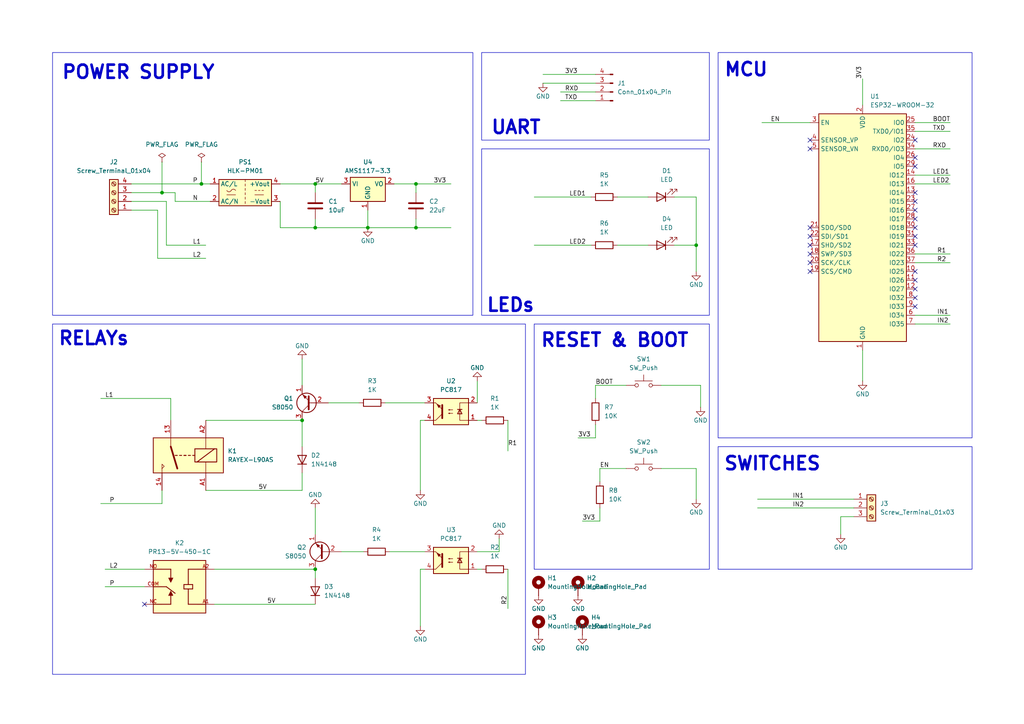
<source format=kicad_sch>
(kicad_sch
	(version 20250114)
	(generator "eeschema")
	(generator_version "9.0")
	(uuid "7f762ed2-2296-473e-9412-e1a6c4b342e7")
	(paper "A4")
	(title_block
		(title "30A Home Automation With ESP32")
		(date "2025-06-17")
		(comment 1 "Design By- Kritika")
	)
	(lib_symbols
		(symbol "Connector:Conn_01x04_Pin"
			(pin_names
				(offset 1.016)
				(hide yes)
			)
			(exclude_from_sim no)
			(in_bom yes)
			(on_board yes)
			(property "Reference" "J"
				(at 0 5.08 0)
				(effects
					(font
						(size 1.27 1.27)
					)
				)
			)
			(property "Value" "Conn_01x04_Pin"
				(at 0 -7.62 0)
				(effects
					(font
						(size 1.27 1.27)
					)
				)
			)
			(property "Footprint" ""
				(at 0 0 0)
				(effects
					(font
						(size 1.27 1.27)
					)
					(hide yes)
				)
			)
			(property "Datasheet" "~"
				(at 0 0 0)
				(effects
					(font
						(size 1.27 1.27)
					)
					(hide yes)
				)
			)
			(property "Description" "Generic connector, single row, 01x04, script generated"
				(at 0 0 0)
				(effects
					(font
						(size 1.27 1.27)
					)
					(hide yes)
				)
			)
			(property "ki_locked" ""
				(at 0 0 0)
				(effects
					(font
						(size 1.27 1.27)
					)
				)
			)
			(property "ki_keywords" "connector"
				(at 0 0 0)
				(effects
					(font
						(size 1.27 1.27)
					)
					(hide yes)
				)
			)
			(property "ki_fp_filters" "Connector*:*_1x??_*"
				(at 0 0 0)
				(effects
					(font
						(size 1.27 1.27)
					)
					(hide yes)
				)
			)
			(symbol "Conn_01x04_Pin_1_1"
				(rectangle
					(start 0.8636 2.667)
					(end 0 2.413)
					(stroke
						(width 0.1524)
						(type default)
					)
					(fill
						(type outline)
					)
				)
				(rectangle
					(start 0.8636 0.127)
					(end 0 -0.127)
					(stroke
						(width 0.1524)
						(type default)
					)
					(fill
						(type outline)
					)
				)
				(rectangle
					(start 0.8636 -2.413)
					(end 0 -2.667)
					(stroke
						(width 0.1524)
						(type default)
					)
					(fill
						(type outline)
					)
				)
				(rectangle
					(start 0.8636 -4.953)
					(end 0 -5.207)
					(stroke
						(width 0.1524)
						(type default)
					)
					(fill
						(type outline)
					)
				)
				(polyline
					(pts
						(xy 1.27 2.54) (xy 0.8636 2.54)
					)
					(stroke
						(width 0.1524)
						(type default)
					)
					(fill
						(type none)
					)
				)
				(polyline
					(pts
						(xy 1.27 0) (xy 0.8636 0)
					)
					(stroke
						(width 0.1524)
						(type default)
					)
					(fill
						(type none)
					)
				)
				(polyline
					(pts
						(xy 1.27 -2.54) (xy 0.8636 -2.54)
					)
					(stroke
						(width 0.1524)
						(type default)
					)
					(fill
						(type none)
					)
				)
				(polyline
					(pts
						(xy 1.27 -5.08) (xy 0.8636 -5.08)
					)
					(stroke
						(width 0.1524)
						(type default)
					)
					(fill
						(type none)
					)
				)
				(pin passive line
					(at 5.08 2.54 180)
					(length 3.81)
					(name "Pin_1"
						(effects
							(font
								(size 1.27 1.27)
							)
						)
					)
					(number "1"
						(effects
							(font
								(size 1.27 1.27)
							)
						)
					)
				)
				(pin passive line
					(at 5.08 0 180)
					(length 3.81)
					(name "Pin_2"
						(effects
							(font
								(size 1.27 1.27)
							)
						)
					)
					(number "2"
						(effects
							(font
								(size 1.27 1.27)
							)
						)
					)
				)
				(pin passive line
					(at 5.08 -2.54 180)
					(length 3.81)
					(name "Pin_3"
						(effects
							(font
								(size 1.27 1.27)
							)
						)
					)
					(number "3"
						(effects
							(font
								(size 1.27 1.27)
							)
						)
					)
				)
				(pin passive line
					(at 5.08 -5.08 180)
					(length 3.81)
					(name "Pin_4"
						(effects
							(font
								(size 1.27 1.27)
							)
						)
					)
					(number "4"
						(effects
							(font
								(size 1.27 1.27)
							)
						)
					)
				)
			)
			(embedded_fonts no)
		)
		(symbol "Connector:Screw_Terminal_01x03"
			(pin_names
				(offset 1.016)
				(hide yes)
			)
			(exclude_from_sim no)
			(in_bom yes)
			(on_board yes)
			(property "Reference" "J"
				(at 0 5.08 0)
				(effects
					(font
						(size 1.27 1.27)
					)
				)
			)
			(property "Value" "Screw_Terminal_01x03"
				(at 0 -5.08 0)
				(effects
					(font
						(size 1.27 1.27)
					)
				)
			)
			(property "Footprint" ""
				(at 0 0 0)
				(effects
					(font
						(size 1.27 1.27)
					)
					(hide yes)
				)
			)
			(property "Datasheet" "~"
				(at 0 0 0)
				(effects
					(font
						(size 1.27 1.27)
					)
					(hide yes)
				)
			)
			(property "Description" "Generic screw terminal, single row, 01x03, script generated (kicad-library-utils/schlib/autogen/connector/)"
				(at 0 0 0)
				(effects
					(font
						(size 1.27 1.27)
					)
					(hide yes)
				)
			)
			(property "ki_keywords" "screw terminal"
				(at 0 0 0)
				(effects
					(font
						(size 1.27 1.27)
					)
					(hide yes)
				)
			)
			(property "ki_fp_filters" "TerminalBlock*:*"
				(at 0 0 0)
				(effects
					(font
						(size 1.27 1.27)
					)
					(hide yes)
				)
			)
			(symbol "Screw_Terminal_01x03_1_1"
				(rectangle
					(start -1.27 3.81)
					(end 1.27 -3.81)
					(stroke
						(width 0.254)
						(type default)
					)
					(fill
						(type background)
					)
				)
				(polyline
					(pts
						(xy -0.5334 2.8702) (xy 0.3302 2.032)
					)
					(stroke
						(width 0.1524)
						(type default)
					)
					(fill
						(type none)
					)
				)
				(polyline
					(pts
						(xy -0.5334 0.3302) (xy 0.3302 -0.508)
					)
					(stroke
						(width 0.1524)
						(type default)
					)
					(fill
						(type none)
					)
				)
				(polyline
					(pts
						(xy -0.5334 -2.2098) (xy 0.3302 -3.048)
					)
					(stroke
						(width 0.1524)
						(type default)
					)
					(fill
						(type none)
					)
				)
				(polyline
					(pts
						(xy -0.3556 3.048) (xy 0.508 2.2098)
					)
					(stroke
						(width 0.1524)
						(type default)
					)
					(fill
						(type none)
					)
				)
				(polyline
					(pts
						(xy -0.3556 0.508) (xy 0.508 -0.3302)
					)
					(stroke
						(width 0.1524)
						(type default)
					)
					(fill
						(type none)
					)
				)
				(polyline
					(pts
						(xy -0.3556 -2.032) (xy 0.508 -2.8702)
					)
					(stroke
						(width 0.1524)
						(type default)
					)
					(fill
						(type none)
					)
				)
				(circle
					(center 0 2.54)
					(radius 0.635)
					(stroke
						(width 0.1524)
						(type default)
					)
					(fill
						(type none)
					)
				)
				(circle
					(center 0 0)
					(radius 0.635)
					(stroke
						(width 0.1524)
						(type default)
					)
					(fill
						(type none)
					)
				)
				(circle
					(center 0 -2.54)
					(radius 0.635)
					(stroke
						(width 0.1524)
						(type default)
					)
					(fill
						(type none)
					)
				)
				(pin passive line
					(at -5.08 2.54 0)
					(length 3.81)
					(name "Pin_1"
						(effects
							(font
								(size 1.27 1.27)
							)
						)
					)
					(number "1"
						(effects
							(font
								(size 1.27 1.27)
							)
						)
					)
				)
				(pin passive line
					(at -5.08 0 0)
					(length 3.81)
					(name "Pin_2"
						(effects
							(font
								(size 1.27 1.27)
							)
						)
					)
					(number "2"
						(effects
							(font
								(size 1.27 1.27)
							)
						)
					)
				)
				(pin passive line
					(at -5.08 -2.54 0)
					(length 3.81)
					(name "Pin_3"
						(effects
							(font
								(size 1.27 1.27)
							)
						)
					)
					(number "3"
						(effects
							(font
								(size 1.27 1.27)
							)
						)
					)
				)
			)
			(embedded_fonts no)
		)
		(symbol "Connector:Screw_Terminal_01x04"
			(pin_names
				(offset 1.016)
				(hide yes)
			)
			(exclude_from_sim no)
			(in_bom yes)
			(on_board yes)
			(property "Reference" "J"
				(at 0 5.08 0)
				(effects
					(font
						(size 1.27 1.27)
					)
				)
			)
			(property "Value" "Screw_Terminal_01x04"
				(at 0 -7.62 0)
				(effects
					(font
						(size 1.27 1.27)
					)
				)
			)
			(property "Footprint" ""
				(at 0 0 0)
				(effects
					(font
						(size 1.27 1.27)
					)
					(hide yes)
				)
			)
			(property "Datasheet" "~"
				(at 0 0 0)
				(effects
					(font
						(size 1.27 1.27)
					)
					(hide yes)
				)
			)
			(property "Description" "Generic screw terminal, single row, 01x04, script generated (kicad-library-utils/schlib/autogen/connector/)"
				(at 0 0 0)
				(effects
					(font
						(size 1.27 1.27)
					)
					(hide yes)
				)
			)
			(property "ki_keywords" "screw terminal"
				(at 0 0 0)
				(effects
					(font
						(size 1.27 1.27)
					)
					(hide yes)
				)
			)
			(property "ki_fp_filters" "TerminalBlock*:*"
				(at 0 0 0)
				(effects
					(font
						(size 1.27 1.27)
					)
					(hide yes)
				)
			)
			(symbol "Screw_Terminal_01x04_1_1"
				(rectangle
					(start -1.27 3.81)
					(end 1.27 -6.35)
					(stroke
						(width 0.254)
						(type default)
					)
					(fill
						(type background)
					)
				)
				(polyline
					(pts
						(xy -0.5334 2.8702) (xy 0.3302 2.032)
					)
					(stroke
						(width 0.1524)
						(type default)
					)
					(fill
						(type none)
					)
				)
				(polyline
					(pts
						(xy -0.5334 0.3302) (xy 0.3302 -0.508)
					)
					(stroke
						(width 0.1524)
						(type default)
					)
					(fill
						(type none)
					)
				)
				(polyline
					(pts
						(xy -0.5334 -2.2098) (xy 0.3302 -3.048)
					)
					(stroke
						(width 0.1524)
						(type default)
					)
					(fill
						(type none)
					)
				)
				(polyline
					(pts
						(xy -0.5334 -4.7498) (xy 0.3302 -5.588)
					)
					(stroke
						(width 0.1524)
						(type default)
					)
					(fill
						(type none)
					)
				)
				(polyline
					(pts
						(xy -0.3556 3.048) (xy 0.508 2.2098)
					)
					(stroke
						(width 0.1524)
						(type default)
					)
					(fill
						(type none)
					)
				)
				(polyline
					(pts
						(xy -0.3556 0.508) (xy 0.508 -0.3302)
					)
					(stroke
						(width 0.1524)
						(type default)
					)
					(fill
						(type none)
					)
				)
				(polyline
					(pts
						(xy -0.3556 -2.032) (xy 0.508 -2.8702)
					)
					(stroke
						(width 0.1524)
						(type default)
					)
					(fill
						(type none)
					)
				)
				(polyline
					(pts
						(xy -0.3556 -4.572) (xy 0.508 -5.4102)
					)
					(stroke
						(width 0.1524)
						(type default)
					)
					(fill
						(type none)
					)
				)
				(circle
					(center 0 2.54)
					(radius 0.635)
					(stroke
						(width 0.1524)
						(type default)
					)
					(fill
						(type none)
					)
				)
				(circle
					(center 0 0)
					(radius 0.635)
					(stroke
						(width 0.1524)
						(type default)
					)
					(fill
						(type none)
					)
				)
				(circle
					(center 0 -2.54)
					(radius 0.635)
					(stroke
						(width 0.1524)
						(type default)
					)
					(fill
						(type none)
					)
				)
				(circle
					(center 0 -5.08)
					(radius 0.635)
					(stroke
						(width 0.1524)
						(type default)
					)
					(fill
						(type none)
					)
				)
				(pin passive line
					(at -5.08 2.54 0)
					(length 3.81)
					(name "Pin_1"
						(effects
							(font
								(size 1.27 1.27)
							)
						)
					)
					(number "1"
						(effects
							(font
								(size 1.27 1.27)
							)
						)
					)
				)
				(pin passive line
					(at -5.08 0 0)
					(length 3.81)
					(name "Pin_2"
						(effects
							(font
								(size 1.27 1.27)
							)
						)
					)
					(number "2"
						(effects
							(font
								(size 1.27 1.27)
							)
						)
					)
				)
				(pin passive line
					(at -5.08 -2.54 0)
					(length 3.81)
					(name "Pin_3"
						(effects
							(font
								(size 1.27 1.27)
							)
						)
					)
					(number "3"
						(effects
							(font
								(size 1.27 1.27)
							)
						)
					)
				)
				(pin passive line
					(at -5.08 -5.08 0)
					(length 3.81)
					(name "Pin_4"
						(effects
							(font
								(size 1.27 1.27)
							)
						)
					)
					(number "4"
						(effects
							(font
								(size 1.27 1.27)
							)
						)
					)
				)
			)
			(embedded_fonts no)
		)
		(symbol "Converter_ACDC:HLK-PM01"
			(exclude_from_sim no)
			(in_bom yes)
			(on_board yes)
			(property "Reference" "PS"
				(at 0 5.08 0)
				(effects
					(font
						(size 1.27 1.27)
					)
				)
			)
			(property "Value" "HLK-PM01"
				(at 0 -5.08 0)
				(effects
					(font
						(size 1.27 1.27)
					)
				)
			)
			(property "Footprint" "Converter_ACDC:Converter_ACDC_Hi-Link_HLK-PMxx"
				(at 0 -7.62 0)
				(effects
					(font
						(size 1.27 1.27)
					)
					(hide yes)
				)
			)
			(property "Datasheet" "https://h.hlktech.com/download/ACDC%E7%94%B5%E6%BA%90%E6%A8%A1%E5%9D%973W%E7%B3%BB%E5%88%97/1/%E6%B5%B7%E5%87%8C%E7%A7%913W%E7%B3%BB%E5%88%97%E7%94%B5%E6%BA%90%E6%A8%A1%E5%9D%97%E8%A7%84%E6%A0%BC%E4%B9%A6V2.8.pdf"
				(at 10.16 -8.89 0)
				(effects
					(font
						(size 1.27 1.27)
					)
					(hide yes)
				)
			)
			(property "Description" "Compact AC/DC board mount power module 3W 5V"
				(at 0 0 0)
				(effects
					(font
						(size 1.27 1.27)
					)
					(hide yes)
				)
			)
			(property "ki_keywords" "AC/DC module power supply"
				(at 0 0 0)
				(effects
					(font
						(size 1.27 1.27)
					)
					(hide yes)
				)
			)
			(property "ki_fp_filters" "Converter*ACDC*Hi?Link*HLK?PM*"
				(at 0 0 0)
				(effects
					(font
						(size 1.27 1.27)
					)
					(hide yes)
				)
			)
			(symbol "HLK-PM01_0_1"
				(rectangle
					(start -7.62 3.81)
					(end 7.62 -3.81)
					(stroke
						(width 0.254)
						(type default)
					)
					(fill
						(type background)
					)
				)
				(polyline
					(pts
						(xy -5.334 -0.635) (xy -2.794 -0.635)
					)
					(stroke
						(width 0)
						(type default)
					)
					(fill
						(type none)
					)
				)
				(arc
					(start -4.064 0.635)
					(mid -4.699 0.2495)
					(end -5.334 0.635)
					(stroke
						(width 0)
						(type default)
					)
					(fill
						(type none)
					)
				)
				(arc
					(start -4.064 0.635)
					(mid -3.429 1.0072)
					(end -2.794 0.635)
					(stroke
						(width 0)
						(type default)
					)
					(fill
						(type none)
					)
				)
				(polyline
					(pts
						(xy 0 3.81) (xy 0 3.175)
					)
					(stroke
						(width 0)
						(type default)
					)
					(fill
						(type none)
					)
				)
				(polyline
					(pts
						(xy 0 2.54) (xy 0 1.905)
					)
					(stroke
						(width 0)
						(type default)
					)
					(fill
						(type none)
					)
				)
				(polyline
					(pts
						(xy 0 1.27) (xy 0 0.635)
					)
					(stroke
						(width 0)
						(type default)
					)
					(fill
						(type none)
					)
				)
				(polyline
					(pts
						(xy 0 0) (xy 0 -0.635)
					)
					(stroke
						(width 0)
						(type default)
					)
					(fill
						(type none)
					)
				)
				(polyline
					(pts
						(xy 0 -1.27) (xy 0 -1.905)
					)
					(stroke
						(width 0)
						(type default)
					)
					(fill
						(type none)
					)
				)
				(polyline
					(pts
						(xy 0 -2.54) (xy 0 -3.175)
					)
					(stroke
						(width 0)
						(type default)
					)
					(fill
						(type none)
					)
				)
				(polyline
					(pts
						(xy 2.794 0.635) (xy 3.302 0.635)
					)
					(stroke
						(width 0)
						(type default)
					)
					(fill
						(type none)
					)
				)
				(polyline
					(pts
						(xy 2.794 -0.635) (xy 5.334 -0.635)
					)
					(stroke
						(width 0)
						(type default)
					)
					(fill
						(type none)
					)
				)
				(polyline
					(pts
						(xy 3.81 0.635) (xy 4.318 0.635)
					)
					(stroke
						(width 0)
						(type default)
					)
					(fill
						(type none)
					)
				)
				(polyline
					(pts
						(xy 4.826 0.635) (xy 5.334 0.635)
					)
					(stroke
						(width 0)
						(type default)
					)
					(fill
						(type none)
					)
				)
			)
			(symbol "HLK-PM01_1_1"
				(pin power_in line
					(at -10.16 2.54 0)
					(length 2.54)
					(name "AC/L"
						(effects
							(font
								(size 1.27 1.27)
							)
						)
					)
					(number "1"
						(effects
							(font
								(size 1.27 1.27)
							)
						)
					)
				)
				(pin power_in line
					(at -10.16 -2.54 0)
					(length 2.54)
					(name "AC/N"
						(effects
							(font
								(size 1.27 1.27)
							)
						)
					)
					(number "2"
						(effects
							(font
								(size 1.27 1.27)
							)
						)
					)
				)
				(pin power_out line
					(at 10.16 2.54 180)
					(length 2.54)
					(name "+Vout"
						(effects
							(font
								(size 1.27 1.27)
							)
						)
					)
					(number "4"
						(effects
							(font
								(size 1.27 1.27)
							)
						)
					)
				)
				(pin power_out line
					(at 10.16 -2.54 180)
					(length 2.54)
					(name "-Vout"
						(effects
							(font
								(size 1.27 1.27)
							)
						)
					)
					(number "3"
						(effects
							(font
								(size 1.27 1.27)
							)
						)
					)
				)
			)
			(embedded_fonts no)
		)
		(symbol "Device:C"
			(pin_numbers
				(hide yes)
			)
			(pin_names
				(offset 0.254)
			)
			(exclude_from_sim no)
			(in_bom yes)
			(on_board yes)
			(property "Reference" "C"
				(at 0.635 2.54 0)
				(effects
					(font
						(size 1.27 1.27)
					)
					(justify left)
				)
			)
			(property "Value" "C"
				(at 0.635 -2.54 0)
				(effects
					(font
						(size 1.27 1.27)
					)
					(justify left)
				)
			)
			(property "Footprint" ""
				(at 0.9652 -3.81 0)
				(effects
					(font
						(size 1.27 1.27)
					)
					(hide yes)
				)
			)
			(property "Datasheet" "~"
				(at 0 0 0)
				(effects
					(font
						(size 1.27 1.27)
					)
					(hide yes)
				)
			)
			(property "Description" "Unpolarized capacitor"
				(at 0 0 0)
				(effects
					(font
						(size 1.27 1.27)
					)
					(hide yes)
				)
			)
			(property "ki_keywords" "cap capacitor"
				(at 0 0 0)
				(effects
					(font
						(size 1.27 1.27)
					)
					(hide yes)
				)
			)
			(property "ki_fp_filters" "C_*"
				(at 0 0 0)
				(effects
					(font
						(size 1.27 1.27)
					)
					(hide yes)
				)
			)
			(symbol "C_0_1"
				(polyline
					(pts
						(xy -2.032 0.762) (xy 2.032 0.762)
					)
					(stroke
						(width 0.508)
						(type default)
					)
					(fill
						(type none)
					)
				)
				(polyline
					(pts
						(xy -2.032 -0.762) (xy 2.032 -0.762)
					)
					(stroke
						(width 0.508)
						(type default)
					)
					(fill
						(type none)
					)
				)
			)
			(symbol "C_1_1"
				(pin passive line
					(at 0 3.81 270)
					(length 2.794)
					(name "~"
						(effects
							(font
								(size 1.27 1.27)
							)
						)
					)
					(number "1"
						(effects
							(font
								(size 1.27 1.27)
							)
						)
					)
				)
				(pin passive line
					(at 0 -3.81 90)
					(length 2.794)
					(name "~"
						(effects
							(font
								(size 1.27 1.27)
							)
						)
					)
					(number "2"
						(effects
							(font
								(size 1.27 1.27)
							)
						)
					)
				)
			)
			(embedded_fonts no)
		)
		(symbol "Device:LED"
			(pin_numbers
				(hide yes)
			)
			(pin_names
				(offset 1.016)
				(hide yes)
			)
			(exclude_from_sim no)
			(in_bom yes)
			(on_board yes)
			(property "Reference" "D"
				(at 0 2.54 0)
				(effects
					(font
						(size 1.27 1.27)
					)
				)
			)
			(property "Value" "LED"
				(at 0 -2.54 0)
				(effects
					(font
						(size 1.27 1.27)
					)
				)
			)
			(property "Footprint" ""
				(at 0 0 0)
				(effects
					(font
						(size 1.27 1.27)
					)
					(hide yes)
				)
			)
			(property "Datasheet" "~"
				(at 0 0 0)
				(effects
					(font
						(size 1.27 1.27)
					)
					(hide yes)
				)
			)
			(property "Description" "Light emitting diode"
				(at 0 0 0)
				(effects
					(font
						(size 1.27 1.27)
					)
					(hide yes)
				)
			)
			(property "ki_keywords" "LED diode"
				(at 0 0 0)
				(effects
					(font
						(size 1.27 1.27)
					)
					(hide yes)
				)
			)
			(property "ki_fp_filters" "LED* LED_SMD:* LED_THT:*"
				(at 0 0 0)
				(effects
					(font
						(size 1.27 1.27)
					)
					(hide yes)
				)
			)
			(symbol "LED_0_1"
				(polyline
					(pts
						(xy -3.048 -0.762) (xy -4.572 -2.286) (xy -3.81 -2.286) (xy -4.572 -2.286) (xy -4.572 -1.524)
					)
					(stroke
						(width 0)
						(type default)
					)
					(fill
						(type none)
					)
				)
				(polyline
					(pts
						(xy -1.778 -0.762) (xy -3.302 -2.286) (xy -2.54 -2.286) (xy -3.302 -2.286) (xy -3.302 -1.524)
					)
					(stroke
						(width 0)
						(type default)
					)
					(fill
						(type none)
					)
				)
				(polyline
					(pts
						(xy -1.27 0) (xy 1.27 0)
					)
					(stroke
						(width 0)
						(type default)
					)
					(fill
						(type none)
					)
				)
				(polyline
					(pts
						(xy -1.27 -1.27) (xy -1.27 1.27)
					)
					(stroke
						(width 0.254)
						(type default)
					)
					(fill
						(type none)
					)
				)
				(polyline
					(pts
						(xy 1.27 -1.27) (xy 1.27 1.27) (xy -1.27 0) (xy 1.27 -1.27)
					)
					(stroke
						(width 0.254)
						(type default)
					)
					(fill
						(type none)
					)
				)
			)
			(symbol "LED_1_1"
				(pin passive line
					(at -3.81 0 0)
					(length 2.54)
					(name "K"
						(effects
							(font
								(size 1.27 1.27)
							)
						)
					)
					(number "1"
						(effects
							(font
								(size 1.27 1.27)
							)
						)
					)
				)
				(pin passive line
					(at 3.81 0 180)
					(length 2.54)
					(name "A"
						(effects
							(font
								(size 1.27 1.27)
							)
						)
					)
					(number "2"
						(effects
							(font
								(size 1.27 1.27)
							)
						)
					)
				)
			)
			(embedded_fonts no)
		)
		(symbol "Device:R"
			(pin_numbers
				(hide yes)
			)
			(pin_names
				(offset 0)
			)
			(exclude_from_sim no)
			(in_bom yes)
			(on_board yes)
			(property "Reference" "R"
				(at 2.032 0 90)
				(effects
					(font
						(size 1.27 1.27)
					)
				)
			)
			(property "Value" "R"
				(at 0 0 90)
				(effects
					(font
						(size 1.27 1.27)
					)
				)
			)
			(property "Footprint" ""
				(at -1.778 0 90)
				(effects
					(font
						(size 1.27 1.27)
					)
					(hide yes)
				)
			)
			(property "Datasheet" "~"
				(at 0 0 0)
				(effects
					(font
						(size 1.27 1.27)
					)
					(hide yes)
				)
			)
			(property "Description" "Resistor"
				(at 0 0 0)
				(effects
					(font
						(size 1.27 1.27)
					)
					(hide yes)
				)
			)
			(property "ki_keywords" "R res resistor"
				(at 0 0 0)
				(effects
					(font
						(size 1.27 1.27)
					)
					(hide yes)
				)
			)
			(property "ki_fp_filters" "R_*"
				(at 0 0 0)
				(effects
					(font
						(size 1.27 1.27)
					)
					(hide yes)
				)
			)
			(symbol "R_0_1"
				(rectangle
					(start -1.016 -2.54)
					(end 1.016 2.54)
					(stroke
						(width 0.254)
						(type default)
					)
					(fill
						(type none)
					)
				)
			)
			(symbol "R_1_1"
				(pin passive line
					(at 0 3.81 270)
					(length 1.27)
					(name "~"
						(effects
							(font
								(size 1.27 1.27)
							)
						)
					)
					(number "1"
						(effects
							(font
								(size 1.27 1.27)
							)
						)
					)
				)
				(pin passive line
					(at 0 -3.81 90)
					(length 1.27)
					(name "~"
						(effects
							(font
								(size 1.27 1.27)
							)
						)
					)
					(number "2"
						(effects
							(font
								(size 1.27 1.27)
							)
						)
					)
				)
			)
			(embedded_fonts no)
		)
		(symbol "Diode:1N4148"
			(pin_numbers
				(hide yes)
			)
			(pin_names
				(hide yes)
			)
			(exclude_from_sim no)
			(in_bom yes)
			(on_board yes)
			(property "Reference" "D"
				(at 0 2.54 0)
				(effects
					(font
						(size 1.27 1.27)
					)
				)
			)
			(property "Value" "1N4148"
				(at 0 -2.54 0)
				(effects
					(font
						(size 1.27 1.27)
					)
				)
			)
			(property "Footprint" "Diode_THT:D_DO-35_SOD27_P7.62mm_Horizontal"
				(at 0 0 0)
				(effects
					(font
						(size 1.27 1.27)
					)
					(hide yes)
				)
			)
			(property "Datasheet" "https://assets.nexperia.com/documents/data-sheet/1N4148_1N4448.pdf"
				(at 0 0 0)
				(effects
					(font
						(size 1.27 1.27)
					)
					(hide yes)
				)
			)
			(property "Description" "100V 0.15A standard switching diode, DO-35"
				(at 0 0 0)
				(effects
					(font
						(size 1.27 1.27)
					)
					(hide yes)
				)
			)
			(property "Sim.Device" "D"
				(at 0 0 0)
				(effects
					(font
						(size 1.27 1.27)
					)
					(hide yes)
				)
			)
			(property "Sim.Pins" "1=K 2=A"
				(at 0 0 0)
				(effects
					(font
						(size 1.27 1.27)
					)
					(hide yes)
				)
			)
			(property "ki_keywords" "diode"
				(at 0 0 0)
				(effects
					(font
						(size 1.27 1.27)
					)
					(hide yes)
				)
			)
			(property "ki_fp_filters" "D*DO?35*"
				(at 0 0 0)
				(effects
					(font
						(size 1.27 1.27)
					)
					(hide yes)
				)
			)
			(symbol "1N4148_0_1"
				(polyline
					(pts
						(xy -1.27 1.27) (xy -1.27 -1.27)
					)
					(stroke
						(width 0.254)
						(type default)
					)
					(fill
						(type none)
					)
				)
				(polyline
					(pts
						(xy 1.27 1.27) (xy 1.27 -1.27) (xy -1.27 0) (xy 1.27 1.27)
					)
					(stroke
						(width 0.254)
						(type default)
					)
					(fill
						(type none)
					)
				)
				(polyline
					(pts
						(xy 1.27 0) (xy -1.27 0)
					)
					(stroke
						(width 0)
						(type default)
					)
					(fill
						(type none)
					)
				)
			)
			(symbol "1N4148_1_1"
				(pin passive line
					(at -3.81 0 0)
					(length 2.54)
					(name "K"
						(effects
							(font
								(size 1.27 1.27)
							)
						)
					)
					(number "1"
						(effects
							(font
								(size 1.27 1.27)
							)
						)
					)
				)
				(pin passive line
					(at 3.81 0 180)
					(length 2.54)
					(name "A"
						(effects
							(font
								(size 1.27 1.27)
							)
						)
					)
					(number "2"
						(effects
							(font
								(size 1.27 1.27)
							)
						)
					)
				)
			)
			(embedded_fonts no)
		)
		(symbol "Isolator:PC817"
			(pin_names
				(offset 1.016)
			)
			(exclude_from_sim no)
			(in_bom yes)
			(on_board yes)
			(property "Reference" "U"
				(at -5.08 5.08 0)
				(effects
					(font
						(size 1.27 1.27)
					)
					(justify left)
				)
			)
			(property "Value" "PC817"
				(at 0 5.08 0)
				(effects
					(font
						(size 1.27 1.27)
					)
					(justify left)
				)
			)
			(property "Footprint" "Package_DIP:DIP-4_W7.62mm"
				(at -5.08 -5.08 0)
				(effects
					(font
						(size 1.27 1.27)
						(italic yes)
					)
					(justify left)
					(hide yes)
				)
			)
			(property "Datasheet" "http://www.soselectronic.cz/a_info/resource/d/pc817.pdf"
				(at 0 0 0)
				(effects
					(font
						(size 1.27 1.27)
					)
					(justify left)
					(hide yes)
				)
			)
			(property "Description" "DC Optocoupler, Vce 35V, CTR 50-300%, DIP-4"
				(at 0 0 0)
				(effects
					(font
						(size 1.27 1.27)
					)
					(hide yes)
				)
			)
			(property "ki_keywords" "NPN DC Optocoupler"
				(at 0 0 0)
				(effects
					(font
						(size 1.27 1.27)
					)
					(hide yes)
				)
			)
			(property "ki_fp_filters" "DIP*W7.62mm*"
				(at 0 0 0)
				(effects
					(font
						(size 1.27 1.27)
					)
					(hide yes)
				)
			)
			(symbol "PC817_0_1"
				(rectangle
					(start -5.08 3.81)
					(end 5.08 -3.81)
					(stroke
						(width 0.254)
						(type default)
					)
					(fill
						(type background)
					)
				)
				(polyline
					(pts
						(xy -5.08 2.54) (xy -2.54 2.54) (xy -2.54 -0.635)
					)
					(stroke
						(width 0)
						(type default)
					)
					(fill
						(type none)
					)
				)
				(polyline
					(pts
						(xy -3.175 -0.635) (xy -1.905 -0.635)
					)
					(stroke
						(width 0.254)
						(type default)
					)
					(fill
						(type none)
					)
				)
				(polyline
					(pts
						(xy -2.54 -0.635) (xy -2.54 -2.54) (xy -5.08 -2.54)
					)
					(stroke
						(width 0)
						(type default)
					)
					(fill
						(type none)
					)
				)
				(polyline
					(pts
						(xy -2.54 -0.635) (xy -3.175 0.635) (xy -1.905 0.635) (xy -2.54 -0.635)
					)
					(stroke
						(width 0.254)
						(type default)
					)
					(fill
						(type none)
					)
				)
				(polyline
					(pts
						(xy -0.508 0.508) (xy 0.762 0.508) (xy 0.381 0.381) (xy 0.381 0.635) (xy 0.762 0.508)
					)
					(stroke
						(width 0)
						(type default)
					)
					(fill
						(type none)
					)
				)
				(polyline
					(pts
						(xy -0.508 -0.508) (xy 0.762 -0.508) (xy 0.381 -0.635) (xy 0.381 -0.381) (xy 0.762 -0.508)
					)
					(stroke
						(width 0)
						(type default)
					)
					(fill
						(type none)
					)
				)
				(polyline
					(pts
						(xy 2.54 1.905) (xy 2.54 -1.905) (xy 2.54 -1.905)
					)
					(stroke
						(width 0.508)
						(type default)
					)
					(fill
						(type none)
					)
				)
				(polyline
					(pts
						(xy 2.54 0.635) (xy 4.445 2.54)
					)
					(stroke
						(width 0)
						(type default)
					)
					(fill
						(type none)
					)
				)
				(polyline
					(pts
						(xy 3.048 -1.651) (xy 3.556 -1.143) (xy 4.064 -2.159) (xy 3.048 -1.651) (xy 3.048 -1.651)
					)
					(stroke
						(width 0)
						(type default)
					)
					(fill
						(type outline)
					)
				)
				(polyline
					(pts
						(xy 4.445 2.54) (xy 5.08 2.54)
					)
					(stroke
						(width 0)
						(type default)
					)
					(fill
						(type none)
					)
				)
				(polyline
					(pts
						(xy 4.445 -2.54) (xy 2.54 -0.635)
					)
					(stroke
						(width 0)
						(type default)
					)
					(fill
						(type outline)
					)
				)
				(polyline
					(pts
						(xy 4.445 -2.54) (xy 5.08 -2.54)
					)
					(stroke
						(width 0)
						(type default)
					)
					(fill
						(type none)
					)
				)
			)
			(symbol "PC817_1_1"
				(pin passive line
					(at -7.62 2.54 0)
					(length 2.54)
					(name "~"
						(effects
							(font
								(size 1.27 1.27)
							)
						)
					)
					(number "1"
						(effects
							(font
								(size 1.27 1.27)
							)
						)
					)
				)
				(pin passive line
					(at -7.62 -2.54 0)
					(length 2.54)
					(name "~"
						(effects
							(font
								(size 1.27 1.27)
							)
						)
					)
					(number "2"
						(effects
							(font
								(size 1.27 1.27)
							)
						)
					)
				)
				(pin passive line
					(at 7.62 2.54 180)
					(length 2.54)
					(name "~"
						(effects
							(font
								(size 1.27 1.27)
							)
						)
					)
					(number "4"
						(effects
							(font
								(size 1.27 1.27)
							)
						)
					)
				)
				(pin passive line
					(at 7.62 -2.54 180)
					(length 2.54)
					(name "~"
						(effects
							(font
								(size 1.27 1.27)
							)
						)
					)
					(number "3"
						(effects
							(font
								(size 1.27 1.27)
							)
						)
					)
				)
			)
			(embedded_fonts no)
		)
		(symbol "Mechanical:MountingHole_Pad"
			(pin_numbers
				(hide yes)
			)
			(pin_names
				(offset 1.016)
				(hide yes)
			)
			(exclude_from_sim yes)
			(in_bom no)
			(on_board yes)
			(property "Reference" "H"
				(at 0 6.35 0)
				(effects
					(font
						(size 1.27 1.27)
					)
				)
			)
			(property "Value" "MountingHole_Pad"
				(at 0 4.445 0)
				(effects
					(font
						(size 1.27 1.27)
					)
				)
			)
			(property "Footprint" ""
				(at 0 0 0)
				(effects
					(font
						(size 1.27 1.27)
					)
					(hide yes)
				)
			)
			(property "Datasheet" "~"
				(at 0 0 0)
				(effects
					(font
						(size 1.27 1.27)
					)
					(hide yes)
				)
			)
			(property "Description" "Mounting Hole with connection"
				(at 0 0 0)
				(effects
					(font
						(size 1.27 1.27)
					)
					(hide yes)
				)
			)
			(property "ki_keywords" "mounting hole"
				(at 0 0 0)
				(effects
					(font
						(size 1.27 1.27)
					)
					(hide yes)
				)
			)
			(property "ki_fp_filters" "MountingHole*Pad*"
				(at 0 0 0)
				(effects
					(font
						(size 1.27 1.27)
					)
					(hide yes)
				)
			)
			(symbol "MountingHole_Pad_0_1"
				(circle
					(center 0 1.27)
					(radius 1.27)
					(stroke
						(width 1.27)
						(type default)
					)
					(fill
						(type none)
					)
				)
			)
			(symbol "MountingHole_Pad_1_1"
				(pin input line
					(at 0 -2.54 90)
					(length 2.54)
					(name "1"
						(effects
							(font
								(size 1.27 1.27)
							)
						)
					)
					(number "1"
						(effects
							(font
								(size 1.27 1.27)
							)
						)
					)
				)
			)
			(embedded_fonts no)
		)
		(symbol "PR13-5V-450-1C:PR13-5V-450-1C"
			(pin_names
				(offset 1.016)
			)
			(exclude_from_sim no)
			(in_bom yes)
			(on_board yes)
			(property "Reference" "K"
				(at -7.62 8.89 0)
				(effects
					(font
						(size 1.27 1.27)
					)
					(justify left bottom)
				)
			)
			(property "Value" "PR13-5V-450-1C"
				(at -7.62 -10.16 0)
				(effects
					(font
						(size 1.27 1.27)
					)
					(justify left bottom)
				)
			)
			(property "Footprint" "PR13-5V-450-1C:RELAY_PR13-5V-450-1C"
				(at 0 0 0)
				(effects
					(font
						(size 1.27 1.27)
					)
					(justify bottom)
					(hide yes)
				)
			)
			(property "Datasheet" ""
				(at 0 0 0)
				(effects
					(font
						(size 1.27 1.27)
					)
					(hide yes)
				)
			)
			(property "Description" ""
				(at 0 0 0)
				(effects
					(font
						(size 1.27 1.27)
					)
					(hide yes)
				)
			)
			(property "MF" "Same Sky"
				(at 0 0 0)
				(effects
					(font
						(size 1.27 1.27)
					)
					(justify bottom)
					(hide yes)
				)
			)
			(property "MAXIMUM_PACKAGE_HEIGHT" "16.1mm"
				(at 0 0 0)
				(effects
					(font
						(size 1.27 1.27)
					)
					(justify bottom)
					(hide yes)
				)
			)
			(property "Package" "None"
				(at 0 0 0)
				(effects
					(font
						(size 1.27 1.27)
					)
					(justify bottom)
					(hide yes)
				)
			)
			(property "Price" "None"
				(at 0 0 0)
				(effects
					(font
						(size 1.27 1.27)
					)
					(justify bottom)
					(hide yes)
				)
			)
			(property "Check_prices" "https://www.snapeda.com/parts/PR13-5V-450-1C/Same+Sky/view-part/?ref=eda"
				(at 0 0 0)
				(effects
					(font
						(size 1.27 1.27)
					)
					(justify bottom)
					(hide yes)
				)
			)
			(property "STANDARD" "Manufacturer Recommendations"
				(at 0 0 0)
				(effects
					(font
						(size 1.27 1.27)
					)
					(justify bottom)
					(hide yes)
				)
			)
			(property "PARTREV" "1.0"
				(at 0 0 0)
				(effects
					(font
						(size 1.27 1.27)
					)
					(justify bottom)
					(hide yes)
				)
			)
			(property "SnapEDA_Link" "https://www.snapeda.com/parts/PR13-5V-450-1C/Same+Sky/view-part/?ref=snap"
				(at 0 0 0)
				(effects
					(font
						(size 1.27 1.27)
					)
					(justify bottom)
					(hide yes)
				)
			)
			(property "MP" "PR13-5V-450-1C"
				(at 0 0 0)
				(effects
					(font
						(size 1.27 1.27)
					)
					(justify bottom)
					(hide yes)
				)
			)
			(property "Description_1" "\n19 x 15.5 x 15.8 mm, 5 V, 10 A, SPDT (1 Form C), Power Relay\n"
				(at 0 0 0)
				(effects
					(font
						(size 1.27 1.27)
					)
					(justify bottom)
					(hide yes)
				)
			)
			(property "SNAPEDA_PN" "PR12-5V-360-1C"
				(at 0 0 0)
				(effects
					(font
						(size 1.27 1.27)
					)
					(justify bottom)
					(hide yes)
				)
			)
			(property "Availability" "In Stock"
				(at 0 0 0)
				(effects
					(font
						(size 1.27 1.27)
					)
					(justify bottom)
					(hide yes)
				)
			)
			(property "MANUFACTURER" "CUI devices"
				(at 0 0 0)
				(effects
					(font
						(size 1.27 1.27)
					)
					(justify bottom)
					(hide yes)
				)
			)
			(symbol "PR13-5V-450-1C_0_0"
				(polyline
					(pts
						(xy -7.62 5.08) (xy -2.54 5.08)
					)
					(stroke
						(width 0.254)
						(type default)
					)
					(fill
						(type none)
					)
				)
				(polyline
					(pts
						(xy -7.62 -5.08) (xy -2.54 -5.08)
					)
					(stroke
						(width 0.254)
						(type default)
					)
					(fill
						(type none)
					)
				)
				(rectangle
					(start -7.62 -7.62)
					(end 7.62 7.62)
					(stroke
						(width 0.254)
						(type default)
					)
					(fill
						(type background)
					)
				)
				(polyline
					(pts
						(xy -3.81 0.635) (xy -2.54 0.635)
					)
					(stroke
						(width 0.254)
						(type default)
					)
					(fill
						(type none)
					)
				)
				(polyline
					(pts
						(xy -3.81 -0.635) (xy -3.81 0.635)
					)
					(stroke
						(width 0.254)
						(type default)
					)
					(fill
						(type none)
					)
				)
				(polyline
					(pts
						(xy -2.54 5.08) (xy -2.54 0.635)
					)
					(stroke
						(width 0.254)
						(type default)
					)
					(fill
						(type none)
					)
				)
				(polyline
					(pts
						(xy -2.54 0.635) (xy -1.27 0.635)
					)
					(stroke
						(width 0.254)
						(type default)
					)
					(fill
						(type none)
					)
				)
				(polyline
					(pts
						(xy -2.54 -0.635) (xy -3.81 -0.635)
					)
					(stroke
						(width 0.254)
						(type default)
					)
					(fill
						(type none)
					)
				)
				(polyline
					(pts
						(xy -2.54 -0.635) (xy -2.54 -5.08)
					)
					(stroke
						(width 0.254)
						(type default)
					)
					(fill
						(type none)
					)
				)
				(polyline
					(pts
						(xy -1.27 0.635) (xy -1.27 -0.635)
					)
					(stroke
						(width 0.254)
						(type default)
					)
					(fill
						(type none)
					)
				)
				(polyline
					(pts
						(xy -1.27 -0.635) (xy -2.54 -0.635)
					)
					(stroke
						(width 0.254)
						(type default)
					)
					(fill
						(type none)
					)
				)
				(polyline
					(pts
						(xy 1.905 -2.54) (xy 3.175 -2.54) (xy 2.54 -1.27) (xy 1.905 -2.54)
					)
					(stroke
						(width 0.1524)
						(type default)
					)
					(fill
						(type outline)
					)
				)
				(polyline
					(pts
						(xy 2.54 5.08) (xy 2.54 2.54)
					)
					(stroke
						(width 0.254)
						(type default)
					)
					(fill
						(type none)
					)
				)
				(polyline
					(pts
						(xy 2.54 5.08) (xy 7.62 5.08)
					)
					(stroke
						(width 0.254)
						(type default)
					)
					(fill
						(type none)
					)
				)
				(polyline
					(pts
						(xy 2.54 -5.08) (xy 2.54 -2.54)
					)
					(stroke
						(width 0.254)
						(type default)
					)
					(fill
						(type none)
					)
				)
				(polyline
					(pts
						(xy 3.175 2.54) (xy 1.905 2.54) (xy 2.54 1.27) (xy 3.175 2.54)
					)
					(stroke
						(width 0.1524)
						(type default)
					)
					(fill
						(type outline)
					)
				)
				(polyline
					(pts
						(xy 3.81 0) (xy 1.27 1.905)
					)
					(stroke
						(width 0.254)
						(type default)
					)
					(fill
						(type none)
					)
				)
				(polyline
					(pts
						(xy 7.62 0) (xy 3.81 0)
					)
					(stroke
						(width 0.254)
						(type default)
					)
					(fill
						(type none)
					)
				)
				(polyline
					(pts
						(xy 7.62 -5.08) (xy 2.54 -5.08)
					)
					(stroke
						(width 0.254)
						(type default)
					)
					(fill
						(type none)
					)
				)
				(pin passive line
					(at -10.16 5.08 0)
					(length 5.08)
					(name "~"
						(effects
							(font
								(size 1.016 1.016)
							)
						)
					)
					(number "A1"
						(effects
							(font
								(size 1.016 1.016)
							)
						)
					)
				)
				(pin passive line
					(at -10.16 -5.08 0)
					(length 5.08)
					(name "~"
						(effects
							(font
								(size 1.016 1.016)
							)
						)
					)
					(number "A2"
						(effects
							(font
								(size 1.016 1.016)
							)
						)
					)
				)
				(pin passive line
					(at 10.16 5.08 180)
					(length 5.08)
					(name "~"
						(effects
							(font
								(size 1.016 1.016)
							)
						)
					)
					(number "NC"
						(effects
							(font
								(size 1.016 1.016)
							)
						)
					)
				)
				(pin passive line
					(at 10.16 0 180)
					(length 5.08)
					(name "~"
						(effects
							(font
								(size 1.016 1.016)
							)
						)
					)
					(number "COM"
						(effects
							(font
								(size 1.016 1.016)
							)
						)
					)
				)
				(pin passive line
					(at 10.16 -5.08 180)
					(length 5.08)
					(name "~"
						(effects
							(font
								(size 1.016 1.016)
							)
						)
					)
					(number "NO"
						(effects
							(font
								(size 1.016 1.016)
							)
						)
					)
				)
			)
			(embedded_fonts no)
		)
		(symbol "RF_Module:ESP32-WROOM-32"
			(exclude_from_sim no)
			(in_bom yes)
			(on_board yes)
			(property "Reference" "U"
				(at -12.7 34.29 0)
				(effects
					(font
						(size 1.27 1.27)
					)
					(justify left)
				)
			)
			(property "Value" "ESP32-WROOM-32"
				(at 1.27 34.29 0)
				(effects
					(font
						(size 1.27 1.27)
					)
					(justify left)
				)
			)
			(property "Footprint" "RF_Module:ESP32-WROOM-32"
				(at 0 -38.1 0)
				(effects
					(font
						(size 1.27 1.27)
					)
					(hide yes)
				)
			)
			(property "Datasheet" "https://www.espressif.com/sites/default/files/documentation/esp32-wroom-32_datasheet_en.pdf"
				(at -7.62 1.27 0)
				(effects
					(font
						(size 1.27 1.27)
					)
					(hide yes)
				)
			)
			(property "Description" "RF Module, ESP32-D0WDQ6 SoC, Wi-Fi 802.11b/g/n, Bluetooth, BLE, 32-bit, 2.7-3.6V, onboard antenna, SMD"
				(at 0 0 0)
				(effects
					(font
						(size 1.27 1.27)
					)
					(hide yes)
				)
			)
			(property "ki_keywords" "RF Radio BT ESP ESP32 Espressif onboard PCB antenna"
				(at 0 0 0)
				(effects
					(font
						(size 1.27 1.27)
					)
					(hide yes)
				)
			)
			(property "ki_fp_filters" "ESP32?WROOM?32*"
				(at 0 0 0)
				(effects
					(font
						(size 1.27 1.27)
					)
					(hide yes)
				)
			)
			(symbol "ESP32-WROOM-32_0_1"
				(rectangle
					(start -12.7 33.02)
					(end 12.7 -33.02)
					(stroke
						(width 0.254)
						(type default)
					)
					(fill
						(type background)
					)
				)
			)
			(symbol "ESP32-WROOM-32_1_1"
				(pin input line
					(at -15.24 30.48 0)
					(length 2.54)
					(name "EN"
						(effects
							(font
								(size 1.27 1.27)
							)
						)
					)
					(number "3"
						(effects
							(font
								(size 1.27 1.27)
							)
						)
					)
				)
				(pin input line
					(at -15.24 25.4 0)
					(length 2.54)
					(name "SENSOR_VP"
						(effects
							(font
								(size 1.27 1.27)
							)
						)
					)
					(number "4"
						(effects
							(font
								(size 1.27 1.27)
							)
						)
					)
				)
				(pin input line
					(at -15.24 22.86 0)
					(length 2.54)
					(name "SENSOR_VN"
						(effects
							(font
								(size 1.27 1.27)
							)
						)
					)
					(number "5"
						(effects
							(font
								(size 1.27 1.27)
							)
						)
					)
				)
				(pin bidirectional line
					(at -15.24 0 0)
					(length 2.54)
					(name "SDO/SD0"
						(effects
							(font
								(size 1.27 1.27)
							)
						)
					)
					(number "21"
						(effects
							(font
								(size 1.27 1.27)
							)
						)
					)
				)
				(pin bidirectional line
					(at -15.24 -2.54 0)
					(length 2.54)
					(name "SDI/SD1"
						(effects
							(font
								(size 1.27 1.27)
							)
						)
					)
					(number "22"
						(effects
							(font
								(size 1.27 1.27)
							)
						)
					)
				)
				(pin bidirectional line
					(at -15.24 -5.08 0)
					(length 2.54)
					(name "SHD/SD2"
						(effects
							(font
								(size 1.27 1.27)
							)
						)
					)
					(number "17"
						(effects
							(font
								(size 1.27 1.27)
							)
						)
					)
				)
				(pin bidirectional line
					(at -15.24 -7.62 0)
					(length 2.54)
					(name "SWP/SD3"
						(effects
							(font
								(size 1.27 1.27)
							)
						)
					)
					(number "18"
						(effects
							(font
								(size 1.27 1.27)
							)
						)
					)
				)
				(pin bidirectional line
					(at -15.24 -10.16 0)
					(length 2.54)
					(name "SCK/CLK"
						(effects
							(font
								(size 1.27 1.27)
							)
						)
					)
					(number "20"
						(effects
							(font
								(size 1.27 1.27)
							)
						)
					)
				)
				(pin bidirectional line
					(at -15.24 -12.7 0)
					(length 2.54)
					(name "SCS/CMD"
						(effects
							(font
								(size 1.27 1.27)
							)
						)
					)
					(number "19"
						(effects
							(font
								(size 1.27 1.27)
							)
						)
					)
				)
				(pin no_connect line
					(at -12.7 -27.94 0)
					(length 2.54)
					(hide yes)
					(name "NC"
						(effects
							(font
								(size 1.27 1.27)
							)
						)
					)
					(number "32"
						(effects
							(font
								(size 1.27 1.27)
							)
						)
					)
				)
				(pin power_in line
					(at 0 35.56 270)
					(length 2.54)
					(name "VDD"
						(effects
							(font
								(size 1.27 1.27)
							)
						)
					)
					(number "2"
						(effects
							(font
								(size 1.27 1.27)
							)
						)
					)
				)
				(pin power_in line
					(at 0 -35.56 90)
					(length 2.54)
					(name "GND"
						(effects
							(font
								(size 1.27 1.27)
							)
						)
					)
					(number "1"
						(effects
							(font
								(size 1.27 1.27)
							)
						)
					)
				)
				(pin passive line
					(at 0 -35.56 90)
					(length 2.54)
					(hide yes)
					(name "GND"
						(effects
							(font
								(size 1.27 1.27)
							)
						)
					)
					(number "15"
						(effects
							(font
								(size 1.27 1.27)
							)
						)
					)
				)
				(pin passive line
					(at 0 -35.56 90)
					(length 2.54)
					(hide yes)
					(name "GND"
						(effects
							(font
								(size 1.27 1.27)
							)
						)
					)
					(number "38"
						(effects
							(font
								(size 1.27 1.27)
							)
						)
					)
				)
				(pin passive line
					(at 0 -35.56 90)
					(length 2.54)
					(hide yes)
					(name "GND"
						(effects
							(font
								(size 1.27 1.27)
							)
						)
					)
					(number "39"
						(effects
							(font
								(size 1.27 1.27)
							)
						)
					)
				)
				(pin bidirectional line
					(at 15.24 30.48 180)
					(length 2.54)
					(name "IO0"
						(effects
							(font
								(size 1.27 1.27)
							)
						)
					)
					(number "25"
						(effects
							(font
								(size 1.27 1.27)
							)
						)
					)
				)
				(pin bidirectional line
					(at 15.24 27.94 180)
					(length 2.54)
					(name "TXD0/IO1"
						(effects
							(font
								(size 1.27 1.27)
							)
						)
					)
					(number "35"
						(effects
							(font
								(size 1.27 1.27)
							)
						)
					)
				)
				(pin bidirectional line
					(at 15.24 25.4 180)
					(length 2.54)
					(name "IO2"
						(effects
							(font
								(size 1.27 1.27)
							)
						)
					)
					(number "24"
						(effects
							(font
								(size 1.27 1.27)
							)
						)
					)
				)
				(pin bidirectional line
					(at 15.24 22.86 180)
					(length 2.54)
					(name "RXD0/IO3"
						(effects
							(font
								(size 1.27 1.27)
							)
						)
					)
					(number "34"
						(effects
							(font
								(size 1.27 1.27)
							)
						)
					)
				)
				(pin bidirectional line
					(at 15.24 20.32 180)
					(length 2.54)
					(name "IO4"
						(effects
							(font
								(size 1.27 1.27)
							)
						)
					)
					(number "26"
						(effects
							(font
								(size 1.27 1.27)
							)
						)
					)
				)
				(pin bidirectional line
					(at 15.24 17.78 180)
					(length 2.54)
					(name "IO5"
						(effects
							(font
								(size 1.27 1.27)
							)
						)
					)
					(number "29"
						(effects
							(font
								(size 1.27 1.27)
							)
						)
					)
				)
				(pin bidirectional line
					(at 15.24 15.24 180)
					(length 2.54)
					(name "IO12"
						(effects
							(font
								(size 1.27 1.27)
							)
						)
					)
					(number "14"
						(effects
							(font
								(size 1.27 1.27)
							)
						)
					)
				)
				(pin bidirectional line
					(at 15.24 12.7 180)
					(length 2.54)
					(name "IO13"
						(effects
							(font
								(size 1.27 1.27)
							)
						)
					)
					(number "16"
						(effects
							(font
								(size 1.27 1.27)
							)
						)
					)
				)
				(pin bidirectional line
					(at 15.24 10.16 180)
					(length 2.54)
					(name "IO14"
						(effects
							(font
								(size 1.27 1.27)
							)
						)
					)
					(number "13"
						(effects
							(font
								(size 1.27 1.27)
							)
						)
					)
				)
				(pin bidirectional line
					(at 15.24 7.62 180)
					(length 2.54)
					(name "IO15"
						(effects
							(font
								(size 1.27 1.27)
							)
						)
					)
					(number "23"
						(effects
							(font
								(size 1.27 1.27)
							)
						)
					)
				)
				(pin bidirectional line
					(at 15.24 5.08 180)
					(length 2.54)
					(name "IO16"
						(effects
							(font
								(size 1.27 1.27)
							)
						)
					)
					(number "27"
						(effects
							(font
								(size 1.27 1.27)
							)
						)
					)
				)
				(pin bidirectional line
					(at 15.24 2.54 180)
					(length 2.54)
					(name "IO17"
						(effects
							(font
								(size 1.27 1.27)
							)
						)
					)
					(number "28"
						(effects
							(font
								(size 1.27 1.27)
							)
						)
					)
				)
				(pin bidirectional line
					(at 15.24 0 180)
					(length 2.54)
					(name "IO18"
						(effects
							(font
								(size 1.27 1.27)
							)
						)
					)
					(number "30"
						(effects
							(font
								(size 1.27 1.27)
							)
						)
					)
				)
				(pin bidirectional line
					(at 15.24 -2.54 180)
					(length 2.54)
					(name "IO19"
						(effects
							(font
								(size 1.27 1.27)
							)
						)
					)
					(number "31"
						(effects
							(font
								(size 1.27 1.27)
							)
						)
					)
				)
				(pin bidirectional line
					(at 15.24 -5.08 180)
					(length 2.54)
					(name "IO21"
						(effects
							(font
								(size 1.27 1.27)
							)
						)
					)
					(number "33"
						(effects
							(font
								(size 1.27 1.27)
							)
						)
					)
				)
				(pin bidirectional line
					(at 15.24 -7.62 180)
					(length 2.54)
					(name "IO22"
						(effects
							(font
								(size 1.27 1.27)
							)
						)
					)
					(number "36"
						(effects
							(font
								(size 1.27 1.27)
							)
						)
					)
				)
				(pin bidirectional line
					(at 15.24 -10.16 180)
					(length 2.54)
					(name "IO23"
						(effects
							(font
								(size 1.27 1.27)
							)
						)
					)
					(number "37"
						(effects
							(font
								(size 1.27 1.27)
							)
						)
					)
				)
				(pin bidirectional line
					(at 15.24 -12.7 180)
					(length 2.54)
					(name "IO25"
						(effects
							(font
								(size 1.27 1.27)
							)
						)
					)
					(number "10"
						(effects
							(font
								(size 1.27 1.27)
							)
						)
					)
				)
				(pin bidirectional line
					(at 15.24 -15.24 180)
					(length 2.54)
					(name "IO26"
						(effects
							(font
								(size 1.27 1.27)
							)
						)
					)
					(number "11"
						(effects
							(font
								(size 1.27 1.27)
							)
						)
					)
				)
				(pin bidirectional line
					(at 15.24 -17.78 180)
					(length 2.54)
					(name "IO27"
						(effects
							(font
								(size 1.27 1.27)
							)
						)
					)
					(number "12"
						(effects
							(font
								(size 1.27 1.27)
							)
						)
					)
				)
				(pin bidirectional line
					(at 15.24 -20.32 180)
					(length 2.54)
					(name "IO32"
						(effects
							(font
								(size 1.27 1.27)
							)
						)
					)
					(number "8"
						(effects
							(font
								(size 1.27 1.27)
							)
						)
					)
				)
				(pin bidirectional line
					(at 15.24 -22.86 180)
					(length 2.54)
					(name "IO33"
						(effects
							(font
								(size 1.27 1.27)
							)
						)
					)
					(number "9"
						(effects
							(font
								(size 1.27 1.27)
							)
						)
					)
				)
				(pin input line
					(at 15.24 -25.4 180)
					(length 2.54)
					(name "IO34"
						(effects
							(font
								(size 1.27 1.27)
							)
						)
					)
					(number "6"
						(effects
							(font
								(size 1.27 1.27)
							)
						)
					)
				)
				(pin input line
					(at 15.24 -27.94 180)
					(length 2.54)
					(name "IO35"
						(effects
							(font
								(size 1.27 1.27)
							)
						)
					)
					(number "7"
						(effects
							(font
								(size 1.27 1.27)
							)
						)
					)
				)
			)
			(embedded_fonts no)
		)
		(symbol "Regulator_Linear:AMS1117-3.3"
			(exclude_from_sim no)
			(in_bom yes)
			(on_board yes)
			(property "Reference" "U"
				(at -3.81 3.175 0)
				(effects
					(font
						(size 1.27 1.27)
					)
				)
			)
			(property "Value" "AMS1117-3.3"
				(at 0 3.175 0)
				(effects
					(font
						(size 1.27 1.27)
					)
					(justify left)
				)
			)
			(property "Footprint" "Package_TO_SOT_SMD:SOT-223-3_TabPin2"
				(at 0 5.08 0)
				(effects
					(font
						(size 1.27 1.27)
					)
					(hide yes)
				)
			)
			(property "Datasheet" "http://www.advanced-monolithic.com/pdf/ds1117.pdf"
				(at 2.54 -6.35 0)
				(effects
					(font
						(size 1.27 1.27)
					)
					(hide yes)
				)
			)
			(property "Description" "1A Low Dropout regulator, positive, 3.3V fixed output, SOT-223"
				(at 0 0 0)
				(effects
					(font
						(size 1.27 1.27)
					)
					(hide yes)
				)
			)
			(property "ki_keywords" "linear regulator ldo fixed positive"
				(at 0 0 0)
				(effects
					(font
						(size 1.27 1.27)
					)
					(hide yes)
				)
			)
			(property "ki_fp_filters" "SOT?223*TabPin2*"
				(at 0 0 0)
				(effects
					(font
						(size 1.27 1.27)
					)
					(hide yes)
				)
			)
			(symbol "AMS1117-3.3_0_1"
				(rectangle
					(start -5.08 -5.08)
					(end 5.08 1.905)
					(stroke
						(width 0.254)
						(type default)
					)
					(fill
						(type background)
					)
				)
			)
			(symbol "AMS1117-3.3_1_1"
				(pin power_in line
					(at -7.62 0 0)
					(length 2.54)
					(name "VI"
						(effects
							(font
								(size 1.27 1.27)
							)
						)
					)
					(number "3"
						(effects
							(font
								(size 1.27 1.27)
							)
						)
					)
				)
				(pin power_in line
					(at 0 -7.62 90)
					(length 2.54)
					(name "GND"
						(effects
							(font
								(size 1.27 1.27)
							)
						)
					)
					(number "1"
						(effects
							(font
								(size 1.27 1.27)
							)
						)
					)
				)
				(pin power_out line
					(at 7.62 0 180)
					(length 2.54)
					(name "VO"
						(effects
							(font
								(size 1.27 1.27)
							)
						)
					)
					(number "2"
						(effects
							(font
								(size 1.27 1.27)
							)
						)
					)
				)
			)
			(embedded_fonts no)
		)
		(symbol "Relay:RAYEX-L90AS"
			(exclude_from_sim no)
			(in_bom yes)
			(on_board yes)
			(property "Reference" "K"
				(at 11.43 3.81 0)
				(effects
					(font
						(size 1.27 1.27)
					)
					(justify left)
				)
			)
			(property "Value" "RAYEX-L90AS"
				(at 11.43 1.27 0)
				(effects
					(font
						(size 1.27 1.27)
					)
					(justify left)
				)
			)
			(property "Footprint" "Relay_THT:Relay_SPST_RAYEX-L90AS"
				(at 11.43 -1.27 0)
				(effects
					(font
						(size 1.27 1.27)
					)
					(justify left)
					(hide yes)
				)
			)
			(property "Datasheet" "https://a3.sofastcdn.com/attachment/7jioKBjnRiiSrjrjknRiwS77gwbf3zmp/L90-SERIES.pdf"
				(at 17.78 -3.81 0)
				(effects
					(font
						(size 1.27 1.27)
					)
					(justify left)
					(hide yes)
				)
			)
			(property "Description" "Power relay, Without Common Terminal between coil terminals, NO, SPST, 30A"
				(at 0 0 0)
				(effects
					(font
						(size 1.27 1.27)
					)
					(hide yes)
				)
			)
			(property "ki_keywords" "30A Single Pole Relay"
				(at 0 0 0)
				(effects
					(font
						(size 1.27 1.27)
					)
					(hide yes)
				)
			)
			(property "ki_fp_filters" "Relay*SPST*RAYEX*L90A*"
				(at 0 0 0)
				(effects
					(font
						(size 1.27 1.27)
					)
					(hide yes)
				)
			)
			(symbol "RAYEX-L90AS_1_0"
				(polyline
					(pts
						(xy 7.62 3.81) (xy 7.62 5.08)
					)
					(stroke
						(width 0)
						(type default)
					)
					(fill
						(type none)
					)
				)
				(polyline
					(pts
						(xy 7.62 3.81) (xy 7.62 2.54) (xy 6.985 3.175) (xy 7.62 3.81)
					)
					(stroke
						(width 0)
						(type default)
					)
					(fill
						(type none)
					)
				)
			)
			(symbol "RAYEX-L90AS_1_1"
				(rectangle
					(start -10.16 5.08)
					(end 10.16 -5.08)
					(stroke
						(width 0.254)
						(type default)
					)
					(fill
						(type background)
					)
				)
				(rectangle
					(start -8.255 1.905)
					(end -1.905 -1.905)
					(stroke
						(width 0.254)
						(type default)
					)
					(fill
						(type none)
					)
				)
				(polyline
					(pts
						(xy -7.62 -1.905) (xy -2.54 1.905)
					)
					(stroke
						(width 0.254)
						(type default)
					)
					(fill
						(type none)
					)
				)
				(polyline
					(pts
						(xy -5.08 5.08) (xy -5.08 1.905)
					)
					(stroke
						(width 0)
						(type default)
					)
					(fill
						(type none)
					)
				)
				(polyline
					(pts
						(xy -5.08 -5.08) (xy -5.08 -1.905)
					)
					(stroke
						(width 0)
						(type default)
					)
					(fill
						(type none)
					)
				)
				(polyline
					(pts
						(xy -1.905 0) (xy -1.27 0)
					)
					(stroke
						(width 0.254)
						(type default)
					)
					(fill
						(type none)
					)
				)
				(polyline
					(pts
						(xy -0.635 0) (xy 0 0)
					)
					(stroke
						(width 0.254)
						(type default)
					)
					(fill
						(type none)
					)
				)
				(polyline
					(pts
						(xy 0.635 0) (xy 1.27 0)
					)
					(stroke
						(width 0.254)
						(type default)
					)
					(fill
						(type none)
					)
				)
				(polyline
					(pts
						(xy 0.635 0) (xy 1.27 0)
					)
					(stroke
						(width 0.254)
						(type default)
					)
					(fill
						(type none)
					)
				)
				(polyline
					(pts
						(xy 1.905 0) (xy 2.54 0)
					)
					(stroke
						(width 0.254)
						(type default)
					)
					(fill
						(type none)
					)
				)
				(polyline
					(pts
						(xy 3.175 0) (xy 3.81 0)
					)
					(stroke
						(width 0.254)
						(type default)
					)
					(fill
						(type none)
					)
				)
				(polyline
					(pts
						(xy 5.08 -2.54) (xy 3.175 3.81)
					)
					(stroke
						(width 0.508)
						(type default)
					)
					(fill
						(type none)
					)
				)
				(polyline
					(pts
						(xy 5.08 -2.54) (xy 5.08 -5.08)
					)
					(stroke
						(width 0)
						(type default)
					)
					(fill
						(type none)
					)
				)
				(pin passive line
					(at -5.08 10.16 270)
					(length 5.08)
					(name "~"
						(effects
							(font
								(size 1.27 1.27)
							)
						)
					)
					(number "A1"
						(effects
							(font
								(size 1.27 1.27)
							)
						)
					)
				)
				(pin passive line
					(at -5.08 -10.16 90)
					(length 5.08)
					(name "~"
						(effects
							(font
								(size 1.27 1.27)
							)
						)
					)
					(number "A2"
						(effects
							(font
								(size 1.27 1.27)
							)
						)
					)
				)
				(pin passive line
					(at 5.08 -10.16 90)
					(length 5.08)
					(name "~"
						(effects
							(font
								(size 1.27 1.27)
							)
						)
					)
					(number "13"
						(effects
							(font
								(size 1.27 1.27)
							)
						)
					)
				)
				(pin passive line
					(at 7.62 10.16 270)
					(length 5.08)
					(name "~"
						(effects
							(font
								(size 1.27 1.27)
							)
						)
					)
					(number "14"
						(effects
							(font
								(size 1.27 1.27)
							)
						)
					)
				)
			)
			(embedded_fonts no)
		)
		(symbol "Switch:SW_Push"
			(pin_numbers
				(hide yes)
			)
			(pin_names
				(offset 1.016)
				(hide yes)
			)
			(exclude_from_sim no)
			(in_bom yes)
			(on_board yes)
			(property "Reference" "SW"
				(at 1.27 2.54 0)
				(effects
					(font
						(size 1.27 1.27)
					)
					(justify left)
				)
			)
			(property "Value" "SW_Push"
				(at 0 -1.524 0)
				(effects
					(font
						(size 1.27 1.27)
					)
				)
			)
			(property "Footprint" ""
				(at 0 5.08 0)
				(effects
					(font
						(size 1.27 1.27)
					)
					(hide yes)
				)
			)
			(property "Datasheet" "~"
				(at 0 5.08 0)
				(effects
					(font
						(size 1.27 1.27)
					)
					(hide yes)
				)
			)
			(property "Description" "Push button switch, generic, two pins"
				(at 0 0 0)
				(effects
					(font
						(size 1.27 1.27)
					)
					(hide yes)
				)
			)
			(property "ki_keywords" "switch normally-open pushbutton push-button"
				(at 0 0 0)
				(effects
					(font
						(size 1.27 1.27)
					)
					(hide yes)
				)
			)
			(symbol "SW_Push_0_1"
				(circle
					(center -2.032 0)
					(radius 0.508)
					(stroke
						(width 0)
						(type default)
					)
					(fill
						(type none)
					)
				)
				(polyline
					(pts
						(xy 0 1.27) (xy 0 3.048)
					)
					(stroke
						(width 0)
						(type default)
					)
					(fill
						(type none)
					)
				)
				(circle
					(center 2.032 0)
					(radius 0.508)
					(stroke
						(width 0)
						(type default)
					)
					(fill
						(type none)
					)
				)
				(polyline
					(pts
						(xy 2.54 1.27) (xy -2.54 1.27)
					)
					(stroke
						(width 0)
						(type default)
					)
					(fill
						(type none)
					)
				)
				(pin passive line
					(at -5.08 0 0)
					(length 2.54)
					(name "1"
						(effects
							(font
								(size 1.27 1.27)
							)
						)
					)
					(number "1"
						(effects
							(font
								(size 1.27 1.27)
							)
						)
					)
				)
				(pin passive line
					(at 5.08 0 180)
					(length 2.54)
					(name "2"
						(effects
							(font
								(size 1.27 1.27)
							)
						)
					)
					(number "2"
						(effects
							(font
								(size 1.27 1.27)
							)
						)
					)
				)
			)
			(embedded_fonts no)
		)
		(symbol "Transistor_BJT:S8050"
			(pin_names
				(offset 0)
				(hide yes)
			)
			(exclude_from_sim no)
			(in_bom yes)
			(on_board yes)
			(property "Reference" "Q"
				(at 5.08 1.905 0)
				(effects
					(font
						(size 1.27 1.27)
					)
					(justify left)
				)
			)
			(property "Value" "S8050"
				(at 5.08 0 0)
				(effects
					(font
						(size 1.27 1.27)
					)
					(justify left)
				)
			)
			(property "Footprint" "Package_TO_SOT_THT:TO-92_Inline"
				(at 5.08 -1.905 0)
				(effects
					(font
						(size 1.27 1.27)
						(italic yes)
					)
					(justify left)
					(hide yes)
				)
			)
			(property "Datasheet" "http://www.unisonic.com.tw/datasheet/S8050.pdf"
				(at 0 0 0)
				(effects
					(font
						(size 1.27 1.27)
					)
					(justify left)
					(hide yes)
				)
			)
			(property "Description" "0.7A Ic, 20V Vce, Low Voltage High Current NPN Transistor, TO-92"
				(at 0 0 0)
				(effects
					(font
						(size 1.27 1.27)
					)
					(hide yes)
				)
			)
			(property "ki_keywords" "S8050 NPN Low Voltage High Current Transistor"
				(at 0 0 0)
				(effects
					(font
						(size 1.27 1.27)
					)
					(hide yes)
				)
			)
			(property "ki_fp_filters" "TO?92*"
				(at 0 0 0)
				(effects
					(font
						(size 1.27 1.27)
					)
					(hide yes)
				)
			)
			(symbol "S8050_0_1"
				(polyline
					(pts
						(xy 0 0) (xy 0.635 0)
					)
					(stroke
						(width 0)
						(type default)
					)
					(fill
						(type none)
					)
				)
				(polyline
					(pts
						(xy 0.635 1.905) (xy 0.635 -1.905) (xy 0.635 -1.905)
					)
					(stroke
						(width 0.508)
						(type default)
					)
					(fill
						(type none)
					)
				)
				(polyline
					(pts
						(xy 0.635 0.635) (xy 2.54 2.54)
					)
					(stroke
						(width 0)
						(type default)
					)
					(fill
						(type none)
					)
				)
				(polyline
					(pts
						(xy 0.635 -0.635) (xy 2.54 -2.54) (xy 2.54 -2.54)
					)
					(stroke
						(width 0)
						(type default)
					)
					(fill
						(type none)
					)
				)
				(circle
					(center 1.27 0)
					(radius 2.8194)
					(stroke
						(width 0.254)
						(type default)
					)
					(fill
						(type none)
					)
				)
				(polyline
					(pts
						(xy 1.27 -1.778) (xy 1.778 -1.27) (xy 2.286 -2.286) (xy 1.27 -1.778) (xy 1.27 -1.778)
					)
					(stroke
						(width 0)
						(type default)
					)
					(fill
						(type outline)
					)
				)
			)
			(symbol "S8050_1_1"
				(pin input line
					(at -5.08 0 0)
					(length 5.08)
					(name "B"
						(effects
							(font
								(size 1.27 1.27)
							)
						)
					)
					(number "2"
						(effects
							(font
								(size 1.27 1.27)
							)
						)
					)
				)
				(pin passive line
					(at 2.54 5.08 270)
					(length 2.54)
					(name "C"
						(effects
							(font
								(size 1.27 1.27)
							)
						)
					)
					(number "3"
						(effects
							(font
								(size 1.27 1.27)
							)
						)
					)
				)
				(pin passive line
					(at 2.54 -5.08 90)
					(length 2.54)
					(name "E"
						(effects
							(font
								(size 1.27 1.27)
							)
						)
					)
					(number "1"
						(effects
							(font
								(size 1.27 1.27)
							)
						)
					)
				)
			)
			(embedded_fonts no)
		)
		(symbol "power:GND"
			(power)
			(pin_numbers
				(hide yes)
			)
			(pin_names
				(offset 0)
				(hide yes)
			)
			(exclude_from_sim no)
			(in_bom yes)
			(on_board yes)
			(property "Reference" "#PWR"
				(at 0 -6.35 0)
				(effects
					(font
						(size 1.27 1.27)
					)
					(hide yes)
				)
			)
			(property "Value" "GND"
				(at 0 -3.81 0)
				(effects
					(font
						(size 1.27 1.27)
					)
				)
			)
			(property "Footprint" ""
				(at 0 0 0)
				(effects
					(font
						(size 1.27 1.27)
					)
					(hide yes)
				)
			)
			(property "Datasheet" ""
				(at 0 0 0)
				(effects
					(font
						(size 1.27 1.27)
					)
					(hide yes)
				)
			)
			(property "Description" "Power symbol creates a global label with name \"GND\" , ground"
				(at 0 0 0)
				(effects
					(font
						(size 1.27 1.27)
					)
					(hide yes)
				)
			)
			(property "ki_keywords" "global power"
				(at 0 0 0)
				(effects
					(font
						(size 1.27 1.27)
					)
					(hide yes)
				)
			)
			(symbol "GND_0_1"
				(polyline
					(pts
						(xy 0 0) (xy 0 -1.27) (xy 1.27 -1.27) (xy 0 -2.54) (xy -1.27 -1.27) (xy 0 -1.27)
					)
					(stroke
						(width 0)
						(type default)
					)
					(fill
						(type none)
					)
				)
			)
			(symbol "GND_1_1"
				(pin power_in line
					(at 0 0 270)
					(length 0)
					(name "~"
						(effects
							(font
								(size 1.27 1.27)
							)
						)
					)
					(number "1"
						(effects
							(font
								(size 1.27 1.27)
							)
						)
					)
				)
			)
			(embedded_fonts no)
		)
		(symbol "power:PWR_FLAG"
			(power)
			(pin_numbers
				(hide yes)
			)
			(pin_names
				(offset 0)
				(hide yes)
			)
			(exclude_from_sim no)
			(in_bom yes)
			(on_board yes)
			(property "Reference" "#FLG"
				(at 0 1.905 0)
				(effects
					(font
						(size 1.27 1.27)
					)
					(hide yes)
				)
			)
			(property "Value" "PWR_FLAG"
				(at 0 3.81 0)
				(effects
					(font
						(size 1.27 1.27)
					)
				)
			)
			(property "Footprint" ""
				(at 0 0 0)
				(effects
					(font
						(size 1.27 1.27)
					)
					(hide yes)
				)
			)
			(property "Datasheet" "~"
				(at 0 0 0)
				(effects
					(font
						(size 1.27 1.27)
					)
					(hide yes)
				)
			)
			(property "Description" "Special symbol for telling ERC where power comes from"
				(at 0 0 0)
				(effects
					(font
						(size 1.27 1.27)
					)
					(hide yes)
				)
			)
			(property "ki_keywords" "flag power"
				(at 0 0 0)
				(effects
					(font
						(size 1.27 1.27)
					)
					(hide yes)
				)
			)
			(symbol "PWR_FLAG_0_0"
				(pin power_out line
					(at 0 0 90)
					(length 0)
					(name "~"
						(effects
							(font
								(size 1.27 1.27)
							)
						)
					)
					(number "1"
						(effects
							(font
								(size 1.27 1.27)
							)
						)
					)
				)
			)
			(symbol "PWR_FLAG_0_1"
				(polyline
					(pts
						(xy 0 0) (xy 0 1.27) (xy -1.016 1.905) (xy 0 2.54) (xy 1.016 1.905) (xy 0 1.27)
					)
					(stroke
						(width 0)
						(type default)
					)
					(fill
						(type none)
					)
				)
			)
			(embedded_fonts no)
		)
	)
	(rectangle
		(start 15.24 15.24)
		(end 137.16 91.44)
		(stroke
			(width 0)
			(type default)
		)
		(fill
			(type none)
		)
		(uuid 47a0da0f-0c79-4e1b-9a5a-fe1d5cd7d369)
	)
	(rectangle
		(start 139.7 43.18)
		(end 205.74 91.44)
		(stroke
			(width 0)
			(type default)
		)
		(fill
			(type none)
		)
		(uuid 4cd978af-99fc-4a68-8e04-0251234e0abb)
	)
	(rectangle
		(start 15.24 93.98)
		(end 152.4 195.58)
		(stroke
			(width 0)
			(type default)
		)
		(fill
			(type none)
		)
		(uuid 69077aca-f997-4eda-9913-67965d977967)
	)
	(rectangle
		(start 208.28 15.24)
		(end 281.94 127)
		(stroke
			(width 0)
			(type default)
		)
		(fill
			(type none)
		)
		(uuid 72ea7cd9-1b7f-4e2c-8ed6-e4d31e1305c3)
	)
	(rectangle
		(start 154.94 93.98)
		(end 205.74 165.1)
		(stroke
			(width 0)
			(type default)
		)
		(fill
			(type none)
		)
		(uuid 9db93859-add8-4e87-b0a0-92a93431c723)
	)
	(rectangle
		(start 139.7 15.24)
		(end 205.74 40.64)
		(stroke
			(width 0)
			(type default)
		)
		(fill
			(type none)
		)
		(uuid f5d02b75-d83b-400d-ba97-767033da397c)
	)
	(rectangle
		(start 208.28 129.54)
		(end 281.94 165.1)
		(stroke
			(width 0)
			(type default)
		)
		(fill
			(type none)
		)
		(uuid f756305a-bab3-4dc8-9347-9eb47dc5a4d7)
	)
	(text "SWITCHES"
		(exclude_from_sim no)
		(at 224.028 134.62 0)
		(effects
			(font
				(size 3.81 3.81)
				(thickness 0.762)
				(bold yes)
			)
		)
		(uuid "186d4fe6-67b9-447d-a3ae-0e7f266d9721")
	)
	(text "POWER SUPPLY"
		(exclude_from_sim no)
		(at 40.132 21.082 0)
		(effects
			(font
				(size 3.81 3.81)
				(thickness 0.762)
				(bold yes)
			)
		)
		(uuid "488066d0-19e9-4d9e-8f1d-5cb8a5976a3b")
	)
	(text "RELAYs"
		(exclude_from_sim no)
		(at 27.178 98.298 0)
		(effects
			(font
				(size 3.81 3.81)
				(thickness 0.762)
				(bold yes)
			)
		)
		(uuid "62ef9211-316b-4a75-928e-d3335831d667")
	)
	(text "LEDs"
		(exclude_from_sim no)
		(at 148.082 88.646 0)
		(effects
			(font
				(size 3.81 3.81)
				(thickness 0.762)
				(bold yes)
			)
		)
		(uuid "df047fd6-ae50-4516-90f4-92c8971f44f6")
	)
	(text "RESET & BOOT"
		(exclude_from_sim no)
		(at 178.308 98.806 0)
		(effects
			(font
				(size 3.81 3.81)
				(thickness 0.762)
				(bold yes)
			)
		)
		(uuid "edc5a524-af75-45a3-8913-079d94cfb266")
	)
	(text "MCU"
		(exclude_from_sim no)
		(at 216.408 20.32 0)
		(effects
			(font
				(size 3.81 3.81)
				(thickness 0.762)
				(bold yes)
			)
		)
		(uuid "f6258dfa-f05e-42cb-bf7f-d1313bfd8823")
	)
	(text "UART "
		(exclude_from_sim no)
		(at 151.13 37.084 0)
		(effects
			(font
				(size 3.81 3.81)
				(thickness 0.762)
				(bold yes)
			)
		)
		(uuid "f8762d97-3712-482f-b7b4-53bc71b98ff1")
	)
	(junction
		(at 201.93 71.12)
		(diameter 0)
		(color 0 0 0 0)
		(uuid "0d1c300c-3aba-436f-b32d-803e14b63daf")
	)
	(junction
		(at 46.99 55.88)
		(diameter 0)
		(color 0 0 0 0)
		(uuid "34be3c20-d9ff-4ae0-b151-553a0d4e127c")
	)
	(junction
		(at 91.44 66.04)
		(diameter 0)
		(color 0 0 0 0)
		(uuid "6ccb6a21-b39f-48d2-9b82-63775a72e189")
	)
	(junction
		(at 87.63 121.92)
		(diameter 0)
		(color 0 0 0 0)
		(uuid "7a672377-a4a4-4387-a894-db7df0fbfcda")
	)
	(junction
		(at 58.42 53.34)
		(diameter 0)
		(color 0 0 0 0)
		(uuid "95a8c1ee-849a-4de3-80c7-3bd98b984654")
	)
	(junction
		(at 91.44 165.1)
		(diameter 0)
		(color 0 0 0 0)
		(uuid "97a620e3-544d-47c5-a4ad-ed5eda39662b")
	)
	(junction
		(at 120.65 53.34)
		(diameter 0)
		(color 0 0 0 0)
		(uuid "b39679a2-825c-4d21-8de1-8875638c7164")
	)
	(junction
		(at 91.44 53.34)
		(diameter 0)
		(color 0 0 0 0)
		(uuid "bbc262eb-bf12-41e2-b538-56d4cfb92fe9")
	)
	(junction
		(at 106.68 66.04)
		(diameter 0)
		(color 0 0 0 0)
		(uuid "ccd4107e-1619-422f-a808-1fe7d22ade0d")
	)
	(junction
		(at 120.65 66.04)
		(diameter 0)
		(color 0 0 0 0)
		(uuid "f83d49ac-2c59-46c4-8920-c3aeaa2189ff")
	)
	(no_connect
		(at 234.95 68.58)
		(uuid "0487961f-1a3e-4b19-a673-0badc05d485a")
	)
	(no_connect
		(at 234.95 66.04)
		(uuid "19be2559-4f7f-4830-91ea-f11e6545afc2")
	)
	(no_connect
		(at 234.95 43.18)
		(uuid "1f17ba5f-1f00-4f10-9f49-8dbf25e6c32f")
	)
	(no_connect
		(at 265.43 55.88)
		(uuid "24982def-a609-474f-958e-cdd027414b1f")
	)
	(no_connect
		(at 265.43 68.58)
		(uuid "288bc3f7-f5af-4c4f-afa5-9d001d963a8b")
	)
	(no_connect
		(at 234.95 78.74)
		(uuid "2be63742-9dd1-4f1b-b432-c02a395b0e1a")
	)
	(no_connect
		(at 265.43 45.72)
		(uuid "37f645eb-c23f-4d97-a769-6093da81a6b3")
	)
	(no_connect
		(at 234.95 73.66)
		(uuid "3faaca54-797c-4122-8015-7dc7cabdfc04")
	)
	(no_connect
		(at 265.43 71.12)
		(uuid "40f36287-9717-4005-8569-10766c5a61f8")
	)
	(no_connect
		(at 265.43 83.82)
		(uuid "49428cdd-2e09-4e86-9cd0-09c923b80ee5")
	)
	(no_connect
		(at 265.43 78.74)
		(uuid "4de4560a-5267-4b44-81fb-ac9be6739a40")
	)
	(no_connect
		(at 41.91 175.26)
		(uuid "6177d3b4-f784-4765-914d-fe9373786c9d")
	)
	(no_connect
		(at 265.43 66.04)
		(uuid "6305f466-dc35-4808-a9e7-ed4ee583673c")
	)
	(no_connect
		(at 234.95 76.2)
		(uuid "64487789-065b-4176-97b3-599f4d7aa68a")
	)
	(no_connect
		(at 265.43 88.9)
		(uuid "6951f586-5892-4bb8-a970-409b6ec07fae")
	)
	(no_connect
		(at 265.43 86.36)
		(uuid "80fcf9df-f7aa-41c9-bc2b-b8ed254c5c34")
	)
	(no_connect
		(at 265.43 81.28)
		(uuid "87547293-2b6d-49c1-a0d7-5c2bd542fd7a")
	)
	(no_connect
		(at 234.95 40.64)
		(uuid "88d90377-fb43-4c0e-9088-32381820c6f8")
	)
	(no_connect
		(at 265.43 58.42)
		(uuid "9c30e986-7038-450e-820a-e3d0a2daafff")
	)
	(no_connect
		(at 265.43 63.5)
		(uuid "b3126401-21f8-43ce-9588-e28c90461e3b")
	)
	(no_connect
		(at 234.95 71.12)
		(uuid "c6d99343-cd13-4b8b-b489-3762ef325e67")
	)
	(no_connect
		(at 265.43 48.26)
		(uuid "f0b05ade-9f41-41eb-9ee6-480c0987c44b")
	)
	(no_connect
		(at 265.43 40.64)
		(uuid "f1f506b5-f284-42d1-b78a-1a9ae121f66d")
	)
	(no_connect
		(at 265.43 60.96)
		(uuid "faf75324-170a-4fd6-aca9-cce262a84be4")
	)
	(wire
		(pts
			(xy 49.53 121.92) (xy 49.53 115.57)
		)
		(stroke
			(width 0)
			(type default)
		)
		(uuid "06bf76c0-4699-4a5f-b863-42be024aa56b")
	)
	(wire
		(pts
			(xy 250.19 110.49) (xy 250.19 101.6)
		)
		(stroke
			(width 0)
			(type default)
		)
		(uuid "0734517f-4f02-436f-87cc-98ad766924c7")
	)
	(wire
		(pts
			(xy 38.1 53.34) (xy 58.42 53.34)
		)
		(stroke
			(width 0)
			(type default)
		)
		(uuid "0adc5a93-e78d-48d4-afe1-aa103f7cff7f")
	)
	(wire
		(pts
			(xy 46.99 46.99) (xy 46.99 55.88)
		)
		(stroke
			(width 0)
			(type default)
		)
		(uuid "11ebb8e4-a90b-4b2f-8d0a-80f22b493f52")
	)
	(wire
		(pts
			(xy 144.78 160.02) (xy 144.78 156.21)
		)
		(stroke
			(width 0)
			(type default)
		)
		(uuid "1d385a2a-5289-4bf8-ba27-533350b753ce")
	)
	(wire
		(pts
			(xy 265.43 35.56) (xy 275.59 35.56)
		)
		(stroke
			(width 0)
			(type default)
		)
		(uuid "28964f21-1c9f-4b4c-ac81-613996a0fee3")
	)
	(wire
		(pts
			(xy 87.63 104.14) (xy 87.63 111.76)
		)
		(stroke
			(width 0)
			(type default)
		)
		(uuid "297b614b-ff43-4172-b31e-9b2e6a2fe588")
	)
	(wire
		(pts
			(xy 62.23 175.26) (xy 91.44 175.26)
		)
		(stroke
			(width 0)
			(type default)
		)
		(uuid "2b756123-9e2a-4244-91bf-786f9bceedd3")
	)
	(wire
		(pts
			(xy 172.72 111.76) (xy 172.72 115.57)
		)
		(stroke
			(width 0)
			(type default)
		)
		(uuid "2bba662b-d679-4de4-ab4d-6a4ad5df62a2")
	)
	(wire
		(pts
			(xy 201.93 144.78) (xy 201.93 135.89)
		)
		(stroke
			(width 0)
			(type default)
		)
		(uuid "2ce4a833-1407-4dc9-b7f1-514d6a2e8fa1")
	)
	(wire
		(pts
			(xy 120.65 53.34) (xy 130.81 53.34)
		)
		(stroke
			(width 0)
			(type default)
		)
		(uuid "2dee724c-5259-4ede-b1bc-d71085956927")
	)
	(wire
		(pts
			(xy 59.69 121.92) (xy 87.63 121.92)
		)
		(stroke
			(width 0)
			(type default)
		)
		(uuid "2fd6ef0a-c5be-459f-8546-9ccf7d73c47f")
	)
	(wire
		(pts
			(xy 243.84 154.94) (xy 243.84 149.86)
		)
		(stroke
			(width 0)
			(type default)
		)
		(uuid "30bdaac6-d7eb-4686-ad54-2ac618a84a06")
	)
	(wire
		(pts
			(xy 179.07 71.12) (xy 187.96 71.12)
		)
		(stroke
			(width 0)
			(type default)
		)
		(uuid "378c1c3e-07c2-423b-821f-952ca5344910")
	)
	(wire
		(pts
			(xy 147.32 165.1) (xy 147.32 176.53)
		)
		(stroke
			(width 0)
			(type default)
		)
		(uuid "3954bf7d-ec96-413b-a7ba-a1eb7af616ed")
	)
	(wire
		(pts
			(xy 91.44 53.34) (xy 91.44 55.88)
		)
		(stroke
			(width 0)
			(type default)
		)
		(uuid "3d68bfb0-ef49-4dd0-9d87-2fe0e9a05fef")
	)
	(wire
		(pts
			(xy 172.72 123.19) (xy 172.72 127)
		)
		(stroke
			(width 0)
			(type default)
		)
		(uuid "402c01ab-fe63-4844-9ef6-44d2e17f43b6")
	)
	(wire
		(pts
			(xy 265.43 53.34) (xy 275.59 53.34)
		)
		(stroke
			(width 0)
			(type default)
		)
		(uuid "413df429-c6e0-4165-ab87-fbf47690f166")
	)
	(wire
		(pts
			(xy 167.64 127) (xy 172.72 127)
		)
		(stroke
			(width 0)
			(type default)
		)
		(uuid "46f2d8f1-f2ca-4d9c-b9ad-7170a4b15488")
	)
	(wire
		(pts
			(xy 265.43 43.18) (xy 275.59 43.18)
		)
		(stroke
			(width 0)
			(type default)
		)
		(uuid "4a6105a1-af1f-4f8e-a56c-eea198c32083")
	)
	(wire
		(pts
			(xy 265.43 76.2) (xy 275.59 76.2)
		)
		(stroke
			(width 0)
			(type default)
		)
		(uuid "4cadb01d-da01-4d7e-8fff-3703d510d755")
	)
	(wire
		(pts
			(xy 91.44 53.34) (xy 99.06 53.34)
		)
		(stroke
			(width 0)
			(type default)
		)
		(uuid "545aa3a3-c4ab-4dfc-abfb-24711a3a61d1")
	)
	(wire
		(pts
			(xy 147.32 121.92) (xy 147.32 130.81)
		)
		(stroke
			(width 0)
			(type default)
		)
		(uuid "5705f947-f3f9-4624-86b4-189e6c495b34")
	)
	(wire
		(pts
			(xy 45.72 74.93) (xy 59.69 74.93)
		)
		(stroke
			(width 0)
			(type default)
		)
		(uuid "5a2f5b84-e0c7-4958-9614-9b1aea1a37bf")
	)
	(wire
		(pts
			(xy 201.93 57.15) (xy 201.93 71.12)
		)
		(stroke
			(width 0)
			(type default)
		)
		(uuid "5a68aa9a-8a45-44cf-b8b2-c6a414a397b0")
	)
	(wire
		(pts
			(xy 91.44 147.32) (xy 91.44 154.94)
		)
		(stroke
			(width 0)
			(type default)
		)
		(uuid "5bd20f83-3ba8-4682-8e8a-062e55f9a120")
	)
	(wire
		(pts
			(xy 154.94 57.15) (xy 171.45 57.15)
		)
		(stroke
			(width 0)
			(type default)
		)
		(uuid "5c7462eb-7dc1-489f-bbd9-80284024e85e")
	)
	(wire
		(pts
			(xy 50.8 58.42) (xy 50.8 55.88)
		)
		(stroke
			(width 0)
			(type default)
		)
		(uuid "5e351a41-7ba1-4be9-9451-7df5299170f4")
	)
	(wire
		(pts
			(xy 243.84 149.86) (xy 247.65 149.86)
		)
		(stroke
			(width 0)
			(type default)
		)
		(uuid "61bf6823-74f4-4126-b0d5-0344036d5da1")
	)
	(wire
		(pts
			(xy 50.8 55.88) (xy 46.99 55.88)
		)
		(stroke
			(width 0)
			(type default)
		)
		(uuid "648aea0d-3bd7-4335-88a5-d93d11038c5c")
	)
	(wire
		(pts
			(xy 157.48 21.59) (xy 172.72 21.59)
		)
		(stroke
			(width 0)
			(type default)
		)
		(uuid "6665bc0d-3980-43af-a815-2462dedbeec8")
	)
	(wire
		(pts
			(xy 157.48 24.13) (xy 172.72 24.13)
		)
		(stroke
			(width 0)
			(type default)
		)
		(uuid "66ace82c-39ed-43a2-9a25-710cc948659b")
	)
	(wire
		(pts
			(xy 265.43 91.44) (xy 275.59 91.44)
		)
		(stroke
			(width 0)
			(type default)
		)
		(uuid "69bbab7f-5fad-4a3b-bdd0-7102fcc8df7b")
	)
	(wire
		(pts
			(xy 265.43 93.98) (xy 275.59 93.98)
		)
		(stroke
			(width 0)
			(type default)
		)
		(uuid "6f17aced-89c0-4f0a-a826-ba11224c30a3")
	)
	(wire
		(pts
			(xy 120.65 66.04) (xy 130.81 66.04)
		)
		(stroke
			(width 0)
			(type default)
		)
		(uuid "7034520d-61aa-4095-a859-93bcb31e53f7")
	)
	(wire
		(pts
			(xy 168.91 151.13) (xy 173.99 151.13)
		)
		(stroke
			(width 0)
			(type default)
		)
		(uuid "71314ae5-9084-4587-9143-0e44cbe5ebb1")
	)
	(wire
		(pts
			(xy 87.63 121.92) (xy 87.63 129.54)
		)
		(stroke
			(width 0)
			(type default)
		)
		(uuid "7269e33b-3974-4ad2-990f-af44612ce840")
	)
	(wire
		(pts
			(xy 195.58 57.15) (xy 201.93 57.15)
		)
		(stroke
			(width 0)
			(type default)
		)
		(uuid "74e6a25d-58fc-4429-9035-651a462a0cb3")
	)
	(wire
		(pts
			(xy 38.1 60.96) (xy 45.72 60.96)
		)
		(stroke
			(width 0)
			(type default)
		)
		(uuid "7570bd0f-7803-4328-b01f-9e543af769a9")
	)
	(wire
		(pts
			(xy 154.94 71.12) (xy 171.45 71.12)
		)
		(stroke
			(width 0)
			(type default)
		)
		(uuid "75c093c7-fe96-4c26-93b2-367aaa76e023")
	)
	(wire
		(pts
			(xy 265.43 38.1) (xy 275.59 38.1)
		)
		(stroke
			(width 0)
			(type default)
		)
		(uuid "76a795f8-cdbd-4eeb-aed2-a8c016900660")
	)
	(wire
		(pts
			(xy 120.65 53.34) (xy 114.3 53.34)
		)
		(stroke
			(width 0)
			(type default)
		)
		(uuid "7a04b6eb-cb2f-4624-8cfc-94f538557712")
	)
	(wire
		(pts
			(xy 201.93 78.74) (xy 201.93 71.12)
		)
		(stroke
			(width 0)
			(type default)
		)
		(uuid "7b8f9cde-95ca-4fb1-87f9-e7e03ce0ffb0")
	)
	(wire
		(pts
			(xy 162.56 29.21) (xy 172.72 29.21)
		)
		(stroke
			(width 0)
			(type default)
		)
		(uuid "7ced3312-1f26-40f2-8efa-ae11a2e34a02")
	)
	(wire
		(pts
			(xy 219.71 144.78) (xy 247.65 144.78)
		)
		(stroke
			(width 0)
			(type default)
		)
		(uuid "81a8c462-baff-47c8-91e9-bd894d669afb")
	)
	(wire
		(pts
			(xy 106.68 66.04) (xy 120.65 66.04)
		)
		(stroke
			(width 0)
			(type default)
		)
		(uuid "83b201e8-edb4-4c98-9f6a-c8b5d30f1306")
	)
	(wire
		(pts
			(xy 38.1 58.42) (xy 48.26 58.42)
		)
		(stroke
			(width 0)
			(type default)
		)
		(uuid "8535d602-2317-4a07-a1cb-cc844cb5fdb7")
	)
	(wire
		(pts
			(xy 181.61 135.89) (xy 173.99 135.89)
		)
		(stroke
			(width 0)
			(type default)
		)
		(uuid "88f28ab9-2e67-4426-b34b-39e6e5458647")
	)
	(wire
		(pts
			(xy 121.92 142.24) (xy 121.92 121.92)
		)
		(stroke
			(width 0)
			(type default)
		)
		(uuid "8d3fb415-f5e6-457f-8697-d2cb3528a27b")
	)
	(wire
		(pts
			(xy 81.28 58.42) (xy 81.28 66.04)
		)
		(stroke
			(width 0)
			(type default)
		)
		(uuid "92a96432-0de4-4b7b-9581-01954900f6f2")
	)
	(wire
		(pts
			(xy 30.48 170.18) (xy 41.91 170.18)
		)
		(stroke
			(width 0)
			(type default)
		)
		(uuid "9327622c-e233-4f45-b584-bf8aa0ccfb25")
	)
	(wire
		(pts
			(xy 121.92 165.1) (xy 121.92 181.61)
		)
		(stroke
			(width 0)
			(type default)
		)
		(uuid "9582a30a-5ce5-403d-8b08-419a45145230")
	)
	(wire
		(pts
			(xy 220.98 35.56) (xy 234.95 35.56)
		)
		(stroke
			(width 0)
			(type default)
		)
		(uuid "986b9133-0017-4d13-9c43-029519d81ef3")
	)
	(wire
		(pts
			(xy 81.28 53.34) (xy 91.44 53.34)
		)
		(stroke
			(width 0)
			(type default)
		)
		(uuid "9a05be51-c650-4381-a15b-8d0ae2e7bc69")
	)
	(wire
		(pts
			(xy 58.42 53.34) (xy 60.96 53.34)
		)
		(stroke
			(width 0)
			(type default)
		)
		(uuid "9c814548-9c34-4fb0-b7df-5d3fa07fa55c")
	)
	(wire
		(pts
			(xy 91.44 66.04) (xy 106.68 66.04)
		)
		(stroke
			(width 0)
			(type default)
		)
		(uuid "9f65a3e9-1aee-4fdb-ba4e-92603a878e08")
	)
	(wire
		(pts
			(xy 120.65 63.5) (xy 120.65 66.04)
		)
		(stroke
			(width 0)
			(type default)
		)
		(uuid "a013063b-d52e-4359-9a49-7a08566deb94")
	)
	(wire
		(pts
			(xy 81.28 66.04) (xy 91.44 66.04)
		)
		(stroke
			(width 0)
			(type default)
		)
		(uuid "a4a6c120-a7fd-4edd-9c5d-29d2b8a3ed60")
	)
	(wire
		(pts
			(xy 120.65 55.88) (xy 120.65 53.34)
		)
		(stroke
			(width 0)
			(type default)
		)
		(uuid "a726c733-0fa3-4693-96f2-f6d75b085e49")
	)
	(wire
		(pts
			(xy 30.48 165.1) (xy 41.91 165.1)
		)
		(stroke
			(width 0)
			(type default)
		)
		(uuid "a7d23148-0417-47ea-a4f2-dcfb5f14fc3d")
	)
	(wire
		(pts
			(xy 250.19 22.86) (xy 250.19 30.48)
		)
		(stroke
			(width 0)
			(type default)
		)
		(uuid "a8853e17-c597-4ef4-9acf-404f97361be1")
	)
	(wire
		(pts
			(xy 46.99 55.88) (xy 38.1 55.88)
		)
		(stroke
			(width 0)
			(type default)
		)
		(uuid "abcff426-5321-4c6a-9e5e-8f3b6305b61e")
	)
	(wire
		(pts
			(xy 173.99 147.32) (xy 173.99 151.13)
		)
		(stroke
			(width 0)
			(type default)
		)
		(uuid "acb9e71f-6674-43a1-9dbe-00f13527adf2")
	)
	(wire
		(pts
			(xy 123.19 165.1) (xy 121.92 165.1)
		)
		(stroke
			(width 0)
			(type default)
		)
		(uuid "ad6cdc06-c8ed-4e13-90d7-52f33f1a82da")
	)
	(wire
		(pts
			(xy 138.43 110.49) (xy 138.43 116.84)
		)
		(stroke
			(width 0)
			(type default)
		)
		(uuid "ae9e9a61-4847-453e-883d-b5a205e3d779")
	)
	(wire
		(pts
			(xy 162.56 26.67) (xy 172.72 26.67)
		)
		(stroke
			(width 0)
			(type default)
		)
		(uuid "b589cdd8-ad28-4e3e-9ae7-3e44c78d0e5d")
	)
	(wire
		(pts
			(xy 95.25 116.84) (xy 104.14 116.84)
		)
		(stroke
			(width 0)
			(type default)
		)
		(uuid "be18c152-b282-4ec0-9968-8370e09a240e")
	)
	(wire
		(pts
			(xy 201.93 135.89) (xy 191.77 135.89)
		)
		(stroke
			(width 0)
			(type default)
		)
		(uuid "bfcacb4d-2d0f-41cd-8bdd-088cebc62106")
	)
	(wire
		(pts
			(xy 113.03 160.02) (xy 123.19 160.02)
		)
		(stroke
			(width 0)
			(type default)
		)
		(uuid "c1b0d656-0246-4dbe-8016-800a2ee56971")
	)
	(wire
		(pts
			(xy 265.43 73.66) (xy 275.59 73.66)
		)
		(stroke
			(width 0)
			(type default)
		)
		(uuid "c2b16c8d-6b56-41a5-b559-b9bebda191e8")
	)
	(wire
		(pts
			(xy 121.92 121.92) (xy 123.19 121.92)
		)
		(stroke
			(width 0)
			(type default)
		)
		(uuid "c30b13a6-8884-4dfd-8ae4-1097d1c158ae")
	)
	(wire
		(pts
			(xy 179.07 57.15) (xy 187.96 57.15)
		)
		(stroke
			(width 0)
			(type default)
		)
		(uuid "c3c9a104-ef6a-40ae-b582-caf3c0d7eb24")
	)
	(wire
		(pts
			(xy 48.26 71.12) (xy 59.69 71.12)
		)
		(stroke
			(width 0)
			(type default)
		)
		(uuid "c5bf94a7-7470-49df-a288-93b0837dba32")
	)
	(wire
		(pts
			(xy 265.43 50.8) (xy 275.59 50.8)
		)
		(stroke
			(width 0)
			(type default)
		)
		(uuid "c6615f5a-6547-486f-9828-37d9ddff6071")
	)
	(wire
		(pts
			(xy 91.44 165.1) (xy 62.23 165.1)
		)
		(stroke
			(width 0)
			(type default)
		)
		(uuid "ca01c2cd-8890-44f2-a2a5-4d0390861ce7")
	)
	(wire
		(pts
			(xy 58.42 46.99) (xy 58.42 53.34)
		)
		(stroke
			(width 0)
			(type default)
		)
		(uuid "cb7554cb-4d7a-4d28-ba67-b138e7398628")
	)
	(wire
		(pts
			(xy 138.43 160.02) (xy 144.78 160.02)
		)
		(stroke
			(width 0)
			(type default)
		)
		(uuid "cbfd1936-59eb-4497-9ea2-82a25ceb2820")
	)
	(wire
		(pts
			(xy 181.61 111.76) (xy 172.72 111.76)
		)
		(stroke
			(width 0)
			(type default)
		)
		(uuid "cd6ea572-365d-4b1f-a78d-012f142b1bb5")
	)
	(wire
		(pts
			(xy 219.71 147.32) (xy 247.65 147.32)
		)
		(stroke
			(width 0)
			(type default)
		)
		(uuid "cfb02cd3-46ae-48a5-9f85-9db8d765e5c1")
	)
	(wire
		(pts
			(xy 46.99 142.24) (xy 46.99 146.05)
		)
		(stroke
			(width 0)
			(type default)
		)
		(uuid "d0d41a72-d997-453f-a86e-2a8c41d26f7d")
	)
	(wire
		(pts
			(xy 29.21 146.05) (xy 46.99 146.05)
		)
		(stroke
			(width 0)
			(type default)
		)
		(uuid "d63210f9-0984-4d43-851c-3aee9cb5043c")
	)
	(wire
		(pts
			(xy 138.43 121.92) (xy 139.7 121.92)
		)
		(stroke
			(width 0)
			(type default)
		)
		(uuid "d6c88f38-f06f-49f8-a2c2-18bcb0f8a83e")
	)
	(wire
		(pts
			(xy 99.06 160.02) (xy 105.41 160.02)
		)
		(stroke
			(width 0)
			(type default)
		)
		(uuid "d900d3bc-2543-4b2d-99bb-ad7e0e316c94")
	)
	(wire
		(pts
			(xy 106.68 60.96) (xy 106.68 66.04)
		)
		(stroke
			(width 0)
			(type default)
		)
		(uuid "d9b5cb48-41ce-452a-a3bd-fe8c93ef0219")
	)
	(wire
		(pts
			(xy 91.44 63.5) (xy 91.44 66.04)
		)
		(stroke
			(width 0)
			(type default)
		)
		(uuid "dc7529c7-0466-4907-a90a-2f87b3fdfac3")
	)
	(wire
		(pts
			(xy 201.93 71.12) (xy 195.58 71.12)
		)
		(stroke
			(width 0)
			(type default)
		)
		(uuid "e17ce32f-7885-4cd7-87a0-b18735993de1")
	)
	(wire
		(pts
			(xy 45.72 60.96) (xy 45.72 74.93)
		)
		(stroke
			(width 0)
			(type default)
		)
		(uuid "e200fc68-7906-4515-ad37-530b213bfa10")
	)
	(wire
		(pts
			(xy 173.99 135.89) (xy 173.99 139.7)
		)
		(stroke
			(width 0)
			(type default)
		)
		(uuid "e434b09e-b50c-4b82-be5a-6d05c5c88a8b")
	)
	(wire
		(pts
			(xy 29.21 115.57) (xy 49.53 115.57)
		)
		(stroke
			(width 0)
			(type default)
		)
		(uuid "e8340e81-e87c-43b3-99e0-b1773e273641")
	)
	(wire
		(pts
			(xy 138.43 165.1) (xy 139.7 165.1)
		)
		(stroke
			(width 0)
			(type default)
		)
		(uuid "ea4a27d3-32c8-4b8f-9782-f03e949397a9")
	)
	(wire
		(pts
			(xy 87.63 137.16) (xy 87.63 142.24)
		)
		(stroke
			(width 0)
			(type default)
		)
		(uuid "f044b9f9-784d-492b-ab3b-3203da086d91")
	)
	(wire
		(pts
			(xy 203.2 111.76) (xy 191.77 111.76)
		)
		(stroke
			(width 0)
			(type default)
		)
		(uuid "f35c8742-00a6-476b-8e68-0faa61941452")
	)
	(wire
		(pts
			(xy 203.2 118.11) (xy 203.2 111.76)
		)
		(stroke
			(width 0)
			(type default)
		)
		(uuid "f76c0c79-3f75-4d4d-9627-c5639a55e2e3")
	)
	(wire
		(pts
			(xy 87.63 142.24) (xy 59.69 142.24)
		)
		(stroke
			(width 0)
			(type default)
		)
		(uuid "f7fbc012-3a4d-4c6d-90bd-3f9674b43306")
	)
	(wire
		(pts
			(xy 48.26 58.42) (xy 48.26 71.12)
		)
		(stroke
			(width 0)
			(type default)
		)
		(uuid "f984715d-1560-4766-8f4c-430f1e70e469")
	)
	(wire
		(pts
			(xy 111.76 116.84) (xy 123.19 116.84)
		)
		(stroke
			(width 0)
			(type default)
		)
		(uuid "fb4f9827-fde9-4f90-bc14-7c20e3ec0fe1")
	)
	(wire
		(pts
			(xy 60.96 58.42) (xy 50.8 58.42)
		)
		(stroke
			(width 0)
			(type default)
		)
		(uuid "fcfe39ef-7e08-4074-8cfa-c55cb3832b75")
	)
	(wire
		(pts
			(xy 91.44 167.64) (xy 91.44 165.1)
		)
		(stroke
			(width 0)
			(type default)
		)
		(uuid "ff93dcfe-bf42-40a8-9f84-89d85a969f99")
	)
	(label "RXD"
		(at 270.51 43.18 0)
		(effects
			(font
				(size 1.27 1.27)
			)
			(justify left bottom)
		)
		(uuid "03662718-fab7-4851-9d90-34c6bf4e69c7")
	)
	(label "BOOT"
		(at 270.51 35.56 0)
		(effects
			(font
				(size 1.27 1.27)
			)
			(justify left bottom)
		)
		(uuid "09d00b7b-004e-47f1-a758-4ab11e4de765")
	)
	(label "5V"
		(at 77.47 175.26 0)
		(effects
			(font
				(size 1.27 1.27)
			)
			(justify left bottom)
		)
		(uuid "19075a8b-cbf0-437f-9c3a-51e2413ffa6b")
	)
	(label "LED1"
		(at 165.1 57.15 0)
		(effects
			(font
				(size 1.27 1.27)
			)
			(justify left bottom)
		)
		(uuid "1fefd549-4c6e-4f62-b739-fbf4da92175e")
	)
	(label "IN2"
		(at 271.78 93.98 0)
		(effects
			(font
				(size 1.27 1.27)
			)
			(justify left bottom)
		)
		(uuid "21dc44f7-0751-452f-8a78-ee3a8d60829f")
	)
	(label "LED1"
		(at 270.51 50.8 0)
		(effects
			(font
				(size 1.27 1.27)
			)
			(justify left bottom)
		)
		(uuid "22ac58c0-59ed-4e7f-b58f-04e8c2a9efce")
	)
	(label "IN2"
		(at 229.87 147.32 0)
		(effects
			(font
				(size 1.27 1.27)
			)
			(justify left bottom)
		)
		(uuid "2c3255a3-87d8-4e8f-a284-eef9ee665edc")
	)
	(label "R1"
		(at 271.78 73.66 0)
		(effects
			(font
				(size 1.27 1.27)
			)
			(justify left bottom)
		)
		(uuid "329b54d8-2996-41ed-8721-5b261b2eed4f")
	)
	(label "IN1"
		(at 229.87 144.78 0)
		(effects
			(font
				(size 1.27 1.27)
			)
			(justify left bottom)
		)
		(uuid "3615b232-2176-4fae-82b2-e2d90c371a8c")
	)
	(label "L2"
		(at 31.75 165.1 0)
		(effects
			(font
				(size 1.27 1.27)
			)
			(justify left bottom)
		)
		(uuid "3ca243f3-c07d-408f-9e18-027000f73dcc")
	)
	(label "P"
		(at 31.75 146.05 0)
		(effects
			(font
				(size 1.27 1.27)
			)
			(justify left bottom)
		)
		(uuid "4bb9dd46-0912-495a-9c07-202fd5128f37")
	)
	(label "5V"
		(at 91.44 53.34 0)
		(effects
			(font
				(size 1.27 1.27)
			)
			(justify left bottom)
		)
		(uuid "59ca7f5b-336a-4d49-9dbd-e61e5d10b06c")
	)
	(label "IN1"
		(at 271.78 91.44 0)
		(effects
			(font
				(size 1.27 1.27)
			)
			(justify left bottom)
		)
		(uuid "5d57a3af-32a6-471a-8239-328e4fd6e638")
	)
	(label "R1"
		(at 147.32 129.54 0)
		(effects
			(font
				(size 1.27 1.27)
			)
			(justify left bottom)
		)
		(uuid "5e98206d-8c9e-495e-ad62-5dd86785370a")
	)
	(label "N"
		(at 55.88 58.42 0)
		(effects
			(font
				(size 1.27 1.27)
			)
			(justify left bottom)
		)
		(uuid "62fab032-92b4-4b02-a84d-7926ea09cd97")
	)
	(label "L1"
		(at 55.88 71.12 0)
		(effects
			(font
				(size 1.27 1.27)
			)
			(justify left bottom)
		)
		(uuid "7f8240ee-c5b0-4639-9355-73d1b2827ce3")
	)
	(label "R2"
		(at 147.32 172.72 270)
		(effects
			(font
				(size 1.27 1.27)
			)
			(justify right bottom)
		)
		(uuid "89bcdaf0-be34-4dab-8bf4-540127bea544")
	)
	(label "LED2"
		(at 165.1 71.12 0)
		(effects
			(font
				(size 1.27 1.27)
			)
			(justify left bottom)
		)
		(uuid "8b764a06-8449-4a26-a109-f3595b6c2e06")
	)
	(label "LED2"
		(at 270.51 53.34 0)
		(effects
			(font
				(size 1.27 1.27)
			)
			(justify left bottom)
		)
		(uuid "8ccfab9a-4a89-4715-a250-176b62343d7f")
	)
	(label "3V3"
		(at 125.73 53.34 0)
		(effects
			(font
				(size 1.27 1.27)
			)
			(justify left bottom)
		)
		(uuid "8ea29c25-0c3c-4304-9a9d-58fbc5c1c475")
	)
	(label "3V3"
		(at 163.83 21.59 0)
		(effects
			(font
				(size 1.27 1.27)
			)
			(justify left bottom)
		)
		(uuid "8f12d2d9-a554-4fb9-bd78-13fb58fc0658")
	)
	(label "TXD"
		(at 163.83 29.21 0)
		(effects
			(font
				(size 1.27 1.27)
			)
			(justify left bottom)
		)
		(uuid "91d0d39d-b0a4-407d-86e0-e626c8a05329")
	)
	(label "EN"
		(at 173.99 135.89 0)
		(effects
			(font
				(size 1.27 1.27)
			)
			(justify left bottom)
		)
		(uuid "9d95ab7a-19d8-4da6-b696-d3a87a43f0c8")
	)
	(label "P"
		(at 55.88 53.34 0)
		(effects
			(font
				(size 1.27 1.27)
			)
			(justify left bottom)
		)
		(uuid "9e6f5a4b-a53a-4e4e-9497-194b2fcf42df")
	)
	(label "BOOT"
		(at 172.72 111.76 0)
		(effects
			(font
				(size 1.27 1.27)
			)
			(justify left bottom)
		)
		(uuid "ab3502a5-56e6-4f07-a40f-7c0e5c7ad341")
	)
	(label "RXD"
		(at 163.83 26.67 0)
		(effects
			(font
				(size 1.27 1.27)
			)
			(justify left bottom)
		)
		(uuid "b3368dc4-e6fa-4602-b8d4-1ea3cda3b792")
	)
	(label "TXD"
		(at 270.51 38.1 0)
		(effects
			(font
				(size 1.27 1.27)
			)
			(justify left bottom)
		)
		(uuid "b7aab571-244e-454b-9512-0a40f263d6ae")
	)
	(label "3V3"
		(at 250.19 22.86 90)
		(effects
			(font
				(size 1.27 1.27)
			)
			(justify left bottom)
		)
		(uuid "b98d4601-b20b-4fc6-83ad-8b787d1b65fb")
	)
	(label "L2"
		(at 55.88 74.93 0)
		(effects
			(font
				(size 1.27 1.27)
			)
			(justify left bottom)
		)
		(uuid "ba5232c4-a279-4468-b2ab-91ace0ca8878")
	)
	(label "3V3"
		(at 168.91 151.13 0)
		(effects
			(font
				(size 1.27 1.27)
			)
			(justify left bottom)
		)
		(uuid "ccad501f-1441-4952-836e-5ab4d94cd8a4")
	)
	(label "L1"
		(at 30.48 115.57 0)
		(effects
			(font
				(size 1.27 1.27)
			)
			(justify left bottom)
		)
		(uuid "cd597a91-1798-46aa-9c13-5e024af7d79d")
	)
	(label "EN"
		(at 223.52 35.56 0)
		(effects
			(font
				(size 1.27 1.27)
			)
			(justify left bottom)
		)
		(uuid "df9eb6af-c502-4051-ab8e-a3af086bc1a6")
	)
	(label "5V"
		(at 74.93 142.24 0)
		(effects
			(font
				(size 1.27 1.27)
			)
			(justify left bottom)
		)
		(uuid "e20bb9b6-6b9d-4d9b-842a-1292acff3701")
	)
	(label "3V3"
		(at 167.64 127 0)
		(effects
			(font
				(size 1.27 1.27)
			)
			(justify left bottom)
		)
		(uuid "ebb22b18-24fa-490f-a6f9-b165674f3ece")
	)
	(label "P"
		(at 31.75 170.18 0)
		(effects
			(font
				(size 1.27 1.27)
			)
			(justify left bottom)
		)
		(uuid "f66c48a7-675f-4c40-9103-5b269b388d8c")
	)
	(label "R2"
		(at 271.78 76.2 0)
		(effects
			(font
				(size 1.27 1.27)
			)
			(justify left bottom)
		)
		(uuid "fa8aa807-1e68-41a8-99ab-96a634e2b227")
	)
	(symbol
		(lib_id "Device:R")
		(at 172.72 119.38 0)
		(unit 1)
		(exclude_from_sim no)
		(in_bom yes)
		(on_board yes)
		(dnp no)
		(fields_autoplaced yes)
		(uuid "062a4477-62d4-41dd-9336-a7370fe33fcc")
		(property "Reference" "R7"
			(at 175.26 118.1099 0)
			(effects
				(font
					(size 1.27 1.27)
				)
				(justify left)
			)
		)
		(property "Value" "10K"
			(at 175.26 120.6499 0)
			(effects
				(font
					(size 1.27 1.27)
				)
				(justify left)
			)
		)
		(property "Footprint" "Resistor_SMD:R_0805_2012Metric"
			(at 170.942 119.38 90)
			(effects
				(font
					(size 1.27 1.27)
				)
				(hide yes)
			)
		)
		(property "Datasheet" "~"
			(at 172.72 119.38 0)
			(effects
				(font
					(size 1.27 1.27)
				)
				(hide yes)
			)
		)
		(property "Description" "Resistor"
			(at 172.72 119.38 0)
			(effects
				(font
					(size 1.27 1.27)
				)
				(hide yes)
			)
		)
		(pin "1"
			(uuid "8b7881e3-cf7e-4d8e-a0f6-788d22566e8a")
		)
		(pin "2"
			(uuid "ff07dac8-4545-44be-bc7e-f7e805f7aad3")
		)
		(instances
			(project "30A_Home_Automation_with_ESP32"
				(path "/7f762ed2-2296-473e-9412-e1a6c4b342e7"
					(reference "R7")
					(unit 1)
				)
			)
		)
	)
	(symbol
		(lib_id "Device:R")
		(at 173.99 143.51 0)
		(unit 1)
		(exclude_from_sim no)
		(in_bom yes)
		(on_board yes)
		(dnp no)
		(fields_autoplaced yes)
		(uuid "15ae79f1-3199-424e-add3-bdca9e1f551b")
		(property "Reference" "R8"
			(at 176.53 142.2399 0)
			(effects
				(font
					(size 1.27 1.27)
				)
				(justify left)
			)
		)
		(property "Value" "10K"
			(at 176.53 144.7799 0)
			(effects
				(font
					(size 1.27 1.27)
				)
				(justify left)
			)
		)
		(property "Footprint" "Resistor_SMD:R_0805_2012Metric"
			(at 172.212 143.51 90)
			(effects
				(font
					(size 1.27 1.27)
				)
				(hide yes)
			)
		)
		(property "Datasheet" "~"
			(at 173.99 143.51 0)
			(effects
				(font
					(size 1.27 1.27)
				)
				(hide yes)
			)
		)
		(property "Description" "Resistor"
			(at 173.99 143.51 0)
			(effects
				(font
					(size 1.27 1.27)
				)
				(hide yes)
			)
		)
		(pin "1"
			(uuid "aa60e592-c5e8-4fe0-9c64-ba9c581bd81f")
		)
		(pin "2"
			(uuid "6a99c0e6-af53-4ca7-b68d-fd42052fd730")
		)
		(instances
			(project "30A_Home_Automation_with_ESP32"
				(path "/7f762ed2-2296-473e-9412-e1a6c4b342e7"
					(reference "R8")
					(unit 1)
				)
			)
		)
	)
	(symbol
		(lib_id "power:GND")
		(at 87.63 104.14 180)
		(unit 1)
		(exclude_from_sim no)
		(in_bom yes)
		(on_board yes)
		(dnp no)
		(uuid "19649d34-8be8-461b-bf11-ce874028d293")
		(property "Reference" "#PWR010"
			(at 87.63 97.79 0)
			(effects
				(font
					(size 1.27 1.27)
				)
				(hide yes)
			)
		)
		(property "Value" "GND"
			(at 87.63 100.33 0)
			(effects
				(font
					(size 1.27 1.27)
				)
			)
		)
		(property "Footprint" ""
			(at 87.63 104.14 0)
			(effects
				(font
					(size 1.27 1.27)
				)
				(hide yes)
			)
		)
		(property "Datasheet" ""
			(at 87.63 104.14 0)
			(effects
				(font
					(size 1.27 1.27)
				)
				(hide yes)
			)
		)
		(property "Description" "Power symbol creates a global label with name \"GND\" , ground"
			(at 87.63 104.14 0)
			(effects
				(font
					(size 1.27 1.27)
				)
				(hide yes)
			)
		)
		(pin "1"
			(uuid "82bf744a-e6d6-4a0b-bc7a-00b1962312b0")
		)
		(instances
			(project "30A_Home_Automation_with_ESP32"
				(path "/7f762ed2-2296-473e-9412-e1a6c4b342e7"
					(reference "#PWR010")
					(unit 1)
				)
			)
		)
	)
	(symbol
		(lib_id "power:GND")
		(at 157.48 24.13 0)
		(unit 1)
		(exclude_from_sim no)
		(in_bom yes)
		(on_board yes)
		(dnp no)
		(uuid "1b184ab7-2181-496a-b754-4d42edfc05c1")
		(property "Reference" "#PWR09"
			(at 157.48 30.48 0)
			(effects
				(font
					(size 1.27 1.27)
				)
				(hide yes)
			)
		)
		(property "Value" "GND"
			(at 157.48 27.94 0)
			(effects
				(font
					(size 1.27 1.27)
				)
			)
		)
		(property "Footprint" ""
			(at 157.48 24.13 0)
			(effects
				(font
					(size 1.27 1.27)
				)
				(hide yes)
			)
		)
		(property "Datasheet" ""
			(at 157.48 24.13 0)
			(effects
				(font
					(size 1.27 1.27)
				)
				(hide yes)
			)
		)
		(property "Description" "Power symbol creates a global label with name \"GND\" , ground"
			(at 157.48 24.13 0)
			(effects
				(font
					(size 1.27 1.27)
				)
				(hide yes)
			)
		)
		(pin "1"
			(uuid "cc40cec1-c307-4c82-8cc7-04aec91b75d7")
		)
		(instances
			(project "30A_Home_Automation_with_ESP32"
				(path "/7f762ed2-2296-473e-9412-e1a6c4b342e7"
					(reference "#PWR09")
					(unit 1)
				)
			)
		)
	)
	(symbol
		(lib_id "power:GND")
		(at 201.93 78.74 0)
		(unit 1)
		(exclude_from_sim no)
		(in_bom yes)
		(on_board yes)
		(dnp no)
		(uuid "20c71a2c-9c27-42a8-bd87-616967ca8f04")
		(property "Reference" "#PWR08"
			(at 201.93 85.09 0)
			(effects
				(font
					(size 1.27 1.27)
				)
				(hide yes)
			)
		)
		(property "Value" "GND"
			(at 201.93 82.55 0)
			(effects
				(font
					(size 1.27 1.27)
				)
			)
		)
		(property "Footprint" ""
			(at 201.93 78.74 0)
			(effects
				(font
					(size 1.27 1.27)
				)
				(hide yes)
			)
		)
		(property "Datasheet" ""
			(at 201.93 78.74 0)
			(effects
				(font
					(size 1.27 1.27)
				)
				(hide yes)
			)
		)
		(property "Description" "Power symbol creates a global label with name \"GND\" , ground"
			(at 201.93 78.74 0)
			(effects
				(font
					(size 1.27 1.27)
				)
				(hide yes)
			)
		)
		(pin "1"
			(uuid "6f1c61db-025b-43c3-87d4-ce645028a267")
		)
		(instances
			(project "30A_Home_Automation_with_ESP32"
				(path "/7f762ed2-2296-473e-9412-e1a6c4b342e7"
					(reference "#PWR08")
					(unit 1)
				)
			)
		)
	)
	(symbol
		(lib_id "Device:C")
		(at 120.65 59.69 0)
		(unit 1)
		(exclude_from_sim no)
		(in_bom yes)
		(on_board yes)
		(dnp no)
		(fields_autoplaced yes)
		(uuid "28a65a6f-90c2-4403-ad3d-c0ce9b31d383")
		(property "Reference" "C2"
			(at 124.46 58.4199 0)
			(effects
				(font
					(size 1.27 1.27)
				)
				(justify left)
			)
		)
		(property "Value" "22uF"
			(at 124.46 60.9599 0)
			(effects
				(font
					(size 1.27 1.27)
				)
				(justify left)
			)
		)
		(property "Footprint" "Capacitor_SMD:C_0805_2012Metric"
			(at 121.6152 63.5 0)
			(effects
				(font
					(size 1.27 1.27)
				)
				(hide yes)
			)
		)
		(property "Datasheet" "~"
			(at 120.65 59.69 0)
			(effects
				(font
					(size 1.27 1.27)
				)
				(hide yes)
			)
		)
		(property "Description" "Unpolarized capacitor"
			(at 120.65 59.69 0)
			(effects
				(font
					(size 1.27 1.27)
				)
				(hide yes)
			)
		)
		(pin "1"
			(uuid "e82754e5-1835-4fb5-bf74-61ad722d8c4d")
		)
		(pin "2"
			(uuid "f01a5df3-5af5-47d0-9abf-a1646526e02d")
		)
		(instances
			(project "30A_Home_Automation_with_ESP32"
				(path "/7f762ed2-2296-473e-9412-e1a6c4b342e7"
					(reference "C2")
					(unit 1)
				)
			)
		)
	)
	(symbol
		(lib_id "Diode:1N4148")
		(at 87.63 133.35 90)
		(unit 1)
		(exclude_from_sim no)
		(in_bom yes)
		(on_board yes)
		(dnp no)
		(fields_autoplaced yes)
		(uuid "30a038d9-bced-4cc6-bdc2-5290b01af8eb")
		(property "Reference" "D2"
			(at 90.17 132.0799 90)
			(effects
				(font
					(size 1.27 1.27)
				)
				(justify right)
			)
		)
		(property "Value" "1N4148"
			(at 90.17 134.6199 90)
			(effects
				(font
					(size 1.27 1.27)
				)
				(justify right)
			)
		)
		(property "Footprint" "Diode_THT:D_DO-35_SOD27_P7.62mm_Horizontal"
			(at 87.63 133.35 0)
			(effects
				(font
					(size 1.27 1.27)
				)
				(hide yes)
			)
		)
		(property "Datasheet" "https://assets.nexperia.com/documents/data-sheet/1N4148_1N4448.pdf"
			(at 87.63 133.35 0)
			(effects
				(font
					(size 1.27 1.27)
				)
				(hide yes)
			)
		)
		(property "Description" "100V 0.15A standard switching diode, DO-35"
			(at 87.63 133.35 0)
			(effects
				(font
					(size 1.27 1.27)
				)
				(hide yes)
			)
		)
		(property "Sim.Device" "D"
			(at 87.63 133.35 0)
			(effects
				(font
					(size 1.27 1.27)
				)
				(hide yes)
			)
		)
		(property "Sim.Pins" "1=K 2=A"
			(at 87.63 133.35 0)
			(effects
				(font
					(size 1.27 1.27)
				)
				(hide yes)
			)
		)
		(pin "2"
			(uuid "4af6d33b-608d-4245-9d15-ffc09c4094b9")
		)
		(pin "1"
			(uuid "aa13d747-c007-4b61-aeba-c14c43a05b3c")
		)
		(instances
			(project ""
				(path "/7f762ed2-2296-473e-9412-e1a6c4b342e7"
					(reference "D2")
					(unit 1)
				)
			)
		)
	)
	(symbol
		(lib_id "Relay:RAYEX-L90AS")
		(at 54.61 132.08 180)
		(unit 1)
		(exclude_from_sim no)
		(in_bom yes)
		(on_board yes)
		(dnp no)
		(fields_autoplaced yes)
		(uuid "387e1370-6879-4031-a394-b088e55e8069")
		(property "Reference" "K1"
			(at 66.04 130.8099 0)
			(effects
				(font
					(size 1.27 1.27)
				)
				(justify right)
			)
		)
		(property "Value" "RAYEX-L90AS"
			(at 66.04 133.3499 0)
			(effects
				(font
					(size 1.27 1.27)
				)
				(justify right)
			)
		)
		(property "Footprint" "Relay_THT:Relay_SPST_RAYEX-L90AS"
			(at 43.18 130.81 0)
			(effects
				(font
					(size 1.27 1.27)
				)
				(justify left)
				(hide yes)
			)
		)
		(property "Datasheet" "https://a3.sofastcdn.com/attachment/7jioKBjnRiiSrjrjknRiwS77gwbf3zmp/L90-SERIES.pdf"
			(at 36.83 128.27 0)
			(effects
				(font
					(size 1.27 1.27)
				)
				(justify left)
				(hide yes)
			)
		)
		(property "Description" "Power relay, Without Common Terminal between coil terminals, NO, SPST, 30A"
			(at 54.61 132.08 0)
			(effects
				(font
					(size 1.27 1.27)
				)
				(hide yes)
			)
		)
		(pin "A1"
			(uuid "13ab14e9-d607-4e35-94d3-5d3f6d596ce4")
		)
		(pin "13"
			(uuid "b6993a6a-07a5-48c5-afd2-e8baae2c5495")
		)
		(pin "A2"
			(uuid "e9bfc88d-e3c2-4968-9ff7-3b30ac8093c1")
		)
		(pin "14"
			(uuid "769d76c1-3fff-4408-93de-6bbb3b44b533")
		)
		(instances
			(project ""
				(path "/7f762ed2-2296-473e-9412-e1a6c4b342e7"
					(reference "K1")
					(unit 1)
				)
			)
		)
	)
	(symbol
		(lib_id "Diode:1N4148")
		(at 91.44 171.45 90)
		(unit 1)
		(exclude_from_sim no)
		(in_bom yes)
		(on_board yes)
		(dnp no)
		(fields_autoplaced yes)
		(uuid "3b21470d-d7f5-41be-b7e3-33738159b232")
		(property "Reference" "D3"
			(at 93.98 170.1799 90)
			(effects
				(font
					(size 1.27 1.27)
				)
				(justify right)
			)
		)
		(property "Value" "1N4148"
			(at 93.98 172.7199 90)
			(effects
				(font
					(size 1.27 1.27)
				)
				(justify right)
			)
		)
		(property "Footprint" "Diode_THT:D_DO-35_SOD27_P7.62mm_Horizontal"
			(at 91.44 171.45 0)
			(effects
				(font
					(size 1.27 1.27)
				)
				(hide yes)
			)
		)
		(property "Datasheet" "https://assets.nexperia.com/documents/data-sheet/1N4148_1N4448.pdf"
			(at 91.44 171.45 0)
			(effects
				(font
					(size 1.27 1.27)
				)
				(hide yes)
			)
		)
		(property "Description" "100V 0.15A standard switching diode, DO-35"
			(at 91.44 171.45 0)
			(effects
				(font
					(size 1.27 1.27)
				)
				(hide yes)
			)
		)
		(property "Sim.Device" "D"
			(at 91.44 171.45 0)
			(effects
				(font
					(size 1.27 1.27)
				)
				(hide yes)
			)
		)
		(property "Sim.Pins" "1=K 2=A"
			(at 91.44 171.45 0)
			(effects
				(font
					(size 1.27 1.27)
				)
				(hide yes)
			)
		)
		(pin "2"
			(uuid "68cd05e1-0ec1-4a2a-8942-cae44a536d67")
		)
		(pin "1"
			(uuid "1cfcb1f4-5d71-4ad2-829a-70df9378995f")
		)
		(instances
			(project "30A_Home_Automation_with_ESP32"
				(path "/7f762ed2-2296-473e-9412-e1a6c4b342e7"
					(reference "D3")
					(unit 1)
				)
			)
		)
	)
	(symbol
		(lib_id "Connector:Screw_Terminal_01x03")
		(at 252.73 147.32 0)
		(unit 1)
		(exclude_from_sim no)
		(in_bom yes)
		(on_board yes)
		(dnp no)
		(fields_autoplaced yes)
		(uuid "41aa0eba-11c4-4955-b7cc-ef935f9929c4")
		(property "Reference" "J3"
			(at 255.27 146.0499 0)
			(effects
				(font
					(size 1.27 1.27)
				)
				(justify left)
			)
		)
		(property "Value" "Screw_Terminal_01x03"
			(at 255.27 148.5899 0)
			(effects
				(font
					(size 1.27 1.27)
				)
				(justify left)
			)
		)
		(property "Footprint" "TerminalBlock:TerminalBlock_bornier-3_P5.08mm"
			(at 252.73 147.32 0)
			(effects
				(font
					(size 1.27 1.27)
				)
				(hide yes)
			)
		)
		(property "Datasheet" "~"
			(at 252.73 147.32 0)
			(effects
				(font
					(size 1.27 1.27)
				)
				(hide yes)
			)
		)
		(property "Description" "Generic screw terminal, single row, 01x03, script generated (kicad-library-utils/schlib/autogen/connector/)"
			(at 252.73 147.32 0)
			(effects
				(font
					(size 1.27 1.27)
				)
				(hide yes)
			)
		)
		(pin "2"
			(uuid "4d41e971-64da-4347-be2d-f68c3ab1d369")
		)
		(pin "3"
			(uuid "e7153a21-a6e9-4cab-9924-521ba3aeeca9")
		)
		(pin "1"
			(uuid "1b896d66-d825-4938-b81a-04addcf95164")
		)
		(instances
			(project ""
				(path "/7f762ed2-2296-473e-9412-e1a6c4b342e7"
					(reference "J3")
					(unit 1)
				)
			)
		)
	)
	(symbol
		(lib_id "power:GND")
		(at 243.84 154.94 0)
		(unit 1)
		(exclude_from_sim no)
		(in_bom yes)
		(on_board yes)
		(dnp no)
		(uuid "49400ea6-7cb3-436d-8b10-8bb529cd380b")
		(property "Reference" "#PWR07"
			(at 243.84 161.29 0)
			(effects
				(font
					(size 1.27 1.27)
				)
				(hide yes)
			)
		)
		(property "Value" "GND"
			(at 243.84 158.75 0)
			(effects
				(font
					(size 1.27 1.27)
				)
			)
		)
		(property "Footprint" ""
			(at 243.84 154.94 0)
			(effects
				(font
					(size 1.27 1.27)
				)
				(hide yes)
			)
		)
		(property "Datasheet" ""
			(at 243.84 154.94 0)
			(effects
				(font
					(size 1.27 1.27)
				)
				(hide yes)
			)
		)
		(property "Description" "Power symbol creates a global label with name \"GND\" , ground"
			(at 243.84 154.94 0)
			(effects
				(font
					(size 1.27 1.27)
				)
				(hide yes)
			)
		)
		(pin "1"
			(uuid "1836f33d-8a3a-4fb2-b548-5b6e8573caee")
		)
		(instances
			(project "30A_Home_Automation_with_ESP32"
				(path "/7f762ed2-2296-473e-9412-e1a6c4b342e7"
					(reference "#PWR07")
					(unit 1)
				)
			)
		)
	)
	(symbol
		(lib_id "Mechanical:MountingHole_Pad")
		(at 156.21 170.18 0)
		(unit 1)
		(exclude_from_sim yes)
		(in_bom no)
		(on_board yes)
		(dnp no)
		(fields_autoplaced yes)
		(uuid "4dc2db05-4448-4524-9dac-fec66ecb372f")
		(property "Reference" "H1"
			(at 158.75 167.6399 0)
			(effects
				(font
					(size 1.27 1.27)
				)
				(justify left)
			)
		)
		(property "Value" "MountingHole_Pad"
			(at 158.75 170.1799 0)
			(effects
				(font
					(size 1.27 1.27)
				)
				(justify left)
			)
		)
		(property "Footprint" "MountingHole:MountingHole_2.7mm_M2.5_Pad_Via"
			(at 156.21 170.18 0)
			(effects
				(font
					(size 1.27 1.27)
				)
				(hide yes)
			)
		)
		(property "Datasheet" "~"
			(at 156.21 170.18 0)
			(effects
				(font
					(size 1.27 1.27)
				)
				(hide yes)
			)
		)
		(property "Description" "Mounting Hole with connection"
			(at 156.21 170.18 0)
			(effects
				(font
					(size 1.27 1.27)
				)
				(hide yes)
			)
		)
		(pin "1"
			(uuid "fdaf2d62-78e6-4fd9-a74b-22136f498701")
		)
		(instances
			(project ""
				(path "/7f762ed2-2296-473e-9412-e1a6c4b342e7"
					(reference "H1")
					(unit 1)
				)
			)
		)
	)
	(symbol
		(lib_id "Converter_ACDC:HLK-PM01")
		(at 71.12 55.88 0)
		(unit 1)
		(exclude_from_sim no)
		(in_bom yes)
		(on_board yes)
		(dnp no)
		(fields_autoplaced yes)
		(uuid "4f31d65b-bbfe-4f24-b602-1cd171cf5ef1")
		(property "Reference" "PS1"
			(at 71.12 46.99 0)
			(effects
				(font
					(size 1.27 1.27)
				)
			)
		)
		(property "Value" "HLK-PM01"
			(at 71.12 49.53 0)
			(effects
				(font
					(size 1.27 1.27)
				)
			)
		)
		(property "Footprint" "Converter_ACDC:Converter_ACDC_Hi-Link_HLK-PMxx"
			(at 71.12 63.5 0)
			(effects
				(font
					(size 1.27 1.27)
				)
				(hide yes)
			)
		)
		(property "Datasheet" "https://h.hlktech.com/download/ACDC%E7%94%B5%E6%BA%90%E6%A8%A1%E5%9D%973W%E7%B3%BB%E5%88%97/1/%E6%B5%B7%E5%87%8C%E7%A7%913W%E7%B3%BB%E5%88%97%E7%94%B5%E6%BA%90%E6%A8%A1%E5%9D%97%E8%A7%84%E6%A0%BC%E4%B9%A6V2.8.pdf"
			(at 81.28 64.77 0)
			(effects
				(font
					(size 1.27 1.27)
				)
				(hide yes)
			)
		)
		(property "Description" "Compact AC/DC board mount power module 3W 5V"
			(at 71.12 55.88 0)
			(effects
				(font
					(size 1.27 1.27)
				)
				(hide yes)
			)
		)
		(pin "3"
			(uuid "02175886-c35a-4171-a2a0-7438d76eb3c9")
		)
		(pin "2"
			(uuid "a7d67bf5-1ae4-46ca-a5ee-0f9424d01fe1")
		)
		(pin "4"
			(uuid "4fb0b6de-cce4-47e9-85da-e17efc08afd0")
		)
		(pin "1"
			(uuid "43bdfeaf-60b5-4dba-afa5-da7d595f602d")
		)
		(instances
			(project ""
				(path "/7f762ed2-2296-473e-9412-e1a6c4b342e7"
					(reference "PS1")
					(unit 1)
				)
			)
		)
	)
	(symbol
		(lib_id "Device:R")
		(at 175.26 71.12 90)
		(unit 1)
		(exclude_from_sim no)
		(in_bom yes)
		(on_board yes)
		(dnp no)
		(fields_autoplaced yes)
		(uuid "58a8a8fc-14eb-4a8d-9639-15b1da230427")
		(property "Reference" "R6"
			(at 175.26 64.77 90)
			(effects
				(font
					(size 1.27 1.27)
				)
			)
		)
		(property "Value" "1K"
			(at 175.26 67.31 90)
			(effects
				(font
					(size 1.27 1.27)
				)
			)
		)
		(property "Footprint" "Resistor_SMD:R_0805_2012Metric"
			(at 175.26 72.898 90)
			(effects
				(font
					(size 1.27 1.27)
				)
				(hide yes)
			)
		)
		(property "Datasheet" "~"
			(at 175.26 71.12 0)
			(effects
				(font
					(size 1.27 1.27)
				)
				(hide yes)
			)
		)
		(property "Description" "Resistor"
			(at 175.26 71.12 0)
			(effects
				(font
					(size 1.27 1.27)
				)
				(hide yes)
			)
		)
		(pin "1"
			(uuid "ee8b3093-6da7-4f41-8d53-5968daeef11e")
		)
		(pin "2"
			(uuid "588d4dbf-1dc2-4ea1-b9e2-5a04e434b201")
		)
		(instances
			(project "30A_Home_Automation_with_ESP32"
				(path "/7f762ed2-2296-473e-9412-e1a6c4b342e7"
					(reference "R6")
					(unit 1)
				)
			)
		)
	)
	(symbol
		(lib_id "power:PWR_FLAG")
		(at 58.42 46.99 0)
		(unit 1)
		(exclude_from_sim no)
		(in_bom yes)
		(on_board yes)
		(dnp no)
		(fields_autoplaced yes)
		(uuid "58f6af2a-7694-4989-81ec-3d179aff624a")
		(property "Reference" "#FLG01"
			(at 58.42 45.085 0)
			(effects
				(font
					(size 1.27 1.27)
				)
				(hide yes)
			)
		)
		(property "Value" "PWR_FLAG"
			(at 58.42 41.91 0)
			(effects
				(font
					(size 1.27 1.27)
				)
			)
		)
		(property "Footprint" ""
			(at 58.42 46.99 0)
			(effects
				(font
					(size 1.27 1.27)
				)
				(hide yes)
			)
		)
		(property "Datasheet" "~"
			(at 58.42 46.99 0)
			(effects
				(font
					(size 1.27 1.27)
				)
				(hide yes)
			)
		)
		(property "Description" "Special symbol for telling ERC where power comes from"
			(at 58.42 46.99 0)
			(effects
				(font
					(size 1.27 1.27)
				)
				(hide yes)
			)
		)
		(pin "1"
			(uuid "0452b7f3-7967-4cb9-9413-099dc46a711a")
		)
		(instances
			(project ""
				(path "/7f762ed2-2296-473e-9412-e1a6c4b342e7"
					(reference "#FLG01")
					(unit 1)
				)
			)
		)
	)
	(symbol
		(lib_id "power:GND")
		(at 138.43 110.49 180)
		(unit 1)
		(exclude_from_sim no)
		(in_bom yes)
		(on_board yes)
		(dnp no)
		(uuid "62fbf5cc-e44a-4c3c-91cb-6c6cdfd4bbb0")
		(property "Reference" "#PWR012"
			(at 138.43 104.14 0)
			(effects
				(font
					(size 1.27 1.27)
				)
				(hide yes)
			)
		)
		(property "Value" "GND"
			(at 138.43 106.68 0)
			(effects
				(font
					(size 1.27 1.27)
				)
			)
		)
		(property "Footprint" ""
			(at 138.43 110.49 0)
			(effects
				(font
					(size 1.27 1.27)
				)
				(hide yes)
			)
		)
		(property "Datasheet" ""
			(at 138.43 110.49 0)
			(effects
				(font
					(size 1.27 1.27)
				)
				(hide yes)
			)
		)
		(property "Description" "Power symbol creates a global label with name \"GND\" , ground"
			(at 138.43 110.49 0)
			(effects
				(font
					(size 1.27 1.27)
				)
				(hide yes)
			)
		)
		(pin "1"
			(uuid "dacc215a-f877-4ee3-af5d-e429c4dfcb86")
		)
		(instances
			(project "30A_Home_Automation_with_ESP32"
				(path "/7f762ed2-2296-473e-9412-e1a6c4b342e7"
					(reference "#PWR012")
					(unit 1)
				)
			)
		)
	)
	(symbol
		(lib_id "Transistor_BJT:S8050")
		(at 90.17 116.84 180)
		(unit 1)
		(exclude_from_sim no)
		(in_bom yes)
		(on_board yes)
		(dnp no)
		(fields_autoplaced yes)
		(uuid "6439b12a-bb5b-4ec6-adae-380dbabab75d")
		(property "Reference" "Q1"
			(at 85.09 115.5699 0)
			(effects
				(font
					(size 1.27 1.27)
				)
				(justify left)
			)
		)
		(property "Value" "S8050"
			(at 85.09 118.1099 0)
			(effects
				(font
					(size 1.27 1.27)
				)
				(justify left)
			)
		)
		(property "Footprint" "Package_TO_SOT_THT:TO-92_Inline"
			(at 85.09 114.935 0)
			(effects
				(font
					(size 1.27 1.27)
					(italic yes)
				)
				(justify left)
				(hide yes)
			)
		)
		(property "Datasheet" "http://www.unisonic.com.tw/datasheet/S8050.pdf"
			(at 90.17 116.84 0)
			(effects
				(font
					(size 1.27 1.27)
				)
				(justify left)
				(hide yes)
			)
		)
		(property "Description" "0.7A Ic, 20V Vce, Low Voltage High Current NPN Transistor, TO-92"
			(at 90.17 116.84 0)
			(effects
				(font
					(size 1.27 1.27)
				)
				(hide yes)
			)
		)
		(pin "1"
			(uuid "312d1ee9-8ffa-48d3-baa7-a1dfc7cc9f18")
		)
		(pin "2"
			(uuid "6f19c27b-5a76-4f21-8d90-dd098feb4877")
		)
		(pin "3"
			(uuid "3807d278-8bdf-4dab-818a-98f953010deb")
		)
		(instances
			(project ""
				(path "/7f762ed2-2296-473e-9412-e1a6c4b342e7"
					(reference "Q1")
					(unit 1)
				)
			)
		)
	)
	(symbol
		(lib_id "Device:R")
		(at 109.22 160.02 90)
		(unit 1)
		(exclude_from_sim no)
		(in_bom yes)
		(on_board yes)
		(dnp no)
		(fields_autoplaced yes)
		(uuid "6450ec82-cc88-4acf-b610-ef3b7eeb1591")
		(property "Reference" "R4"
			(at 109.22 153.67 90)
			(effects
				(font
					(size 1.27 1.27)
				)
			)
		)
		(property "Value" "1K"
			(at 109.22 156.21 90)
			(effects
				(font
					(size 1.27 1.27)
				)
			)
		)
		(property "Footprint" "Resistor_SMD:R_0805_2012Metric"
			(at 109.22 161.798 90)
			(effects
				(font
					(size 1.27 1.27)
				)
				(hide yes)
			)
		)
		(property "Datasheet" "~"
			(at 109.22 160.02 0)
			(effects
				(font
					(size 1.27 1.27)
				)
				(hide yes)
			)
		)
		(property "Description" "Resistor"
			(at 109.22 160.02 0)
			(effects
				(font
					(size 1.27 1.27)
				)
				(hide yes)
			)
		)
		(pin "1"
			(uuid "de9ca428-15ef-4b4d-8dff-a772126c63d8")
		)
		(pin "2"
			(uuid "ab4f2b11-61c6-4fd9-a03d-48fce1de7c92")
		)
		(instances
			(project "30A_Home_Automation_with_ESP32"
				(path "/7f762ed2-2296-473e-9412-e1a6c4b342e7"
					(reference "R4")
					(unit 1)
				)
			)
		)
	)
	(symbol
		(lib_id "Mechanical:MountingHole_Pad")
		(at 167.64 170.18 0)
		(unit 1)
		(exclude_from_sim yes)
		(in_bom no)
		(on_board yes)
		(dnp no)
		(fields_autoplaced yes)
		(uuid "646cd8da-2c36-4d36-aa6c-a9530af86f9a")
		(property "Reference" "H2"
			(at 170.18 167.6399 0)
			(effects
				(font
					(size 1.27 1.27)
				)
				(justify left)
			)
		)
		(property "Value" "MountingHole_Pad"
			(at 170.18 170.1799 0)
			(effects
				(font
					(size 1.27 1.27)
				)
				(justify left)
			)
		)
		(property "Footprint" "MountingHole:MountingHole_2.7mm_M2.5_Pad_Via"
			(at 167.64 170.18 0)
			(effects
				(font
					(size 1.27 1.27)
				)
				(hide yes)
			)
		)
		(property "Datasheet" "~"
			(at 167.64 170.18 0)
			(effects
				(font
					(size 1.27 1.27)
				)
				(hide yes)
			)
		)
		(property "Description" "Mounting Hole with connection"
			(at 167.64 170.18 0)
			(effects
				(font
					(size 1.27 1.27)
				)
				(hide yes)
			)
		)
		(pin "1"
			(uuid "6437caf5-a8e9-4f97-820d-fcecdafeaeec")
		)
		(instances
			(project "30A_Home_Automation_with_ESP32"
				(path "/7f762ed2-2296-473e-9412-e1a6c4b342e7"
					(reference "H2")
					(unit 1)
				)
			)
		)
	)
	(symbol
		(lib_id "Regulator_Linear:AMS1117-3.3")
		(at 106.68 53.34 0)
		(unit 1)
		(exclude_from_sim no)
		(in_bom yes)
		(on_board yes)
		(dnp no)
		(fields_autoplaced yes)
		(uuid "64760756-50a6-44da-bcd6-d3aeb6423407")
		(property "Reference" "U4"
			(at 106.68 46.99 0)
			(effects
				(font
					(size 1.27 1.27)
				)
			)
		)
		(property "Value" "AMS1117-3.3"
			(at 106.68 49.53 0)
			(effects
				(font
					(size 1.27 1.27)
				)
			)
		)
		(property "Footprint" "Package_TO_SOT_SMD:SOT-223-3_TabPin2"
			(at 106.68 48.26 0)
			(effects
				(font
					(size 1.27 1.27)
				)
				(hide yes)
			)
		)
		(property "Datasheet" "http://www.advanced-monolithic.com/pdf/ds1117.pdf"
			(at 109.22 59.69 0)
			(effects
				(font
					(size 1.27 1.27)
				)
				(hide yes)
			)
		)
		(property "Description" "1A Low Dropout regulator, positive, 3.3V fixed output, SOT-223"
			(at 106.68 53.34 0)
			(effects
				(font
					(size 1.27 1.27)
				)
				(hide yes)
			)
		)
		(pin "1"
			(uuid "de028287-4f16-402d-933b-e08306970f62")
		)
		(pin "3"
			(uuid "f1f486b7-c7b6-4fbf-a6e9-625af2a12eb3")
		)
		(pin "2"
			(uuid "c5d64666-35b5-4f93-8dd5-2aade633527e")
		)
		(instances
			(project ""
				(path "/7f762ed2-2296-473e-9412-e1a6c4b342e7"
					(reference "U4")
					(unit 1)
				)
			)
		)
	)
	(symbol
		(lib_id "Transistor_BJT:S8050")
		(at 93.98 160.02 180)
		(unit 1)
		(exclude_from_sim no)
		(in_bom yes)
		(on_board yes)
		(dnp no)
		(fields_autoplaced yes)
		(uuid "6cb5273c-a948-485c-a696-952c34871cb8")
		(property "Reference" "Q2"
			(at 88.9 158.7499 0)
			(effects
				(font
					(size 1.27 1.27)
				)
				(justify left)
			)
		)
		(property "Value" "S8050"
			(at 88.9 161.2899 0)
			(effects
				(font
					(size 1.27 1.27)
				)
				(justify left)
			)
		)
		(property "Footprint" "Package_TO_SOT_THT:TO-92_Inline"
			(at 88.9 158.115 0)
			(effects
				(font
					(size 1.27 1.27)
					(italic yes)
				)
				(justify left)
				(hide yes)
			)
		)
		(property "Datasheet" "http://www.unisonic.com.tw/datasheet/S8050.pdf"
			(at 93.98 160.02 0)
			(effects
				(font
					(size 1.27 1.27)
				)
				(justify left)
				(hide yes)
			)
		)
		(property "Description" "0.7A Ic, 20V Vce, Low Voltage High Current NPN Transistor, TO-92"
			(at 93.98 160.02 0)
			(effects
				(font
					(size 1.27 1.27)
				)
				(hide yes)
			)
		)
		(pin "1"
			(uuid "0b7ae7d4-d3df-47c1-bb26-1158d5e4a95c")
		)
		(pin "2"
			(uuid "1781a058-8076-404b-9833-31f6c9d6750c")
		)
		(pin "3"
			(uuid "bf1a627c-d6ec-4252-aa27-3b6fa31540c5")
		)
		(instances
			(project "30A_Home_Automation_with_ESP32"
				(path "/7f762ed2-2296-473e-9412-e1a6c4b342e7"
					(reference "Q2")
					(unit 1)
				)
			)
		)
	)
	(symbol
		(lib_id "power:GND")
		(at 156.21 172.72 0)
		(unit 1)
		(exclude_from_sim no)
		(in_bom yes)
		(on_board yes)
		(dnp no)
		(uuid "71adb3e9-f770-4dc0-a3a4-34c37f134832")
		(property "Reference" "#PWR015"
			(at 156.21 179.07 0)
			(effects
				(font
					(size 1.27 1.27)
				)
				(hide yes)
			)
		)
		(property "Value" "GND"
			(at 156.21 176.53 0)
			(effects
				(font
					(size 1.27 1.27)
				)
			)
		)
		(property "Footprint" ""
			(at 156.21 172.72 0)
			(effects
				(font
					(size 1.27 1.27)
				)
				(hide yes)
			)
		)
		(property "Datasheet" ""
			(at 156.21 172.72 0)
			(effects
				(font
					(size 1.27 1.27)
				)
				(hide yes)
			)
		)
		(property "Description" "Power symbol creates a global label with name \"GND\" , ground"
			(at 156.21 172.72 0)
			(effects
				(font
					(size 1.27 1.27)
				)
				(hide yes)
			)
		)
		(pin "1"
			(uuid "cb508506-2913-48f5-9ea7-9fb06270a689")
		)
		(instances
			(project "30A_Home_Automation_with_ESP32"
				(path "/7f762ed2-2296-473e-9412-e1a6c4b342e7"
					(reference "#PWR015")
					(unit 1)
				)
			)
		)
	)
	(symbol
		(lib_id "Connector:Screw_Terminal_01x04")
		(at 33.02 58.42 180)
		(unit 1)
		(exclude_from_sim no)
		(in_bom yes)
		(on_board yes)
		(dnp no)
		(fields_autoplaced yes)
		(uuid "75238189-77ad-47f5-ba7f-72b8b41e5460")
		(property "Reference" "J2"
			(at 33.02 46.99 0)
			(effects
				(font
					(size 1.27 1.27)
				)
			)
		)
		(property "Value" "Screw_Terminal_01x04"
			(at 33.02 49.53 0)
			(effects
				(font
					(size 1.27 1.27)
				)
			)
		)
		(property "Footprint" "TerminalBlock:TerminalBlock_bornier-4_P5.08mm"
			(at 33.02 58.42 0)
			(effects
				(font
					(size 1.27 1.27)
				)
				(hide yes)
			)
		)
		(property "Datasheet" "~"
			(at 33.02 58.42 0)
			(effects
				(font
					(size 1.27 1.27)
				)
				(hide yes)
			)
		)
		(property "Description" "Generic screw terminal, single row, 01x04, script generated (kicad-library-utils/schlib/autogen/connector/)"
			(at 33.02 58.42 0)
			(effects
				(font
					(size 1.27 1.27)
				)
				(hide yes)
			)
		)
		(pin "2"
			(uuid "ee0f2a9d-ecc7-4e68-8608-7e17b150bb74")
		)
		(pin "4"
			(uuid "91307359-a523-4e08-865c-54d6fc1b63e9")
		)
		(pin "1"
			(uuid "0f357f0a-1095-4954-8536-f12bea0a91e5")
		)
		(pin "3"
			(uuid "1cbae580-9ea8-4de0-9eda-2a76bd121253")
		)
		(instances
			(project ""
				(path "/7f762ed2-2296-473e-9412-e1a6c4b342e7"
					(reference "J2")
					(unit 1)
				)
			)
		)
	)
	(symbol
		(lib_id "power:GND")
		(at 106.68 66.04 0)
		(unit 1)
		(exclude_from_sim no)
		(in_bom yes)
		(on_board yes)
		(dnp no)
		(uuid "78989d50-a6f0-4053-a349-c4ac61d8d20d")
		(property "Reference" "#PWR03"
			(at 106.68 72.39 0)
			(effects
				(font
					(size 1.27 1.27)
				)
				(hide yes)
			)
		)
		(property "Value" "GND"
			(at 106.68 69.85 0)
			(effects
				(font
					(size 1.27 1.27)
				)
			)
		)
		(property "Footprint" ""
			(at 106.68 66.04 0)
			(effects
				(font
					(size 1.27 1.27)
				)
				(hide yes)
			)
		)
		(property "Datasheet" ""
			(at 106.68 66.04 0)
			(effects
				(font
					(size 1.27 1.27)
				)
				(hide yes)
			)
		)
		(property "Description" "Power symbol creates a global label with name \"GND\" , ground"
			(at 106.68 66.04 0)
			(effects
				(font
					(size 1.27 1.27)
				)
				(hide yes)
			)
		)
		(pin "1"
			(uuid "1aae1685-c12a-4984-850c-e1863fe2ef5f")
		)
		(instances
			(project "30A_Home_Automation_with_ESP32"
				(path "/7f762ed2-2296-473e-9412-e1a6c4b342e7"
					(reference "#PWR03")
					(unit 1)
				)
			)
		)
	)
	(symbol
		(lib_id "power:GND")
		(at 201.93 144.78 0)
		(unit 1)
		(exclude_from_sim no)
		(in_bom yes)
		(on_board yes)
		(dnp no)
		(uuid "82923dd0-0ab6-47c0-854f-f1566f7a7c8a")
		(property "Reference" "#PWR06"
			(at 201.93 151.13 0)
			(effects
				(font
					(size 1.27 1.27)
				)
				(hide yes)
			)
		)
		(property "Value" "GND"
			(at 201.93 148.59 0)
			(effects
				(font
					(size 1.27 1.27)
				)
			)
		)
		(property "Footprint" ""
			(at 201.93 144.78 0)
			(effects
				(font
					(size 1.27 1.27)
				)
				(hide yes)
			)
		)
		(property "Datasheet" ""
			(at 201.93 144.78 0)
			(effects
				(font
					(size 1.27 1.27)
				)
				(hide yes)
			)
		)
		(property "Description" "Power symbol creates a global label with name \"GND\" , ground"
			(at 201.93 144.78 0)
			(effects
				(font
					(size 1.27 1.27)
				)
				(hide yes)
			)
		)
		(pin "1"
			(uuid "2e3ad84e-4984-4acd-aec8-42e51ae33d59")
		)
		(instances
			(project "30A_Home_Automation_with_ESP32"
				(path "/7f762ed2-2296-473e-9412-e1a6c4b342e7"
					(reference "#PWR06")
					(unit 1)
				)
			)
		)
	)
	(symbol
		(lib_id "power:GND")
		(at 203.2 118.11 0)
		(unit 1)
		(exclude_from_sim no)
		(in_bom yes)
		(on_board yes)
		(dnp no)
		(uuid "82a52e0d-50f8-414e-976a-20cd609fa90c")
		(property "Reference" "#PWR05"
			(at 203.2 124.46 0)
			(effects
				(font
					(size 1.27 1.27)
				)
				(hide yes)
			)
		)
		(property "Value" "GND"
			(at 203.2 121.92 0)
			(effects
				(font
					(size 1.27 1.27)
				)
			)
		)
		(property "Footprint" ""
			(at 203.2 118.11 0)
			(effects
				(font
					(size 1.27 1.27)
				)
				(hide yes)
			)
		)
		(property "Datasheet" ""
			(at 203.2 118.11 0)
			(effects
				(font
					(size 1.27 1.27)
				)
				(hide yes)
			)
		)
		(property "Description" "Power symbol creates a global label with name \"GND\" , ground"
			(at 203.2 118.11 0)
			(effects
				(font
					(size 1.27 1.27)
				)
				(hide yes)
			)
		)
		(pin "1"
			(uuid "60a23f0a-5674-458f-8ec0-5aa497bdcb3e")
		)
		(instances
			(project "30A_Home_Automation_with_ESP32"
				(path "/7f762ed2-2296-473e-9412-e1a6c4b342e7"
					(reference "#PWR05")
					(unit 1)
				)
			)
		)
	)
	(symbol
		(lib_id "RF_Module:ESP32-WROOM-32")
		(at 250.19 66.04 0)
		(unit 1)
		(exclude_from_sim no)
		(in_bom yes)
		(on_board yes)
		(dnp no)
		(fields_autoplaced yes)
		(uuid "8947f33b-aa84-49b4-80b6-fcf9bfc0bd69")
		(property "Reference" "U1"
			(at 252.3841 27.94 0)
			(effects
				(font
					(size 1.27 1.27)
				)
				(justify left)
			)
		)
		(property "Value" "ESP32-WROOM-32"
			(at 252.3841 30.48 0)
			(effects
				(font
					(size 1.27 1.27)
				)
				(justify left)
			)
		)
		(property "Footprint" "RF_Module:ESP32-WROOM-32"
			(at 250.19 104.14 0)
			(effects
				(font
					(size 1.27 1.27)
				)
				(hide yes)
			)
		)
		(property "Datasheet" "https://www.espressif.com/sites/default/files/documentation/esp32-wroom-32_datasheet_en.pdf"
			(at 242.57 64.77 0)
			(effects
				(font
					(size 1.27 1.27)
				)
				(hide yes)
			)
		)
		(property "Description" "RF Module, ESP32-D0WDQ6 SoC, Wi-Fi 802.11b/g/n, Bluetooth, BLE, 32-bit, 2.7-3.6V, onboard antenna, SMD"
			(at 250.19 66.04 0)
			(effects
				(font
					(size 1.27 1.27)
				)
				(hide yes)
			)
		)
		(pin "1"
			(uuid "146961f2-7054-4061-81a3-a2af70e5346b")
		)
		(pin "2"
			(uuid "72212a3b-d45f-4fb8-96fc-69d43ba996bc")
		)
		(pin "32"
			(uuid "f6f29b5e-352e-4160-ac9a-b7d9b97faa12")
		)
		(pin "35"
			(uuid "8d2d542c-a1b1-413e-84a4-865f3e0dfa4e")
		)
		(pin "14"
			(uuid "be00bfb3-ee19-406e-b233-0bf1d70e43b5")
		)
		(pin "17"
			(uuid "567f3f32-097f-4762-be1d-9f000b96a148")
		)
		(pin "31"
			(uuid "7166970d-f044-4075-a09e-89d23a341a80")
		)
		(pin "36"
			(uuid "0225f9f0-fcc4-46d1-97eb-2306145b67e8")
		)
		(pin "37"
			(uuid "c98f8114-3e03-45a0-aee7-9509362397da")
		)
		(pin "13"
			(uuid "b8d91c0e-7844-44e6-bbda-1085bf2c94c8")
		)
		(pin "15"
			(uuid "1774dbe5-56bb-469f-885b-daba5dc44cfc")
		)
		(pin "24"
			(uuid "2fa2fb35-7531-45ef-9ed1-ad0d5078a821")
		)
		(pin "27"
			(uuid "462328d1-2aac-45cb-ba9c-7e379b865177")
		)
		(pin "28"
			(uuid "b1b52061-833b-448e-9802-d1c12c4b94db")
		)
		(pin "11"
			(uuid "3843574b-2393-4f31-ae24-8af4d04e89f6")
		)
		(pin "12"
			(uuid "c3c80639-0d3c-4ad0-ae52-e8cb59ccb2ff")
		)
		(pin "19"
			(uuid "c92571d8-69f2-470d-835f-58593a29b66e")
		)
		(pin "20"
			(uuid "dd083ca0-4dfa-4fed-b2f8-2a5acc60c0e1")
		)
		(pin "22"
			(uuid "bf815228-f602-45e9-a638-6dfee183ce41")
		)
		(pin "23"
			(uuid "631b5d12-ce50-4568-a0ea-0b11b5ea7b48")
		)
		(pin "10"
			(uuid "2d5ddda6-66f7-4c95-81dc-3f16eb250a56")
		)
		(pin "26"
			(uuid "32df2cba-0e9b-495d-9ff2-3640532b56a0")
		)
		(pin "29"
			(uuid "fb109305-8b0a-4d70-b0d9-8fe780c1f7fd")
		)
		(pin "3"
			(uuid "f289f91c-4080-4b35-a6e5-df1bf86af3eb")
		)
		(pin "21"
			(uuid "50178a24-e66a-4086-b032-2e6a380a28d8")
		)
		(pin "16"
			(uuid "8a4f5310-6507-4f11-9d6e-a82978c05b4a")
		)
		(pin "18"
			(uuid "24231dfe-ea98-48f5-a2d8-73abee9937b4")
		)
		(pin "25"
			(uuid "3058d4a4-5636-4f0c-9a52-9f8b4bdb1be4")
		)
		(pin "30"
			(uuid "c537907c-9c32-4550-9ffc-2788f7f65a39")
		)
		(pin "33"
			(uuid "55dd3f48-c666-4a70-a521-7eb34e293c53")
		)
		(pin "34"
			(uuid "c71ff423-968a-45b5-a660-fc82900feee8")
		)
		(pin "9"
			(uuid "308bd2c2-38bd-4877-9aae-d19aa5809ca9")
		)
		(pin "4"
			(uuid "882b6455-44c0-4d58-a776-931a963b45f7")
		)
		(pin "38"
			(uuid "90092526-322d-4b41-964e-cc2b2ba4aa5d")
		)
		(pin "7"
			(uuid "bcd78a7a-9996-40b2-9d0c-4a9e309ed92e")
		)
		(pin "39"
			(uuid "f04e0342-be60-4942-90d6-04c480b9a432")
		)
		(pin "5"
			(uuid "419cfd77-5373-4ff2-b741-7329b8715136")
		)
		(pin "8"
			(uuid "b87801a4-025d-40b0-8e0e-dba2216530e8")
		)
		(pin "6"
			(uuid "e0efcc93-56b6-477a-99ce-1456a7a4bc9a")
		)
		(instances
			(project ""
				(path "/7f762ed2-2296-473e-9412-e1a6c4b342e7"
					(reference "U1")
					(unit 1)
				)
			)
		)
	)
	(symbol
		(lib_id "power:GND")
		(at 121.92 142.24 0)
		(unit 1)
		(exclude_from_sim no)
		(in_bom yes)
		(on_board yes)
		(dnp no)
		(uuid "8f61041f-1112-4b1e-a416-8e88cd9a3bbf")
		(property "Reference" "#PWR01"
			(at 121.92 148.59 0)
			(effects
				(font
					(size 1.27 1.27)
				)
				(hide yes)
			)
		)
		(property "Value" "GND"
			(at 121.92 146.05 0)
			(effects
				(font
					(size 1.27 1.27)
				)
			)
		)
		(property "Footprint" ""
			(at 121.92 142.24 0)
			(effects
				(font
					(size 1.27 1.27)
				)
				(hide yes)
			)
		)
		(property "Datasheet" ""
			(at 121.92 142.24 0)
			(effects
				(font
					(size 1.27 1.27)
				)
				(hide yes)
			)
		)
		(property "Description" "Power symbol creates a global label with name \"GND\" , ground"
			(at 121.92 142.24 0)
			(effects
				(font
					(size 1.27 1.27)
				)
				(hide yes)
			)
		)
		(pin "1"
			(uuid "f3b0360d-6c83-4662-8f99-a768e4c2baa2")
		)
		(instances
			(project ""
				(path "/7f762ed2-2296-473e-9412-e1a6c4b342e7"
					(reference "#PWR01")
					(unit 1)
				)
			)
		)
	)
	(symbol
		(lib_id "power:GND")
		(at 91.44 147.32 180)
		(unit 1)
		(exclude_from_sim no)
		(in_bom yes)
		(on_board yes)
		(dnp no)
		(uuid "8f907a3c-26a6-4d5d-b6a3-039e2d2fdb30")
		(property "Reference" "#PWR011"
			(at 91.44 140.97 0)
			(effects
				(font
					(size 1.27 1.27)
				)
				(hide yes)
			)
		)
		(property "Value" "GND"
			(at 91.44 143.51 0)
			(effects
				(font
					(size 1.27 1.27)
				)
			)
		)
		(property "Footprint" ""
			(at 91.44 147.32 0)
			(effects
				(font
					(size 1.27 1.27)
				)
				(hide yes)
			)
		)
		(property "Datasheet" ""
			(at 91.44 147.32 0)
			(effects
				(font
					(size 1.27 1.27)
				)
				(hide yes)
			)
		)
		(property "Description" "Power symbol creates a global label with name \"GND\" , ground"
			(at 91.44 147.32 0)
			(effects
				(font
					(size 1.27 1.27)
				)
				(hide yes)
			)
		)
		(pin "1"
			(uuid "257b5d66-47ec-43b8-89cb-3c6544879097")
		)
		(instances
			(project "30A_Home_Automation_with_ESP32"
				(path "/7f762ed2-2296-473e-9412-e1a6c4b342e7"
					(reference "#PWR011")
					(unit 1)
				)
			)
		)
	)
	(symbol
		(lib_id "PR13-5V-450-1C:PR13-5V-450-1C")
		(at 52.07 170.18 180)
		(unit 1)
		(exclude_from_sim no)
		(in_bom yes)
		(on_board yes)
		(dnp no)
		(fields_autoplaced yes)
		(uuid "9921f720-b0c8-4614-8f5b-85db99778c20")
		(property "Reference" "K2"
			(at 52.07 157.48 0)
			(effects
				(font
					(size 1.27 1.27)
				)
			)
		)
		(property "Value" "PR13-5V-450-1C"
			(at 52.07 160.02 0)
			(effects
				(font
					(size 1.27 1.27)
				)
			)
		)
		(property "Footprint" "PR13-5V-450-1C:RELAY_PR13-5V-450-1C"
			(at 52.07 170.18 0)
			(effects
				(font
					(size 1.27 1.27)
				)
				(justify bottom)
				(hide yes)
			)
		)
		(property "Datasheet" ""
			(at 52.07 170.18 0)
			(effects
				(font
					(size 1.27 1.27)
				)
				(hide yes)
			)
		)
		(property "Description" ""
			(at 52.07 170.18 0)
			(effects
				(font
					(size 1.27 1.27)
				)
				(hide yes)
			)
		)
		(property "MF" "Same Sky"
			(at 52.07 170.18 0)
			(effects
				(font
					(size 1.27 1.27)
				)
				(justify bottom)
				(hide yes)
			)
		)
		(property "MAXIMUM_PACKAGE_HEIGHT" "16.1mm"
			(at 52.07 170.18 0)
			(effects
				(font
					(size 1.27 1.27)
				)
				(justify bottom)
				(hide yes)
			)
		)
		(property "Package" "None"
			(at 52.07 170.18 0)
			(effects
				(font
					(size 1.27 1.27)
				)
				(justify bottom)
				(hide yes)
			)
		)
		(property "Price" "None"
			(at 52.07 170.18 0)
			(effects
				(font
					(size 1.27 1.27)
				)
				(justify bottom)
				(hide yes)
			)
		)
		(property "Check_prices" "https://www.snapeda.com/parts/PR13-5V-450-1C/Same+Sky/view-part/?ref=eda"
			(at 52.07 170.18 0)
			(effects
				(font
					(size 1.27 1.27)
				)
				(justify bottom)
				(hide yes)
			)
		)
		(property "STANDARD" "Manufacturer Recommendations"
			(at 52.07 170.18 0)
			(effects
				(font
					(size 1.27 1.27)
				)
				(justify bottom)
				(hide yes)
			)
		)
		(property "PARTREV" "1.0"
			(at 52.07 170.18 0)
			(effects
				(font
					(size 1.27 1.27)
				)
				(justify bottom)
				(hide yes)
			)
		)
		(property "SnapEDA_Link" "https://www.snapeda.com/parts/PR13-5V-450-1C/Same+Sky/view-part/?ref=snap"
			(at 52.07 170.18 0)
			(effects
				(font
					(size 1.27 1.27)
				)
				(justify bottom)
				(hide yes)
			)
		)
		(property "MP" "PR13-5V-450-1C"
			(at 52.07 170.18 0)
			(effects
				(font
					(size 1.27 1.27)
				)
				(justify bottom)
				(hide yes)
			)
		)
		(property "Description_1" "\n19 x 15.5 x 15.8 mm, 5 V, 10 A, SPDT (1 Form C), Power Relay\n"
			(at 52.07 170.18 0)
			(effects
				(font
					(size 1.27 1.27)
				)
				(justify bottom)
				(hide yes)
			)
		)
		(property "SNAPEDA_PN" "PR12-5V-360-1C"
			(at 52.07 170.18 0)
			(effects
				(font
					(size 1.27 1.27)
				)
				(justify bottom)
				(hide yes)
			)
		)
		(property "Availability" "In Stock"
			(at 52.07 170.18 0)
			(effects
				(font
					(size 1.27 1.27)
				)
				(justify bottom)
				(hide yes)
			)
		)
		(property "MANUFACTURER" "CUI devices"
			(at 52.07 170.18 0)
			(effects
				(font
					(size 1.27 1.27)
				)
				(justify bottom)
				(hide yes)
			)
		)
		(pin "COM"
			(uuid "cd6c63e9-5eff-474a-b7f6-1354c4629d77")
		)
		(pin "A2"
			(uuid "5b9b86cc-06a8-4755-92be-0bf82cee83f9")
		)
		(pin "A1"
			(uuid "2ebd2918-a41a-4733-b547-75bfa8b84ec6")
		)
		(pin "NC"
			(uuid "409a2119-1e2e-46b7-9fc4-c97c0a15dc1f")
		)
		(pin "NO"
			(uuid "acf05003-1b4a-4fcc-8c40-6a938e5aa1f8")
		)
		(instances
			(project ""
				(path "/7f762ed2-2296-473e-9412-e1a6c4b342e7"
					(reference "K2")
					(unit 1)
				)
			)
		)
	)
	(symbol
		(lib_id "power:GND")
		(at 250.19 110.49 0)
		(unit 1)
		(exclude_from_sim no)
		(in_bom yes)
		(on_board yes)
		(dnp no)
		(uuid "9bb36968-5f98-40f2-b054-591bcc734a9c")
		(property "Reference" "#PWR04"
			(at 250.19 116.84 0)
			(effects
				(font
					(size 1.27 1.27)
				)
				(hide yes)
			)
		)
		(property "Value" "GND"
			(at 250.19 114.3 0)
			(effects
				(font
					(size 1.27 1.27)
				)
			)
		)
		(property "Footprint" ""
			(at 250.19 110.49 0)
			(effects
				(font
					(size 1.27 1.27)
				)
				(hide yes)
			)
		)
		(property "Datasheet" ""
			(at 250.19 110.49 0)
			(effects
				(font
					(size 1.27 1.27)
				)
				(hide yes)
			)
		)
		(property "Description" "Power symbol creates a global label with name \"GND\" , ground"
			(at 250.19 110.49 0)
			(effects
				(font
					(size 1.27 1.27)
				)
				(hide yes)
			)
		)
		(pin "1"
			(uuid "285a944f-bf2b-4d63-8190-2e07cc5bd000")
		)
		(instances
			(project "30A_Home_Automation_with_ESP32"
				(path "/7f762ed2-2296-473e-9412-e1a6c4b342e7"
					(reference "#PWR04")
					(unit 1)
				)
			)
		)
	)
	(symbol
		(lib_id "power:GND")
		(at 121.92 181.61 0)
		(unit 1)
		(exclude_from_sim no)
		(in_bom yes)
		(on_board yes)
		(dnp no)
		(uuid "9fbad510-518d-4242-8cef-92f759603273")
		(property "Reference" "#PWR02"
			(at 121.92 187.96 0)
			(effects
				(font
					(size 1.27 1.27)
				)
				(hide yes)
			)
		)
		(property "Value" "GND"
			(at 121.92 185.42 0)
			(effects
				(font
					(size 1.27 1.27)
				)
			)
		)
		(property "Footprint" ""
			(at 121.92 181.61 0)
			(effects
				(font
					(size 1.27 1.27)
				)
				(hide yes)
			)
		)
		(property "Datasheet" ""
			(at 121.92 181.61 0)
			(effects
				(font
					(size 1.27 1.27)
				)
				(hide yes)
			)
		)
		(property "Description" "Power symbol creates a global label with name \"GND\" , ground"
			(at 121.92 181.61 0)
			(effects
				(font
					(size 1.27 1.27)
				)
				(hide yes)
			)
		)
		(pin "1"
			(uuid "9f67fccf-81fe-4a66-a34f-27c41e016355")
		)
		(instances
			(project "30A_Home_Automation_with_ESP32"
				(path "/7f762ed2-2296-473e-9412-e1a6c4b342e7"
					(reference "#PWR02")
					(unit 1)
				)
			)
		)
	)
	(symbol
		(lib_id "Switch:SW_Push")
		(at 186.69 135.89 0)
		(unit 1)
		(exclude_from_sim no)
		(in_bom yes)
		(on_board yes)
		(dnp no)
		(fields_autoplaced yes)
		(uuid "a3413ef1-3e43-4371-a37d-41a0ee3c5290")
		(property "Reference" "SW2"
			(at 186.69 128.27 0)
			(effects
				(font
					(size 1.27 1.27)
				)
			)
		)
		(property "Value" "SW_Push"
			(at 186.69 130.81 0)
			(effects
				(font
					(size 1.27 1.27)
				)
			)
		)
		(property "Footprint" "Button_Switch_THT:SW_PUSH_6mm"
			(at 186.69 130.81 0)
			(effects
				(font
					(size 1.27 1.27)
				)
				(hide yes)
			)
		)
		(property "Datasheet" "~"
			(at 186.69 130.81 0)
			(effects
				(font
					(size 1.27 1.27)
				)
				(hide yes)
			)
		)
		(property "Description" "Push button switch, generic, two pins"
			(at 186.69 135.89 0)
			(effects
				(font
					(size 1.27 1.27)
				)
				(hide yes)
			)
		)
		(pin "2"
			(uuid "4b58ce16-4f68-4306-9788-74774f37be19")
		)
		(pin "1"
			(uuid "d0ccd76a-18dc-401e-8369-bd80fcc361c2")
		)
		(instances
			(project "30A_Home_Automation_with_ESP32"
				(path "/7f762ed2-2296-473e-9412-e1a6c4b342e7"
					(reference "SW2")
					(unit 1)
				)
			)
		)
	)
	(symbol
		(lib_id "Isolator:PC817")
		(at 130.81 119.38 180)
		(unit 1)
		(exclude_from_sim no)
		(in_bom yes)
		(on_board yes)
		(dnp no)
		(fields_autoplaced yes)
		(uuid "aa84e45a-d31f-499b-b266-d4665deaeab0")
		(property "Reference" "U2"
			(at 130.81 110.49 0)
			(effects
				(font
					(size 1.27 1.27)
				)
			)
		)
		(property "Value" "PC817"
			(at 130.81 113.03 0)
			(effects
				(font
					(size 1.27 1.27)
				)
			)
		)
		(property "Footprint" "Package_DIP:DIP-4_W7.62mm"
			(at 135.89 114.3 0)
			(effects
				(font
					(size 1.27 1.27)
					(italic yes)
				)
				(justify left)
				(hide yes)
			)
		)
		(property "Datasheet" "http://www.soselectronic.cz/a_info/resource/d/pc817.pdf"
			(at 130.81 119.38 0)
			(effects
				(font
					(size 1.27 1.27)
				)
				(justify left)
				(hide yes)
			)
		)
		(property "Description" "DC Optocoupler, Vce 35V, CTR 50-300%, DIP-4"
			(at 130.81 119.38 0)
			(effects
				(font
					(size 1.27 1.27)
				)
				(hide yes)
			)
		)
		(pin "1"
			(uuid "2fd1e428-29e0-4033-b26c-caab9bbd54f5")
		)
		(pin "2"
			(uuid "e5ecc00a-9ca0-4861-b150-63303f5ea42a")
		)
		(pin "4"
			(uuid "1f9bce08-2fde-45a8-8057-2fd34e2efce4")
		)
		(pin "3"
			(uuid "bb93aa4e-e67e-43b5-9bbd-2acdf476dfc6")
		)
		(instances
			(project ""
				(path "/7f762ed2-2296-473e-9412-e1a6c4b342e7"
					(reference "U2")
					(unit 1)
				)
			)
		)
	)
	(symbol
		(lib_id "Device:R")
		(at 107.95 116.84 90)
		(unit 1)
		(exclude_from_sim no)
		(in_bom yes)
		(on_board yes)
		(dnp no)
		(fields_autoplaced yes)
		(uuid "ac9275a5-16e4-46bc-941c-d92e2e7ace86")
		(property "Reference" "R3"
			(at 107.95 110.49 90)
			(effects
				(font
					(size 1.27 1.27)
				)
			)
		)
		(property "Value" "1K"
			(at 107.95 113.03 90)
			(effects
				(font
					(size 1.27 1.27)
				)
			)
		)
		(property "Footprint" "Resistor_SMD:R_0805_2012Metric"
			(at 107.95 118.618 90)
			(effects
				(font
					(size 1.27 1.27)
				)
				(hide yes)
			)
		)
		(property "Datasheet" "~"
			(at 107.95 116.84 0)
			(effects
				(font
					(size 1.27 1.27)
				)
				(hide yes)
			)
		)
		(property "Description" "Resistor"
			(at 107.95 116.84 0)
			(effects
				(font
					(size 1.27 1.27)
				)
				(hide yes)
			)
		)
		(pin "1"
			(uuid "a4fc6495-485c-43fc-a69c-b7e550a0628d")
		)
		(pin "2"
			(uuid "1085da04-d176-4d4a-9883-e0aa8274918b")
		)
		(instances
			(project "30A_Home_Automation_with_ESP32"
				(path "/7f762ed2-2296-473e-9412-e1a6c4b342e7"
					(reference "R3")
					(unit 1)
				)
			)
		)
	)
	(symbol
		(lib_id "Mechanical:MountingHole_Pad")
		(at 168.91 181.61 0)
		(unit 1)
		(exclude_from_sim yes)
		(in_bom no)
		(on_board yes)
		(dnp no)
		(fields_autoplaced yes)
		(uuid "afbe1bad-3b35-442f-a062-e252ed5aebb3")
		(property "Reference" "H4"
			(at 171.45 179.0699 0)
			(effects
				(font
					(size 1.27 1.27)
				)
				(justify left)
			)
		)
		(property "Value" "MountingHole_Pad"
			(at 171.45 181.6099 0)
			(effects
				(font
					(size 1.27 1.27)
				)
				(justify left)
			)
		)
		(property "Footprint" "MountingHole:MountingHole_2.7mm_M2.5_Pad_Via"
			(at 168.91 181.61 0)
			(effects
				(font
					(size 1.27 1.27)
				)
				(hide yes)
			)
		)
		(property "Datasheet" "~"
			(at 168.91 181.61 0)
			(effects
				(font
					(size 1.27 1.27)
				)
				(hide yes)
			)
		)
		(property "Description" "Mounting Hole with connection"
			(at 168.91 181.61 0)
			(effects
				(font
					(size 1.27 1.27)
				)
				(hide yes)
			)
		)
		(pin "1"
			(uuid "8a0d463c-c6aa-4524-9a67-98f094bb3ff6")
		)
		(instances
			(project "30A_Home_Automation_with_ESP32"
				(path "/7f762ed2-2296-473e-9412-e1a6c4b342e7"
					(reference "H4")
					(unit 1)
				)
			)
		)
	)
	(symbol
		(lib_id "Connector:Conn_01x04_Pin")
		(at 177.8 26.67 180)
		(unit 1)
		(exclude_from_sim no)
		(in_bom yes)
		(on_board yes)
		(dnp no)
		(fields_autoplaced yes)
		(uuid "b148a44f-aee6-4f9e-99e1-baa4e74928f4")
		(property "Reference" "J1"
			(at 179.07 24.1299 0)
			(effects
				(font
					(size 1.27 1.27)
				)
				(justify right)
			)
		)
		(property "Value" "Conn_01x04_Pin"
			(at 179.07 26.6699 0)
			(effects
				(font
					(size 1.27 1.27)
				)
				(justify right)
			)
		)
		(property "Footprint" "Connector_PinHeader_2.54mm:PinHeader_1x04_P2.54mm_Vertical"
			(at 177.8 26.67 0)
			(effects
				(font
					(size 1.27 1.27)
				)
				(hide yes)
			)
		)
		(property "Datasheet" "~"
			(at 177.8 26.67 0)
			(effects
				(font
					(size 1.27 1.27)
				)
				(hide yes)
			)
		)
		(property "Description" "Generic connector, single row, 01x04, script generated"
			(at 177.8 26.67 0)
			(effects
				(font
					(size 1.27 1.27)
				)
				(hide yes)
			)
		)
		(pin "2"
			(uuid "c14c0339-5c02-4848-add1-76d8e35b0bea")
		)
		(pin "4"
			(uuid "9291241c-c028-4fd0-a909-c6944a746479")
		)
		(pin "1"
			(uuid "daa8d6c1-c7e8-4d86-b32f-62614256a79a")
		)
		(pin "3"
			(uuid "d066ecd3-2d94-49b0-a316-e30d4c6df050")
		)
		(instances
			(project ""
				(path "/7f762ed2-2296-473e-9412-e1a6c4b342e7"
					(reference "J1")
					(unit 1)
				)
			)
		)
	)
	(symbol
		(lib_id "Device:LED")
		(at 191.77 71.12 180)
		(unit 1)
		(exclude_from_sim no)
		(in_bom yes)
		(on_board yes)
		(dnp no)
		(fields_autoplaced yes)
		(uuid "b3c6572b-ad19-422f-82d9-a2a35b18c045")
		(property "Reference" "D4"
			(at 193.3575 63.5 0)
			(effects
				(font
					(size 1.27 1.27)
				)
			)
		)
		(property "Value" "LED"
			(at 193.3575 66.04 0)
			(effects
				(font
					(size 1.27 1.27)
				)
			)
		)
		(property "Footprint" "LED_SMD:LED_0805_2012Metric"
			(at 191.77 71.12 0)
			(effects
				(font
					(size 1.27 1.27)
				)
				(hide yes)
			)
		)
		(property "Datasheet" "~"
			(at 191.77 71.12 0)
			(effects
				(font
					(size 1.27 1.27)
				)
				(hide yes)
			)
		)
		(property "Description" "Light emitting diode"
			(at 191.77 71.12 0)
			(effects
				(font
					(size 1.27 1.27)
				)
				(hide yes)
			)
		)
		(pin "2"
			(uuid "6b75b7d9-c11c-47bd-9e02-ce025782edf4")
		)
		(pin "1"
			(uuid "ff175427-83c1-42c4-9f7c-1a7275bd1a14")
		)
		(instances
			(project "30A_Home_Automation_with_ESP32"
				(path "/7f762ed2-2296-473e-9412-e1a6c4b342e7"
					(reference "D4")
					(unit 1)
				)
			)
		)
	)
	(symbol
		(lib_id "power:GND")
		(at 156.21 184.15 0)
		(unit 1)
		(exclude_from_sim no)
		(in_bom yes)
		(on_board yes)
		(dnp no)
		(uuid "b95d038f-4b81-4fc2-9c93-85afd3feb118")
		(property "Reference" "#PWR016"
			(at 156.21 190.5 0)
			(effects
				(font
					(size 1.27 1.27)
				)
				(hide yes)
			)
		)
		(property "Value" "GND"
			(at 156.21 187.96 0)
			(effects
				(font
					(size 1.27 1.27)
				)
			)
		)
		(property "Footprint" ""
			(at 156.21 184.15 0)
			(effects
				(font
					(size 1.27 1.27)
				)
				(hide yes)
			)
		)
		(property "Datasheet" ""
			(at 156.21 184.15 0)
			(effects
				(font
					(size 1.27 1.27)
				)
				(hide yes)
			)
		)
		(property "Description" "Power symbol creates a global label with name \"GND\" , ground"
			(at 156.21 184.15 0)
			(effects
				(font
					(size 1.27 1.27)
				)
				(hide yes)
			)
		)
		(pin "1"
			(uuid "725c63a2-3117-4634-bc25-104bba686b1d")
		)
		(instances
			(project "30A_Home_Automation_with_ESP32"
				(path "/7f762ed2-2296-473e-9412-e1a6c4b342e7"
					(reference "#PWR016")
					(unit 1)
				)
			)
		)
	)
	(symbol
		(lib_id "Device:C")
		(at 91.44 59.69 0)
		(unit 1)
		(exclude_from_sim no)
		(in_bom yes)
		(on_board yes)
		(dnp no)
		(fields_autoplaced yes)
		(uuid "bf744cf0-f581-46a4-9d56-9d01cf29a1ba")
		(property "Reference" "C1"
			(at 95.25 58.4199 0)
			(effects
				(font
					(size 1.27 1.27)
				)
				(justify left)
			)
		)
		(property "Value" "10uF"
			(at 95.25 60.9599 0)
			(effects
				(font
					(size 1.27 1.27)
				)
				(justify left)
			)
		)
		(property "Footprint" "Capacitor_SMD:C_0805_2012Metric"
			(at 92.4052 63.5 0)
			(effects
				(font
					(size 1.27 1.27)
				)
				(hide yes)
			)
		)
		(property "Datasheet" "~"
			(at 91.44 59.69 0)
			(effects
				(font
					(size 1.27 1.27)
				)
				(hide yes)
			)
		)
		(property "Description" "Unpolarized capacitor"
			(at 91.44 59.69 0)
			(effects
				(font
					(size 1.27 1.27)
				)
				(hide yes)
			)
		)
		(pin "1"
			(uuid "f228d203-ac53-489f-8131-9c7a259e8968")
		)
		(pin "2"
			(uuid "b6b632ba-c8f3-4875-97f5-c173e420e72d")
		)
		(instances
			(project ""
				(path "/7f762ed2-2296-473e-9412-e1a6c4b342e7"
					(reference "C1")
					(unit 1)
				)
			)
		)
	)
	(symbol
		(lib_id "Switch:SW_Push")
		(at 186.69 111.76 0)
		(unit 1)
		(exclude_from_sim no)
		(in_bom yes)
		(on_board yes)
		(dnp no)
		(fields_autoplaced yes)
		(uuid "c000dce6-4af4-4ac9-853c-40c539e8965f")
		(property "Reference" "SW1"
			(at 186.69 104.14 0)
			(effects
				(font
					(size 1.27 1.27)
				)
			)
		)
		(property "Value" "SW_Push"
			(at 186.69 106.68 0)
			(effects
				(font
					(size 1.27 1.27)
				)
			)
		)
		(property "Footprint" "Button_Switch_THT:SW_PUSH_6mm"
			(at 186.69 106.68 0)
			(effects
				(font
					(size 1.27 1.27)
				)
				(hide yes)
			)
		)
		(property "Datasheet" "~"
			(at 186.69 106.68 0)
			(effects
				(font
					(size 1.27 1.27)
				)
				(hide yes)
			)
		)
		(property "Description" "Push button switch, generic, two pins"
			(at 186.69 111.76 0)
			(effects
				(font
					(size 1.27 1.27)
				)
				(hide yes)
			)
		)
		(pin "2"
			(uuid "20441af9-1b3f-489f-a4f8-10c00e625ec3")
		)
		(pin "1"
			(uuid "47969419-dc10-4d32-ae23-0a4ccf31deca")
		)
		(instances
			(project ""
				(path "/7f762ed2-2296-473e-9412-e1a6c4b342e7"
					(reference "SW1")
					(unit 1)
				)
			)
		)
	)
	(symbol
		(lib_id "Device:R")
		(at 175.26 57.15 90)
		(unit 1)
		(exclude_from_sim no)
		(in_bom yes)
		(on_board yes)
		(dnp no)
		(fields_autoplaced yes)
		(uuid "c29511d2-bc6e-4ba8-902b-a4843e4152b7")
		(property "Reference" "R5"
			(at 175.26 50.8 90)
			(effects
				(font
					(size 1.27 1.27)
				)
			)
		)
		(property "Value" "1K"
			(at 175.26 53.34 90)
			(effects
				(font
					(size 1.27 1.27)
				)
			)
		)
		(property "Footprint" "Resistor_SMD:R_0805_2012Metric"
			(at 175.26 58.928 90)
			(effects
				(font
					(size 1.27 1.27)
				)
				(hide yes)
			)
		)
		(property "Datasheet" "~"
			(at 175.26 57.15 0)
			(effects
				(font
					(size 1.27 1.27)
				)
				(hide yes)
			)
		)
		(property "Description" "Resistor"
			(at 175.26 57.15 0)
			(effects
				(font
					(size 1.27 1.27)
				)
				(hide yes)
			)
		)
		(pin "1"
			(uuid "22db23b3-d773-48b5-803d-dd83a7eb3a85")
		)
		(pin "2"
			(uuid "28629726-2ed0-4e0f-a0e7-9ede59b85e28")
		)
		(instances
			(project "30A_Home_Automation_with_ESP32"
				(path "/7f762ed2-2296-473e-9412-e1a6c4b342e7"
					(reference "R5")
					(unit 1)
				)
			)
		)
	)
	(symbol
		(lib_id "Isolator:PC817")
		(at 130.81 162.56 180)
		(unit 1)
		(exclude_from_sim no)
		(in_bom yes)
		(on_board yes)
		(dnp no)
		(fields_autoplaced yes)
		(uuid "c9ddf059-c093-4e0b-861c-f8525738209e")
		(property "Reference" "U3"
			(at 130.81 153.67 0)
			(effects
				(font
					(size 1.27 1.27)
				)
			)
		)
		(property "Value" "PC817"
			(at 130.81 156.21 0)
			(effects
				(font
					(size 1.27 1.27)
				)
			)
		)
		(property "Footprint" "Package_DIP:DIP-4_W7.62mm"
			(at 135.89 157.48 0)
			(effects
				(font
					(size 1.27 1.27)
					(italic yes)
				)
				(justify left)
				(hide yes)
			)
		)
		(property "Datasheet" "http://www.soselectronic.cz/a_info/resource/d/pc817.pdf"
			(at 130.81 162.56 0)
			(effects
				(font
					(size 1.27 1.27)
				)
				(justify left)
				(hide yes)
			)
		)
		(property "Description" "DC Optocoupler, Vce 35V, CTR 50-300%, DIP-4"
			(at 130.81 162.56 0)
			(effects
				(font
					(size 1.27 1.27)
				)
				(hide yes)
			)
		)
		(pin "1"
			(uuid "85cb7093-0aad-46d7-962c-d512ec7a7f4f")
		)
		(pin "2"
			(uuid "cf55960c-5dd8-47c0-b46f-f9c80d3a492b")
		)
		(pin "4"
			(uuid "eaf804cb-c3a0-467d-9a17-1de9f3100a7f")
		)
		(pin "3"
			(uuid "db38a7b4-8357-456d-b63d-481593df969b")
		)
		(instances
			(project "30A_Home_Automation_with_ESP32"
				(path "/7f762ed2-2296-473e-9412-e1a6c4b342e7"
					(reference "U3")
					(unit 1)
				)
			)
		)
	)
	(symbol
		(lib_id "Device:LED")
		(at 191.77 57.15 180)
		(unit 1)
		(exclude_from_sim no)
		(in_bom yes)
		(on_board yes)
		(dnp no)
		(fields_autoplaced yes)
		(uuid "c9ea0325-4d15-4207-9d92-ca87dcaafe03")
		(property "Reference" "D1"
			(at 193.3575 49.53 0)
			(effects
				(font
					(size 1.27 1.27)
				)
			)
		)
		(property "Value" "LED"
			(at 193.3575 52.07 0)
			(effects
				(font
					(size 1.27 1.27)
				)
			)
		)
		(property "Footprint" "LED_SMD:LED_0805_2012Metric"
			(at 191.77 57.15 0)
			(effects
				(font
					(size 1.27 1.27)
				)
				(hide yes)
			)
		)
		(property "Datasheet" "~"
			(at 191.77 57.15 0)
			(effects
				(font
					(size 1.27 1.27)
				)
				(hide yes)
			)
		)
		(property "Description" "Light emitting diode"
			(at 191.77 57.15 0)
			(effects
				(font
					(size 1.27 1.27)
				)
				(hide yes)
			)
		)
		(pin "2"
			(uuid "cbb02abe-c6e4-430d-aad0-18768306315c")
		)
		(pin "1"
			(uuid "501f12f9-0a7b-4cd9-85c8-402bff4134b6")
		)
		(instances
			(project ""
				(path "/7f762ed2-2296-473e-9412-e1a6c4b342e7"
					(reference "D1")
					(unit 1)
				)
			)
		)
	)
	(symbol
		(lib_id "power:GND")
		(at 144.78 156.21 180)
		(unit 1)
		(exclude_from_sim no)
		(in_bom yes)
		(on_board yes)
		(dnp no)
		(uuid "cc081857-117b-4265-9425-b531609780d8")
		(property "Reference" "#PWR013"
			(at 144.78 149.86 0)
			(effects
				(font
					(size 1.27 1.27)
				)
				(hide yes)
			)
		)
		(property "Value" "GND"
			(at 144.78 152.4 0)
			(effects
				(font
					(size 1.27 1.27)
				)
			)
		)
		(property "Footprint" ""
			(at 144.78 156.21 0)
			(effects
				(font
					(size 1.27 1.27)
				)
				(hide yes)
			)
		)
		(property "Datasheet" ""
			(at 144.78 156.21 0)
			(effects
				(font
					(size 1.27 1.27)
				)
				(hide yes)
			)
		)
		(property "Description" "Power symbol creates a global label with name \"GND\" , ground"
			(at 144.78 156.21 0)
			(effects
				(font
					(size 1.27 1.27)
				)
				(hide yes)
			)
		)
		(pin "1"
			(uuid "ef7630f9-a322-4605-8f49-0c8e8b53365a")
		)
		(instances
			(project "30A_Home_Automation_with_ESP32"
				(path "/7f762ed2-2296-473e-9412-e1a6c4b342e7"
					(reference "#PWR013")
					(unit 1)
				)
			)
		)
	)
	(symbol
		(lib_id "power:GND")
		(at 168.91 184.15 0)
		(unit 1)
		(exclude_from_sim no)
		(in_bom yes)
		(on_board yes)
		(dnp no)
		(uuid "d56c6cd0-acaa-48ee-9027-49079ae5bae4")
		(property "Reference" "#PWR017"
			(at 168.91 190.5 0)
			(effects
				(font
					(size 1.27 1.27)
				)
				(hide yes)
			)
		)
		(property "Value" "GND"
			(at 168.91 187.96 0)
			(effects
				(font
					(size 1.27 1.27)
				)
			)
		)
		(property "Footprint" ""
			(at 168.91 184.15 0)
			(effects
				(font
					(size 1.27 1.27)
				)
				(hide yes)
			)
		)
		(property "Datasheet" ""
			(at 168.91 184.15 0)
			(effects
				(font
					(size 1.27 1.27)
				)
				(hide yes)
			)
		)
		(property "Description" "Power symbol creates a global label with name \"GND\" , ground"
			(at 168.91 184.15 0)
			(effects
				(font
					(size 1.27 1.27)
				)
				(hide yes)
			)
		)
		(pin "1"
			(uuid "c21e6d96-bbf0-445d-a9c5-990aea151725")
		)
		(instances
			(project "30A_Home_Automation_with_ESP32"
				(path "/7f762ed2-2296-473e-9412-e1a6c4b342e7"
					(reference "#PWR017")
					(unit 1)
				)
			)
		)
	)
	(symbol
		(lib_id "power:GND")
		(at 167.64 172.72 0)
		(unit 1)
		(exclude_from_sim no)
		(in_bom yes)
		(on_board yes)
		(dnp no)
		(uuid "d9a47114-7271-4da7-a1de-2785b19c6e75")
		(property "Reference" "#PWR014"
			(at 167.64 179.07 0)
			(effects
				(font
					(size 1.27 1.27)
				)
				(hide yes)
			)
		)
		(property "Value" "GND"
			(at 167.64 176.53 0)
			(effects
				(font
					(size 1.27 1.27)
				)
			)
		)
		(property "Footprint" ""
			(at 167.64 172.72 0)
			(effects
				(font
					(size 1.27 1.27)
				)
				(hide yes)
			)
		)
		(property "Datasheet" ""
			(at 167.64 172.72 0)
			(effects
				(font
					(size 1.27 1.27)
				)
				(hide yes)
			)
		)
		(property "Description" "Power symbol creates a global label with name \"GND\" , ground"
			(at 167.64 172.72 0)
			(effects
				(font
					(size 1.27 1.27)
				)
				(hide yes)
			)
		)
		(pin "1"
			(uuid "d9172d4f-e13b-43d5-aaa1-9e56cc74f237")
		)
		(instances
			(project "30A_Home_Automation_with_ESP32"
				(path "/7f762ed2-2296-473e-9412-e1a6c4b342e7"
					(reference "#PWR014")
					(unit 1)
				)
			)
		)
	)
	(symbol
		(lib_id "Device:R")
		(at 143.51 121.92 90)
		(unit 1)
		(exclude_from_sim no)
		(in_bom yes)
		(on_board yes)
		(dnp no)
		(fields_autoplaced yes)
		(uuid "deaf6029-d4c6-42b1-8582-8073b258dd37")
		(property "Reference" "R1"
			(at 143.51 115.57 90)
			(effects
				(font
					(size 1.27 1.27)
				)
			)
		)
		(property "Value" "1K"
			(at 143.51 118.11 90)
			(effects
				(font
					(size 1.27 1.27)
				)
			)
		)
		(property "Footprint" "Resistor_SMD:R_0805_2012Metric"
			(at 143.51 123.698 90)
			(effects
				(font
					(size 1.27 1.27)
				)
				(hide yes)
			)
		)
		(property "Datasheet" "~"
			(at 143.51 121.92 0)
			(effects
				(font
					(size 1.27 1.27)
				)
				(hide yes)
			)
		)
		(property "Description" "Resistor"
			(at 143.51 121.92 0)
			(effects
				(font
					(size 1.27 1.27)
				)
				(hide yes)
			)
		)
		(pin "1"
			(uuid "d7cc54e6-1ab4-4c85-ac31-740f88e4e79a")
		)
		(pin "2"
			(uuid "45b8418d-fd54-48c6-b437-70d6dda38c14")
		)
		(instances
			(project ""
				(path "/7f762ed2-2296-473e-9412-e1a6c4b342e7"
					(reference "R1")
					(unit 1)
				)
			)
		)
	)
	(symbol
		(lib_id "power:PWR_FLAG")
		(at 46.99 46.99 0)
		(unit 1)
		(exclude_from_sim no)
		(in_bom yes)
		(on_board yes)
		(dnp no)
		(fields_autoplaced yes)
		(uuid "e041594e-c22e-4751-9bb7-994549c147da")
		(property "Reference" "#FLG02"
			(at 46.99 45.085 0)
			(effects
				(font
					(size 1.27 1.27)
				)
				(hide yes)
			)
		)
		(property "Value" "PWR_FLAG"
			(at 46.99 41.91 0)
			(effects
				(font
					(size 1.27 1.27)
				)
			)
		)
		(property "Footprint" ""
			(at 46.99 46.99 0)
			(effects
				(font
					(size 1.27 1.27)
				)
				(hide yes)
			)
		)
		(property "Datasheet" "~"
			(at 46.99 46.99 0)
			(effects
				(font
					(size 1.27 1.27)
				)
				(hide yes)
			)
		)
		(property "Description" "Special symbol for telling ERC where power comes from"
			(at 46.99 46.99 0)
			(effects
				(font
					(size 1.27 1.27)
				)
				(hide yes)
			)
		)
		(pin "1"
			(uuid "ed7b24c9-ee72-4200-bec8-99128749884b")
		)
		(instances
			(project "30A_Home_Automation_with_ESP32"
				(path "/7f762ed2-2296-473e-9412-e1a6c4b342e7"
					(reference "#FLG02")
					(unit 1)
				)
			)
		)
	)
	(symbol
		(lib_id "Device:R")
		(at 143.51 165.1 90)
		(unit 1)
		(exclude_from_sim no)
		(in_bom yes)
		(on_board yes)
		(dnp no)
		(fields_autoplaced yes)
		(uuid "e0729b81-f20d-45cc-b157-b6330ac0f5bb")
		(property "Reference" "R2"
			(at 143.51 158.75 90)
			(effects
				(font
					(size 1.27 1.27)
				)
			)
		)
		(property "Value" "1K"
			(at 143.51 161.29 90)
			(effects
				(font
					(size 1.27 1.27)
				)
			)
		)
		(property "Footprint" "Resistor_SMD:R_0805_2012Metric"
			(at 143.51 166.878 90)
			(effects
				(font
					(size 1.27 1.27)
				)
				(hide yes)
			)
		)
		(property "Datasheet" "~"
			(at 143.51 165.1 0)
			(effects
				(font
					(size 1.27 1.27)
				)
				(hide yes)
			)
		)
		(property "Description" "Resistor"
			(at 143.51 165.1 0)
			(effects
				(font
					(size 1.27 1.27)
				)
				(hide yes)
			)
		)
		(pin "1"
			(uuid "569720ef-ea14-4b77-bbf4-00a422b99206")
		)
		(pin "2"
			(uuid "8aa4859c-7c85-4a86-a6e8-a46bbed20faf")
		)
		(instances
			(project "30A_Home_Automation_with_ESP32"
				(path "/7f762ed2-2296-473e-9412-e1a6c4b342e7"
					(reference "R2")
					(unit 1)
				)
			)
		)
	)
	(symbol
		(lib_id "Mechanical:MountingHole_Pad")
		(at 156.21 181.61 0)
		(unit 1)
		(exclude_from_sim yes)
		(in_bom no)
		(on_board yes)
		(dnp no)
		(fields_autoplaced yes)
		(uuid "fc289a8a-e381-476d-ab72-fa1df6d1b9e3")
		(property "Reference" "H3"
			(at 158.75 179.0699 0)
			(effects
				(font
					(size 1.27 1.27)
				)
				(justify left)
			)
		)
		(property "Value" "MountingHole_Pad"
			(at 158.75 181.6099 0)
			(effects
				(font
					(size 1.27 1.27)
				)
				(justify left)
			)
		)
		(property "Footprint" "MountingHole:MountingHole_2.7mm_M2.5_Pad_Via"
			(at 156.21 181.61 0)
			(effects
				(font
					(size 1.27 1.27)
				)
				(hide yes)
			)
		)
		(property "Datasheet" "~"
			(at 156.21 181.61 0)
			(effects
				(font
					(size 1.27 1.27)
				)
				(hide yes)
			)
		)
		(property "Description" "Mounting Hole with connection"
			(at 156.21 181.61 0)
			(effects
				(font
					(size 1.27 1.27)
				)
				(hide yes)
			)
		)
		(pin "1"
			(uuid "2158b3a4-a461-481f-894c-3e5bc3475760")
		)
		(instances
			(project "30A_Home_Automation_with_ESP32"
				(path "/7f762ed2-2296-473e-9412-e1a6c4b342e7"
					(reference "H3")
					(unit 1)
				)
			)
		)
	)
	(sheet_instances
		(path "/"
			(page "1")
		)
	)
	(embedded_fonts no)
)

</source>
